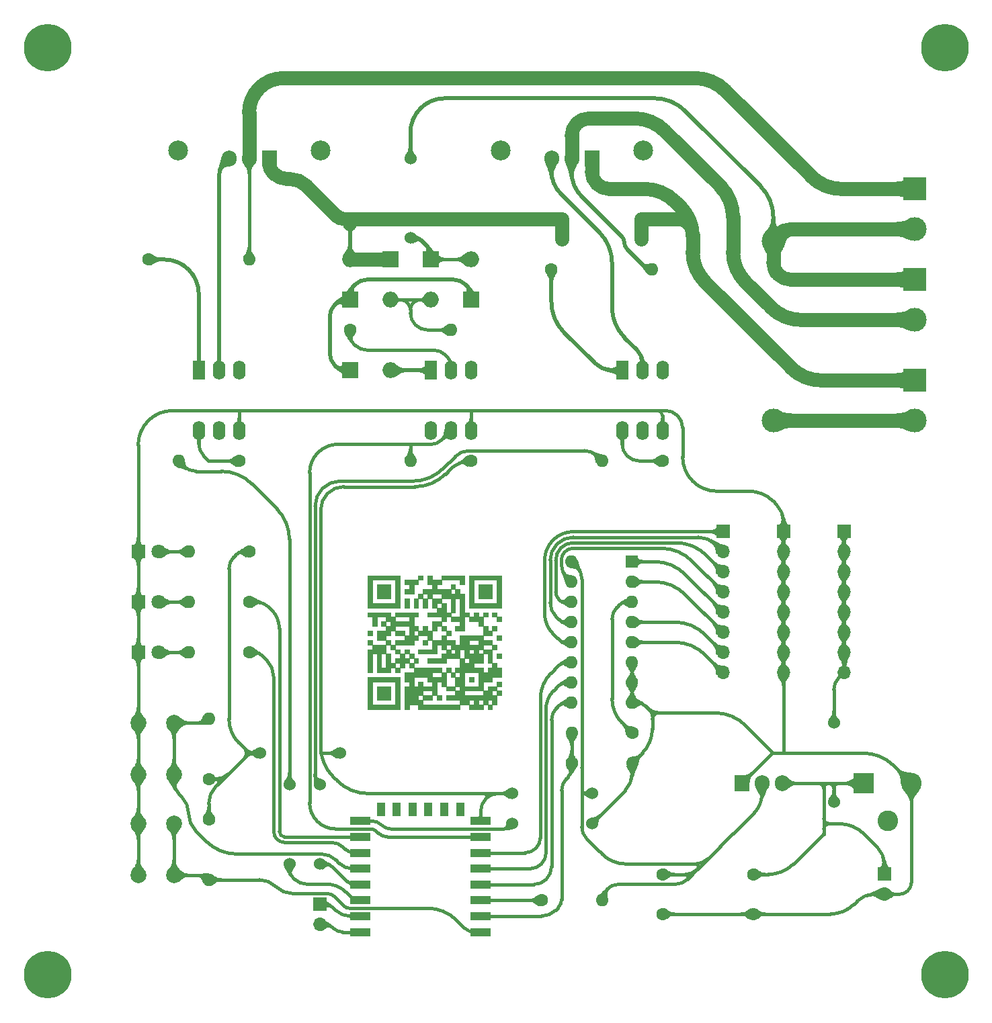
<source format=gbr>
%TF.GenerationSoftware,KiCad,Pcbnew,(6.0.5)*%
%TF.CreationDate,2022-06-29T14:33:52-03:00*%
%TF.ProjectId,projeto-rounded,70726f6a-6574-46f2-9d72-6f756e646564,0*%
%TF.SameCoordinates,Original*%
%TF.FileFunction,Copper,L1,Top*%
%TF.FilePolarity,Positive*%
%FSLAX46Y46*%
G04 Gerber Fmt 4.6, Leading zero omitted, Abs format (unit mm)*
G04 Created by KiCad (PCBNEW (6.0.5)) date 2022-06-29 14:33:52*
%MOMM*%
%LPD*%
G01*
G04 APERTURE LIST*
%TA.AperFunction,NonConductor*%
%ADD10C,0.010000*%
%TD*%
%TA.AperFunction,ComponentPad*%
%ADD11C,6.000000*%
%TD*%
%TA.AperFunction,ComponentPad*%
%ADD12C,1.524000*%
%TD*%
%TA.AperFunction,SMDPad,CuDef*%
%ADD13R,2.500000X1.000000*%
%TD*%
%TA.AperFunction,SMDPad,CuDef*%
%ADD14R,1.000000X1.800000*%
%TD*%
%TA.AperFunction,ComponentPad*%
%ADD15C,1.600000*%
%TD*%
%TA.AperFunction,ComponentPad*%
%ADD16O,1.600000X1.600000*%
%TD*%
%TA.AperFunction,ComponentPad*%
%ADD17R,1.800000X1.800000*%
%TD*%
%TA.AperFunction,ComponentPad*%
%ADD18C,1.800000*%
%TD*%
%TA.AperFunction,ComponentPad*%
%ADD19C,2.000000*%
%TD*%
%TA.AperFunction,ComponentPad*%
%ADD20R,2.000000X2.000000*%
%TD*%
%TA.AperFunction,ComponentPad*%
%ADD21O,2.000000X2.000000*%
%TD*%
%TA.AperFunction,ComponentPad*%
%ADD22R,1.700000X1.700000*%
%TD*%
%TA.AperFunction,ComponentPad*%
%ADD23O,1.700000X1.700000*%
%TD*%
%TA.AperFunction,ComponentPad*%
%ADD24R,1.905000X2.000000*%
%TD*%
%TA.AperFunction,ComponentPad*%
%ADD25O,1.905000X2.000000*%
%TD*%
%TA.AperFunction,ComponentPad*%
%ADD26R,3.000000X3.000000*%
%TD*%
%TA.AperFunction,ComponentPad*%
%ADD27C,3.000000*%
%TD*%
%TA.AperFunction,ComponentPad*%
%ADD28R,1.600000X2.400000*%
%TD*%
%TA.AperFunction,ComponentPad*%
%ADD29O,1.600000X2.400000*%
%TD*%
%TA.AperFunction,ComponentPad*%
%ADD30R,1.600000X1.600000*%
%TD*%
%TA.AperFunction,ComponentPad*%
%ADD31R,2.600000X2.600000*%
%TD*%
%TA.AperFunction,ComponentPad*%
%ADD32C,2.600000*%
%TD*%
%TA.AperFunction,ComponentPad*%
%ADD33C,2.500000*%
%TD*%
%TA.AperFunction,Conductor*%
%ADD34C,0.400000*%
%TD*%
%TA.AperFunction,Conductor*%
%ADD35C,0.500000*%
%TD*%
%TA.AperFunction,Conductor*%
%ADD36C,1.800000*%
%TD*%
G04 APERTURE END LIST*
D10*
G36*
X146102917Y-114643960D02*
G01*
X145520834Y-114643960D01*
X145520834Y-114061876D01*
X146102917Y-114061876D01*
X146102917Y-114643960D01*
G37*
X146102917Y-114643960D02*
X145520834Y-114643960D01*
X145520834Y-114061876D01*
X146102917Y-114061876D01*
X146102917Y-114643960D01*
G36*
X135043334Y-111151459D02*
G01*
X134461250Y-111151459D01*
X134461250Y-110569375D01*
X135043334Y-110569375D01*
X135043334Y-111151459D01*
G37*
X135043334Y-111151459D02*
X134461250Y-111151459D01*
X134461250Y-110569375D01*
X135043334Y-110569375D01*
X135043334Y-111151459D01*
G36*
X139117917Y-106494793D02*
G01*
X138535834Y-106494793D01*
X138535834Y-105912709D01*
X139117917Y-105912709D01*
X139117917Y-106494793D01*
G37*
X139117917Y-106494793D02*
X138535834Y-106494793D01*
X138535834Y-105912709D01*
X139117917Y-105912709D01*
X139117917Y-106494793D01*
G36*
X135625417Y-103584376D02*
G01*
X135043334Y-103584376D01*
X135043334Y-102420209D01*
X135625417Y-102420209D01*
X135625417Y-103584376D01*
G37*
X135625417Y-103584376D02*
X135043334Y-103584376D01*
X135043334Y-102420209D01*
X135625417Y-102420209D01*
X135625417Y-103584376D01*
G36*
X144356668Y-104748542D02*
G01*
X143774584Y-104748542D01*
X143774584Y-104166459D01*
X144356668Y-104166459D01*
X144356668Y-104748542D01*
G37*
X144356668Y-104748542D02*
X143774584Y-104748542D01*
X143774584Y-104166459D01*
X144356668Y-104166459D01*
X144356668Y-104748542D01*
G36*
X139700000Y-107076876D02*
G01*
X139117917Y-107076876D01*
X139117917Y-106494793D01*
X139700000Y-106494793D01*
X139700000Y-107076876D01*
G37*
X139700000Y-107076876D02*
X139117917Y-107076876D01*
X139117917Y-106494793D01*
X139700000Y-106494793D01*
X139700000Y-107076876D01*
G36*
X145520834Y-104748542D02*
G01*
X144938751Y-104748542D01*
X144938751Y-104166459D01*
X145520834Y-104166459D01*
X145520834Y-104748542D01*
G37*
X145520834Y-104748542D02*
X144938751Y-104748542D01*
X144938751Y-104166459D01*
X145520834Y-104166459D01*
X145520834Y-104748542D01*
G36*
X132715000Y-105912709D02*
G01*
X132715000Y-106494793D01*
X132132917Y-106494793D01*
X132132917Y-107076876D01*
X131550834Y-107076876D01*
X131550834Y-107658959D01*
X130386667Y-107658959D01*
X130386667Y-106494793D01*
X131550834Y-106494793D01*
X131550834Y-105912709D01*
X132132917Y-105912709D01*
X132132917Y-105330626D01*
X132715000Y-105330626D01*
X134461250Y-105330626D01*
X134461250Y-104748542D01*
X132715000Y-104748542D01*
X132715000Y-105330626D01*
X132132917Y-105330626D01*
X131550834Y-105330626D01*
X131550834Y-105912709D01*
X130968750Y-105912709D01*
X130968750Y-105330626D01*
X131550834Y-105330626D01*
X131550834Y-104748542D01*
X130386667Y-104748542D01*
X130386667Y-105912709D01*
X129804584Y-105912709D01*
X129804584Y-104748542D01*
X129222500Y-104748542D01*
X129222500Y-104166459D01*
X132132917Y-104166459D01*
X132132917Y-104748542D01*
X132715000Y-104748542D01*
X132715000Y-104166459D01*
X135625417Y-104166459D01*
X135625417Y-104748542D01*
X135043334Y-104748542D01*
X135043334Y-105912709D01*
X135625417Y-105912709D01*
X135625417Y-106494793D01*
X136207501Y-106494793D01*
X136207501Y-105912709D01*
X136789584Y-105912709D01*
X136789584Y-106494793D01*
X137371667Y-106494793D01*
X137371667Y-107658959D01*
X136789584Y-107658959D01*
X136789584Y-107076876D01*
X135625417Y-107076876D01*
X135625417Y-107658959D01*
X135043334Y-107658959D01*
X135043334Y-108241042D01*
X132715000Y-108241042D01*
X132715000Y-107658959D01*
X133879167Y-107658959D01*
X133879167Y-107076876D01*
X134461250Y-107076876D01*
X135043334Y-107076876D01*
X135625417Y-107076876D01*
X135625417Y-106494793D01*
X135043334Y-106494793D01*
X135043334Y-107076876D01*
X134461250Y-107076876D01*
X134461250Y-105912709D01*
X132715000Y-105912709D01*
G37*
X132715000Y-105912709D02*
X132715000Y-106494793D01*
X132132917Y-106494793D01*
X132132917Y-107076876D01*
X131550834Y-107076876D01*
X131550834Y-107658959D01*
X130386667Y-107658959D01*
X130386667Y-106494793D01*
X131550834Y-106494793D01*
X131550834Y-105912709D01*
X132132917Y-105912709D01*
X132132917Y-105330626D01*
X132715000Y-105330626D01*
X134461250Y-105330626D01*
X134461250Y-104748542D01*
X132715000Y-104748542D01*
X132715000Y-105330626D01*
X132132917Y-105330626D01*
X131550834Y-105330626D01*
X131550834Y-105912709D01*
X130968750Y-105912709D01*
X130968750Y-105330626D01*
X131550834Y-105330626D01*
X131550834Y-104748542D01*
X130386667Y-104748542D01*
X130386667Y-105912709D01*
X129804584Y-105912709D01*
X129804584Y-104748542D01*
X129222500Y-104748542D01*
X129222500Y-104166459D01*
X132132917Y-104166459D01*
X132132917Y-104748542D01*
X132715000Y-104748542D01*
X132715000Y-104166459D01*
X135625417Y-104166459D01*
X135625417Y-104748542D01*
X135043334Y-104748542D01*
X135043334Y-105912709D01*
X135625417Y-105912709D01*
X135625417Y-106494793D01*
X136207501Y-106494793D01*
X136207501Y-105912709D01*
X136789584Y-105912709D01*
X136789584Y-106494793D01*
X137371667Y-106494793D01*
X137371667Y-107658959D01*
X136789584Y-107658959D01*
X136789584Y-107076876D01*
X135625417Y-107076876D01*
X135625417Y-107658959D01*
X135043334Y-107658959D01*
X135043334Y-108241042D01*
X132715000Y-108241042D01*
X132715000Y-107658959D01*
X133879167Y-107658959D01*
X133879167Y-107076876D01*
X134461250Y-107076876D01*
X135043334Y-107076876D01*
X135625417Y-107076876D01*
X135625417Y-106494793D01*
X135043334Y-106494793D01*
X135043334Y-107076876D01*
X134461250Y-107076876D01*
X134461250Y-105912709D01*
X132715000Y-105912709D01*
G36*
X133879167Y-107076876D02*
G01*
X132715000Y-107076876D01*
X132715000Y-106494793D01*
X133879167Y-106494793D01*
X133879167Y-107076876D01*
G37*
X133879167Y-107076876D02*
X132715000Y-107076876D01*
X132715000Y-106494793D01*
X133879167Y-106494793D01*
X133879167Y-107076876D01*
G36*
X132132917Y-108241042D02*
G01*
X131550834Y-108241042D01*
X131550834Y-107658959D01*
X132132917Y-107658959D01*
X132132917Y-108241042D01*
G37*
X132132917Y-108241042D02*
X131550834Y-108241042D01*
X131550834Y-107658959D01*
X132132917Y-107658959D01*
X132132917Y-108241042D01*
G36*
X135043334Y-109987292D02*
G01*
X134461250Y-109987292D01*
X134461250Y-109405209D01*
X135043334Y-109405209D01*
X135043334Y-109987292D01*
G37*
X135043334Y-109987292D02*
X134461250Y-109987292D01*
X134461250Y-109405209D01*
X135043334Y-109405209D01*
X135043334Y-109987292D01*
G36*
X135625417Y-100673959D02*
G01*
X135043334Y-100673959D01*
X135043334Y-101838126D01*
X133879167Y-101838126D01*
X133879167Y-101256042D01*
X134461250Y-101256042D01*
X134461250Y-100673959D01*
X133879167Y-100673959D01*
X133879167Y-100091876D01*
X135625417Y-100091876D01*
X135625417Y-100673959D01*
G37*
X135625417Y-100673959D02*
X135043334Y-100673959D01*
X135043334Y-101838126D01*
X133879167Y-101838126D01*
X133879167Y-101256042D01*
X134461250Y-101256042D01*
X134461250Y-100673959D01*
X133879167Y-100673959D01*
X133879167Y-100091876D01*
X135625417Y-100091876D01*
X135625417Y-100673959D01*
G36*
X138535834Y-105912709D02*
G01*
X137953750Y-105912709D01*
X137953750Y-106494793D01*
X137371667Y-106494793D01*
X137371667Y-105330626D01*
X138535834Y-105330626D01*
X138535834Y-105912709D01*
G37*
X138535834Y-105912709D02*
X137953750Y-105912709D01*
X137953750Y-106494793D01*
X137371667Y-106494793D01*
X137371667Y-105330626D01*
X138535834Y-105330626D01*
X138535834Y-105912709D01*
G36*
X140282083Y-101256042D02*
G01*
X140864167Y-101256042D01*
X140864167Y-101838126D01*
X141446250Y-101838126D01*
X141446250Y-104166459D01*
X142028334Y-104166459D01*
X142028334Y-104748542D01*
X141446250Y-104748542D01*
X141446250Y-106494793D01*
X140282083Y-106494793D01*
X140282083Y-105912709D01*
X140864167Y-105912709D01*
X140864167Y-105330626D01*
X139700000Y-105330626D01*
X139700000Y-104748542D01*
X140864167Y-104748542D01*
X140864167Y-102420209D01*
X140282083Y-102420209D01*
X140282083Y-104166459D01*
X139700000Y-104166459D01*
X139700000Y-102420209D01*
X138535834Y-102420209D01*
X138535834Y-103002292D01*
X137953750Y-103002292D01*
X137953750Y-103584376D01*
X137371667Y-103584376D01*
X137371667Y-102420209D01*
X138535834Y-102420209D01*
X138535834Y-101838126D01*
X137371667Y-101838126D01*
X137371667Y-102420209D01*
X136789584Y-102420209D01*
X136789584Y-103584376D01*
X136207501Y-103584376D01*
X136207501Y-102420209D01*
X136789584Y-102420209D01*
X136789584Y-101838126D01*
X136207501Y-101838126D01*
X136207501Y-102420209D01*
X135625417Y-102420209D01*
X135625417Y-101838126D01*
X136207501Y-101838126D01*
X136207501Y-101256042D01*
X137371667Y-101256042D01*
X137371667Y-100673959D01*
X136789584Y-100673959D01*
X136789584Y-99509792D01*
X137371667Y-99509792D01*
X137371667Y-100091876D01*
X138535834Y-100091876D01*
X138535834Y-100673959D01*
X137953750Y-100673959D01*
X137953750Y-101256042D01*
X139700000Y-101256042D01*
X139700000Y-100673959D01*
X140282083Y-100673959D01*
X140282083Y-101256042D01*
X139700000Y-101256042D01*
X139700000Y-101838126D01*
X140282083Y-101838126D01*
X140282083Y-101256042D01*
G37*
X140282083Y-101256042D02*
X140864167Y-101256042D01*
X140864167Y-101838126D01*
X141446250Y-101838126D01*
X141446250Y-104166459D01*
X142028334Y-104166459D01*
X142028334Y-104748542D01*
X141446250Y-104748542D01*
X141446250Y-106494793D01*
X140282083Y-106494793D01*
X140282083Y-105912709D01*
X140864167Y-105912709D01*
X140864167Y-105330626D01*
X139700000Y-105330626D01*
X139700000Y-104748542D01*
X140864167Y-104748542D01*
X140864167Y-102420209D01*
X140282083Y-102420209D01*
X140282083Y-104166459D01*
X139700000Y-104166459D01*
X139700000Y-102420209D01*
X138535834Y-102420209D01*
X138535834Y-103002292D01*
X137953750Y-103002292D01*
X137953750Y-103584376D01*
X137371667Y-103584376D01*
X137371667Y-102420209D01*
X138535834Y-102420209D01*
X138535834Y-101838126D01*
X137371667Y-101838126D01*
X137371667Y-102420209D01*
X136789584Y-102420209D01*
X136789584Y-103584376D01*
X136207501Y-103584376D01*
X136207501Y-102420209D01*
X136789584Y-102420209D01*
X136789584Y-101838126D01*
X136207501Y-101838126D01*
X136207501Y-102420209D01*
X135625417Y-102420209D01*
X135625417Y-101838126D01*
X136207501Y-101838126D01*
X136207501Y-101256042D01*
X137371667Y-101256042D01*
X137371667Y-100673959D01*
X136789584Y-100673959D01*
X136789584Y-99509792D01*
X137371667Y-99509792D01*
X137371667Y-100091876D01*
X138535834Y-100091876D01*
X138535834Y-100673959D01*
X137953750Y-100673959D01*
X137953750Y-101256042D01*
X139700000Y-101256042D01*
X139700000Y-100673959D01*
X140282083Y-100673959D01*
X140282083Y-101256042D01*
X139700000Y-101256042D01*
X139700000Y-101838126D01*
X140282083Y-101838126D01*
X140282083Y-101256042D01*
G36*
X132715000Y-108823126D02*
G01*
X132132917Y-108823126D01*
X132132917Y-108241042D01*
X132715000Y-108241042D01*
X132715000Y-108823126D01*
G37*
X132715000Y-108823126D02*
X132132917Y-108823126D01*
X132132917Y-108241042D01*
X132715000Y-108241042D01*
X132715000Y-108823126D01*
G36*
X145520834Y-106494793D02*
G01*
X144938751Y-106494793D01*
X144938751Y-105912709D01*
X145520834Y-105912709D01*
X145520834Y-106494793D01*
G37*
X145520834Y-106494793D02*
X144938751Y-106494793D01*
X144938751Y-105912709D01*
X145520834Y-105912709D01*
X145520834Y-106494793D01*
G36*
X144938751Y-102420209D02*
G01*
X143192500Y-102420209D01*
X143192500Y-100673959D01*
X144938751Y-100673959D01*
X144938751Y-102420209D01*
G37*
X144938751Y-102420209D02*
X143192500Y-102420209D01*
X143192500Y-100673959D01*
X144938751Y-100673959D01*
X144938751Y-102420209D01*
G36*
X133297084Y-109405209D02*
G01*
X132715000Y-109405209D01*
X132715000Y-108823126D01*
X133297084Y-108823126D01*
X133297084Y-109405209D01*
G37*
X133297084Y-109405209D02*
X132715000Y-109405209D01*
X132715000Y-108823126D01*
X133297084Y-108823126D01*
X133297084Y-109405209D01*
G36*
X144938751Y-110569375D02*
G01*
X144356668Y-110569375D01*
X144356668Y-109405209D01*
X143774584Y-109405209D01*
X143774584Y-108823126D01*
X144938751Y-108823126D01*
X144938751Y-110569375D01*
G37*
X144938751Y-110569375D02*
X144356668Y-110569375D01*
X144356668Y-109405209D01*
X143774584Y-109405209D01*
X143774584Y-108823126D01*
X144938751Y-108823126D01*
X144938751Y-110569375D01*
G36*
X129804584Y-107076876D02*
G01*
X129222500Y-107076876D01*
X129222500Y-106494793D01*
X129804584Y-106494793D01*
X129804584Y-107076876D01*
G37*
X129804584Y-107076876D02*
X129222500Y-107076876D01*
X129222500Y-106494793D01*
X129804584Y-106494793D01*
X129804584Y-107076876D01*
G36*
X146102917Y-99509792D02*
G01*
X146102917Y-103584376D01*
X142028334Y-103584376D01*
X142028334Y-103002292D01*
X142610417Y-103002292D01*
X145520834Y-103002292D01*
X145520834Y-100091876D01*
X142610417Y-100091876D01*
X142610417Y-103002292D01*
X142028334Y-103002292D01*
X142028334Y-99509792D01*
X146102917Y-99509792D01*
G37*
X146102917Y-99509792D02*
X146102917Y-103584376D01*
X142028334Y-103584376D01*
X142028334Y-103002292D01*
X142610417Y-103002292D01*
X145520834Y-103002292D01*
X145520834Y-100091876D01*
X142610417Y-100091876D01*
X142610417Y-103002292D01*
X142028334Y-103002292D01*
X142028334Y-99509792D01*
X146102917Y-99509792D01*
G36*
X146102917Y-105330626D02*
G01*
X145520834Y-105330626D01*
X145520834Y-104748542D01*
X146102917Y-104748542D01*
X146102917Y-105330626D01*
G37*
X146102917Y-105330626D02*
X145520834Y-105330626D01*
X145520834Y-104748542D01*
X146102917Y-104748542D01*
X146102917Y-105330626D01*
G36*
X146102917Y-113479792D02*
G01*
X145520834Y-113479792D01*
X145520834Y-112897709D01*
X146102917Y-112897709D01*
X146102917Y-113479792D01*
G37*
X146102917Y-113479792D02*
X145520834Y-113479792D01*
X145520834Y-112897709D01*
X146102917Y-112897709D01*
X146102917Y-113479792D01*
G36*
X141446250Y-100673959D02*
G01*
X140864167Y-100673959D01*
X140864167Y-100091876D01*
X138535834Y-100091876D01*
X138535834Y-99509792D01*
X141446250Y-99509792D01*
X141446250Y-100673959D01*
G37*
X141446250Y-100673959D02*
X140864167Y-100673959D01*
X140864167Y-100091876D01*
X138535834Y-100091876D01*
X138535834Y-99509792D01*
X141446250Y-99509792D01*
X141446250Y-100673959D01*
G36*
X143192500Y-104748542D02*
G01*
X143774584Y-104748542D01*
X143774584Y-105912709D01*
X143192500Y-105912709D01*
X143192500Y-105330626D01*
X142028334Y-105330626D01*
X142028334Y-104748542D01*
X142610417Y-104748542D01*
X142610417Y-104166459D01*
X143192500Y-104166459D01*
X143192500Y-104748542D01*
G37*
X143192500Y-104748542D02*
X143774584Y-104748542D01*
X143774584Y-105912709D01*
X143192500Y-105912709D01*
X143192500Y-105330626D01*
X142028334Y-105330626D01*
X142028334Y-104748542D01*
X142610417Y-104748542D01*
X142610417Y-104166459D01*
X143192500Y-104166459D01*
X143192500Y-104748542D01*
G36*
X142028334Y-115226043D02*
G01*
X142028334Y-115808126D01*
X140864167Y-115808126D01*
X140864167Y-116390209D01*
X135625417Y-116390209D01*
X135625417Y-115808126D01*
X134461250Y-115808126D01*
X134461250Y-116390209D01*
X133879167Y-116390209D01*
X133879167Y-115226043D01*
X135625417Y-115226043D01*
X136207501Y-115226043D01*
X136207501Y-115808126D01*
X140864167Y-115808126D01*
X140864167Y-115226043D01*
X139117917Y-115226043D01*
X139117917Y-114643960D01*
X140282083Y-114643960D01*
X141446250Y-114643960D01*
X143774584Y-114643960D01*
X143774584Y-114061876D01*
X141446250Y-114061876D01*
X141446250Y-114643960D01*
X140282083Y-114643960D01*
X140282083Y-114061876D01*
X140864167Y-114061876D01*
X140864167Y-113479792D01*
X141446250Y-113479792D01*
X143192500Y-113479792D01*
X143192500Y-111733542D01*
X141446250Y-111733542D01*
X141446250Y-113479792D01*
X140864167Y-113479792D01*
X140282083Y-113479792D01*
X140282083Y-114061876D01*
X139117917Y-114061876D01*
X139117917Y-113479792D01*
X140282083Y-113479792D01*
X140282083Y-112315626D01*
X140864167Y-112315626D01*
X140864167Y-111733542D01*
X140282083Y-111733542D01*
X140282083Y-112315626D01*
X139700000Y-112315626D01*
X139700000Y-111733542D01*
X139117917Y-111733542D01*
X139117917Y-113479792D01*
X138535834Y-113479792D01*
X138535834Y-112897709D01*
X137953750Y-112897709D01*
X137953750Y-114643960D01*
X137371667Y-114643960D01*
X137371667Y-114061876D01*
X136207501Y-114061876D01*
X136207501Y-114643960D01*
X135625417Y-114643960D01*
X135625417Y-115226043D01*
X133879167Y-115226043D01*
X133879167Y-113479792D01*
X134461250Y-113479792D01*
X135043334Y-113479792D01*
X135625417Y-113479792D01*
X135625417Y-112897709D01*
X136207501Y-112897709D01*
X136207501Y-113479792D01*
X137371667Y-113479792D01*
X137371667Y-112897709D01*
X136789584Y-112897709D01*
X136789584Y-112315626D01*
X137371667Y-112315626D01*
X138535834Y-112315626D01*
X138535834Y-111733542D01*
X137371667Y-111733542D01*
X137371667Y-112315626D01*
X136789584Y-112315626D01*
X135043334Y-112315626D01*
X135043334Y-113479792D01*
X134461250Y-113479792D01*
X134461250Y-112897709D01*
X133879167Y-112897709D01*
X133879167Y-111733542D01*
X135043334Y-111733542D01*
X135043334Y-111151459D01*
X138535834Y-111151459D01*
X138535834Y-111733542D01*
X139117917Y-111733542D01*
X139117917Y-111151459D01*
X139700000Y-111151459D01*
X139700000Y-111733542D01*
X140282083Y-111733542D01*
X140282083Y-111151459D01*
X140864167Y-111151459D01*
X140864167Y-110569375D01*
X141446250Y-110569375D01*
X142028334Y-110569375D01*
X142028334Y-109987292D01*
X141446250Y-109987292D01*
X141446250Y-110569375D01*
X140864167Y-110569375D01*
X140864167Y-109987292D01*
X141446250Y-109987292D01*
X141446250Y-109405209D01*
X142028334Y-109405209D01*
X142610417Y-109405209D01*
X142610417Y-108823126D01*
X142028334Y-108823126D01*
X142028334Y-109405209D01*
X141446250Y-109405209D01*
X141446250Y-108823126D01*
X140864167Y-108823126D01*
X140864167Y-109987292D01*
X139117917Y-109987292D01*
X139117917Y-110569375D01*
X136789584Y-110569375D01*
X136789584Y-109987292D01*
X138535834Y-109987292D01*
X138535834Y-109405209D01*
X139117917Y-109405209D01*
X139700000Y-109405209D01*
X140282083Y-109405209D01*
X140282083Y-108823126D01*
X139700000Y-108823126D01*
X139700000Y-109405209D01*
X139117917Y-109405209D01*
X139117917Y-108823126D01*
X139700000Y-108823126D01*
X139700000Y-108241042D01*
X139117917Y-108241042D01*
X139117917Y-108823126D01*
X138535834Y-108823126D01*
X138535834Y-108241042D01*
X137953750Y-108241042D01*
X137953750Y-109405209D01*
X135625417Y-109405209D01*
X135625417Y-108823126D01*
X137371667Y-108823126D01*
X137371667Y-107658959D01*
X138535834Y-107658959D01*
X138535834Y-107076876D01*
X139117917Y-107076876D01*
X139117917Y-107658959D01*
X140282083Y-107658959D01*
X140282083Y-108241042D01*
X140864167Y-108241042D01*
X142028334Y-108241042D01*
X143192500Y-108241042D01*
X143192500Y-107658959D01*
X142028334Y-107658959D01*
X142028334Y-108241042D01*
X140864167Y-108241042D01*
X140864167Y-107076876D01*
X143774584Y-107076876D01*
X143774584Y-107658959D01*
X144938751Y-107658959D01*
X144938751Y-108241042D01*
X143774584Y-108241042D01*
X143774584Y-108823126D01*
X143192500Y-108823126D01*
X143192500Y-109405209D01*
X143774584Y-109405209D01*
X143774584Y-110569375D01*
X142610417Y-110569375D01*
X142610417Y-111151459D01*
X143774584Y-111151459D01*
X143774584Y-111733542D01*
X144356668Y-111733542D01*
X144356668Y-111151459D01*
X144938751Y-111151459D01*
X144938751Y-110569375D01*
X145520834Y-110569375D01*
X145520834Y-111151459D01*
X146102917Y-111151459D01*
X146102917Y-112315626D01*
X144938751Y-112315626D01*
X144938751Y-112897709D01*
X143774584Y-112897709D01*
X143774584Y-114061876D01*
X144356668Y-114061876D01*
X144356668Y-113479792D01*
X145520834Y-113479792D01*
X145520834Y-114061876D01*
X144938751Y-114061876D01*
X144938751Y-114643960D01*
X145520834Y-114643960D01*
X145520834Y-115808126D01*
X144938751Y-115808126D01*
X144938751Y-116390209D01*
X144356668Y-116390209D01*
X144356668Y-115808126D01*
X144938751Y-115808126D01*
X144938751Y-115226043D01*
X144356668Y-115226043D01*
X144356668Y-115808126D01*
X143774584Y-115808126D01*
X143774584Y-116390209D01*
X142028334Y-116390209D01*
X142028334Y-115808126D01*
X142610417Y-115808126D01*
X143192500Y-115808126D01*
X143774584Y-115808126D01*
X143774584Y-115226043D01*
X143192500Y-115226043D01*
X143192500Y-115808126D01*
X142610417Y-115808126D01*
X142610417Y-115226043D01*
X142028334Y-115226043D01*
G37*
X142028334Y-115226043D02*
X142028334Y-115808126D01*
X140864167Y-115808126D01*
X140864167Y-116390209D01*
X135625417Y-116390209D01*
X135625417Y-115808126D01*
X134461250Y-115808126D01*
X134461250Y-116390209D01*
X133879167Y-116390209D01*
X133879167Y-115226043D01*
X135625417Y-115226043D01*
X136207501Y-115226043D01*
X136207501Y-115808126D01*
X140864167Y-115808126D01*
X140864167Y-115226043D01*
X139117917Y-115226043D01*
X139117917Y-114643960D01*
X140282083Y-114643960D01*
X141446250Y-114643960D01*
X143774584Y-114643960D01*
X143774584Y-114061876D01*
X141446250Y-114061876D01*
X141446250Y-114643960D01*
X140282083Y-114643960D01*
X140282083Y-114061876D01*
X140864167Y-114061876D01*
X140864167Y-113479792D01*
X141446250Y-113479792D01*
X143192500Y-113479792D01*
X143192500Y-111733542D01*
X141446250Y-111733542D01*
X141446250Y-113479792D01*
X140864167Y-113479792D01*
X140282083Y-113479792D01*
X140282083Y-114061876D01*
X139117917Y-114061876D01*
X139117917Y-113479792D01*
X140282083Y-113479792D01*
X140282083Y-112315626D01*
X140864167Y-112315626D01*
X140864167Y-111733542D01*
X140282083Y-111733542D01*
X140282083Y-112315626D01*
X139700000Y-112315626D01*
X139700000Y-111733542D01*
X139117917Y-111733542D01*
X139117917Y-113479792D01*
X138535834Y-113479792D01*
X138535834Y-112897709D01*
X137953750Y-112897709D01*
X137953750Y-114643960D01*
X137371667Y-114643960D01*
X137371667Y-114061876D01*
X136207501Y-114061876D01*
X136207501Y-114643960D01*
X135625417Y-114643960D01*
X135625417Y-115226043D01*
X133879167Y-115226043D01*
X133879167Y-113479792D01*
X134461250Y-113479792D01*
X135043334Y-113479792D01*
X135625417Y-113479792D01*
X135625417Y-112897709D01*
X136207501Y-112897709D01*
X136207501Y-113479792D01*
X137371667Y-113479792D01*
X137371667Y-112897709D01*
X136789584Y-112897709D01*
X136789584Y-112315626D01*
X137371667Y-112315626D01*
X138535834Y-112315626D01*
X138535834Y-111733542D01*
X137371667Y-111733542D01*
X137371667Y-112315626D01*
X136789584Y-112315626D01*
X135043334Y-112315626D01*
X135043334Y-113479792D01*
X134461250Y-113479792D01*
X134461250Y-112897709D01*
X133879167Y-112897709D01*
X133879167Y-111733542D01*
X135043334Y-111733542D01*
X135043334Y-111151459D01*
X138535834Y-111151459D01*
X138535834Y-111733542D01*
X139117917Y-111733542D01*
X139117917Y-111151459D01*
X139700000Y-111151459D01*
X139700000Y-111733542D01*
X140282083Y-111733542D01*
X140282083Y-111151459D01*
X140864167Y-111151459D01*
X140864167Y-110569375D01*
X141446250Y-110569375D01*
X142028334Y-110569375D01*
X142028334Y-109987292D01*
X141446250Y-109987292D01*
X141446250Y-110569375D01*
X140864167Y-110569375D01*
X140864167Y-109987292D01*
X141446250Y-109987292D01*
X141446250Y-109405209D01*
X142028334Y-109405209D01*
X142610417Y-109405209D01*
X142610417Y-108823126D01*
X142028334Y-108823126D01*
X142028334Y-109405209D01*
X141446250Y-109405209D01*
X141446250Y-108823126D01*
X140864167Y-108823126D01*
X140864167Y-109987292D01*
X139117917Y-109987292D01*
X139117917Y-110569375D01*
X136789584Y-110569375D01*
X136789584Y-109987292D01*
X138535834Y-109987292D01*
X138535834Y-109405209D01*
X139117917Y-109405209D01*
X139700000Y-109405209D01*
X140282083Y-109405209D01*
X140282083Y-108823126D01*
X139700000Y-108823126D01*
X139700000Y-109405209D01*
X139117917Y-109405209D01*
X139117917Y-108823126D01*
X139700000Y-108823126D01*
X139700000Y-108241042D01*
X139117917Y-108241042D01*
X139117917Y-108823126D01*
X138535834Y-108823126D01*
X138535834Y-108241042D01*
X137953750Y-108241042D01*
X137953750Y-109405209D01*
X135625417Y-109405209D01*
X135625417Y-108823126D01*
X137371667Y-108823126D01*
X137371667Y-107658959D01*
X138535834Y-107658959D01*
X138535834Y-107076876D01*
X139117917Y-107076876D01*
X139117917Y-107658959D01*
X140282083Y-107658959D01*
X140282083Y-108241042D01*
X140864167Y-108241042D01*
X142028334Y-108241042D01*
X143192500Y-108241042D01*
X143192500Y-107658959D01*
X142028334Y-107658959D01*
X142028334Y-108241042D01*
X140864167Y-108241042D01*
X140864167Y-107076876D01*
X143774584Y-107076876D01*
X143774584Y-107658959D01*
X144938751Y-107658959D01*
X144938751Y-108241042D01*
X143774584Y-108241042D01*
X143774584Y-108823126D01*
X143192500Y-108823126D01*
X143192500Y-109405209D01*
X143774584Y-109405209D01*
X143774584Y-110569375D01*
X142610417Y-110569375D01*
X142610417Y-111151459D01*
X143774584Y-111151459D01*
X143774584Y-111733542D01*
X144356668Y-111733542D01*
X144356668Y-111151459D01*
X144938751Y-111151459D01*
X144938751Y-110569375D01*
X145520834Y-110569375D01*
X145520834Y-111151459D01*
X146102917Y-111151459D01*
X146102917Y-112315626D01*
X144938751Y-112315626D01*
X144938751Y-112897709D01*
X143774584Y-112897709D01*
X143774584Y-114061876D01*
X144356668Y-114061876D01*
X144356668Y-113479792D01*
X145520834Y-113479792D01*
X145520834Y-114061876D01*
X144938751Y-114061876D01*
X144938751Y-114643960D01*
X145520834Y-114643960D01*
X145520834Y-115808126D01*
X144938751Y-115808126D01*
X144938751Y-116390209D01*
X144356668Y-116390209D01*
X144356668Y-115808126D01*
X144938751Y-115808126D01*
X144938751Y-115226043D01*
X144356668Y-115226043D01*
X144356668Y-115808126D01*
X143774584Y-115808126D01*
X143774584Y-116390209D01*
X142028334Y-116390209D01*
X142028334Y-115808126D01*
X142610417Y-115808126D01*
X143192500Y-115808126D01*
X143774584Y-115808126D01*
X143774584Y-115226043D01*
X143192500Y-115226043D01*
X143192500Y-115808126D01*
X142610417Y-115808126D01*
X142610417Y-115226043D01*
X142028334Y-115226043D01*
G36*
X146102917Y-109987292D02*
G01*
X145520834Y-109987292D01*
X145520834Y-109405209D01*
X146102917Y-109405209D01*
X146102917Y-109987292D01*
G37*
X146102917Y-109987292D02*
X145520834Y-109987292D01*
X145520834Y-109405209D01*
X146102917Y-109405209D01*
X146102917Y-109987292D01*
G36*
X146102917Y-107658959D02*
G01*
X145520834Y-107658959D01*
X145520834Y-107076876D01*
X146102917Y-107076876D01*
X146102917Y-107658959D01*
G37*
X146102917Y-107658959D02*
X145520834Y-107658959D01*
X145520834Y-107076876D01*
X146102917Y-107076876D01*
X146102917Y-107658959D01*
G36*
X145520834Y-108823126D02*
G01*
X144938751Y-108823126D01*
X144938751Y-108241042D01*
X145520834Y-108241042D01*
X145520834Y-108823126D01*
G37*
X145520834Y-108823126D02*
X144938751Y-108823126D01*
X144938751Y-108241042D01*
X145520834Y-108241042D01*
X145520834Y-108823126D01*
G36*
X133297084Y-112315626D02*
G01*
X133297084Y-116390209D01*
X129222500Y-116390209D01*
X129222500Y-115808126D01*
X129804584Y-115808126D01*
X132715000Y-115808126D01*
X132715000Y-112897709D01*
X129804584Y-112897709D01*
X129804584Y-115808126D01*
X129222500Y-115808126D01*
X129222500Y-112315626D01*
X133297084Y-112315626D01*
G37*
X133297084Y-112315626D02*
X133297084Y-116390209D01*
X129222500Y-116390209D01*
X129222500Y-115808126D01*
X129804584Y-115808126D01*
X132715000Y-115808126D01*
X132715000Y-112897709D01*
X129804584Y-112897709D01*
X129804584Y-115808126D01*
X129222500Y-115808126D01*
X129222500Y-112315626D01*
X133297084Y-112315626D01*
G36*
X139117917Y-104166459D02*
G01*
X139700000Y-104166459D01*
X139700000Y-104748542D01*
X139117917Y-104748542D01*
X139117917Y-105330626D01*
X138535834Y-105330626D01*
X138535834Y-104748542D01*
X136789584Y-104748542D01*
X136789584Y-104166459D01*
X137953750Y-104166459D01*
X137953750Y-103584376D01*
X138535834Y-103584376D01*
X138535834Y-103002292D01*
X139117917Y-103002292D01*
X139117917Y-104166459D01*
G37*
X139117917Y-104166459D02*
X139700000Y-104166459D01*
X139700000Y-104748542D01*
X139117917Y-104748542D01*
X139117917Y-105330626D01*
X138535834Y-105330626D01*
X138535834Y-104748542D01*
X136789584Y-104748542D01*
X136789584Y-104166459D01*
X137953750Y-104166459D01*
X137953750Y-103584376D01*
X138535834Y-103584376D01*
X138535834Y-103002292D01*
X139117917Y-103002292D01*
X139117917Y-104166459D01*
G36*
X133297084Y-99509792D02*
G01*
X133297084Y-103584376D01*
X129222500Y-103584376D01*
X129222500Y-103002292D01*
X129804584Y-103002292D01*
X132715000Y-103002292D01*
X132715000Y-100091876D01*
X129804584Y-100091876D01*
X129804584Y-103002292D01*
X129222500Y-103002292D01*
X129222500Y-99509792D01*
X133297084Y-99509792D01*
G37*
X133297084Y-99509792D02*
X133297084Y-103584376D01*
X129222500Y-103584376D01*
X129222500Y-103002292D01*
X129804584Y-103002292D01*
X132715000Y-103002292D01*
X132715000Y-100091876D01*
X129804584Y-100091876D01*
X129804584Y-103002292D01*
X129222500Y-103002292D01*
X129222500Y-99509792D01*
X133297084Y-99509792D01*
G36*
X137371667Y-115226043D02*
G01*
X136207501Y-115226043D01*
X136207501Y-114643960D01*
X137371667Y-114643960D01*
X137371667Y-115226043D01*
G37*
X137371667Y-115226043D02*
X136207501Y-115226043D01*
X136207501Y-114643960D01*
X137371667Y-114643960D01*
X137371667Y-115226043D01*
G36*
X136789584Y-108241042D02*
G01*
X136207501Y-108241042D01*
X136207501Y-107658959D01*
X136789584Y-107658959D01*
X136789584Y-108241042D01*
G37*
X136789584Y-108241042D02*
X136207501Y-108241042D01*
X136207501Y-107658959D01*
X136789584Y-107658959D01*
X136789584Y-108241042D01*
G36*
X144356668Y-106494793D02*
G01*
X144938751Y-106494793D01*
X144938751Y-107076876D01*
X143774584Y-107076876D01*
X143774584Y-105912709D01*
X144356668Y-105912709D01*
X144356668Y-106494793D01*
G37*
X144356668Y-106494793D02*
X144938751Y-106494793D01*
X144938751Y-107076876D01*
X143774584Y-107076876D01*
X143774584Y-105912709D01*
X144356668Y-105912709D01*
X144356668Y-106494793D01*
G36*
X132132917Y-115226043D02*
G01*
X130386667Y-115226043D01*
X130386667Y-113479792D01*
X132132917Y-113479792D01*
X132132917Y-115226043D01*
G37*
X132132917Y-115226043D02*
X130386667Y-115226043D01*
X130386667Y-113479792D01*
X132132917Y-113479792D01*
X132132917Y-115226043D01*
G36*
X134461250Y-109405209D02*
G01*
X133879167Y-109405209D01*
X133879167Y-108823126D01*
X134461250Y-108823126D01*
X134461250Y-109405209D01*
G37*
X134461250Y-109405209D02*
X133879167Y-109405209D01*
X133879167Y-108823126D01*
X134461250Y-108823126D01*
X134461250Y-109405209D01*
G36*
X135625417Y-110569375D02*
G01*
X135043334Y-110569375D01*
X135043334Y-109987292D01*
X135625417Y-109987292D01*
X135625417Y-110569375D01*
G37*
X135625417Y-110569375D02*
X135043334Y-110569375D01*
X135043334Y-109987292D01*
X135625417Y-109987292D01*
X135625417Y-110569375D01*
G36*
X132132917Y-102420209D02*
G01*
X130386667Y-102420209D01*
X130386667Y-100673959D01*
X132132917Y-100673959D01*
X132132917Y-102420209D01*
G37*
X132132917Y-102420209D02*
X130386667Y-102420209D01*
X130386667Y-100673959D01*
X132132917Y-100673959D01*
X132132917Y-102420209D01*
G36*
X138535834Y-115226043D02*
G01*
X137953750Y-115226043D01*
X137953750Y-114643960D01*
X138535834Y-114643960D01*
X138535834Y-115226043D01*
G37*
X138535834Y-115226043D02*
X137953750Y-115226043D01*
X137953750Y-114643960D01*
X138535834Y-114643960D01*
X138535834Y-115226043D01*
G36*
X129804584Y-108241042D02*
G01*
X129222500Y-108241042D01*
X129222500Y-107658959D01*
X129804584Y-107658959D01*
X129804584Y-108241042D01*
G37*
X129804584Y-108241042D02*
X129222500Y-108241042D01*
X129222500Y-107658959D01*
X129804584Y-107658959D01*
X129804584Y-108241042D01*
G36*
X136207501Y-100091876D02*
G01*
X135625417Y-100091876D01*
X135625417Y-99509792D01*
X136207501Y-99509792D01*
X136207501Y-100091876D01*
G37*
X136207501Y-100091876D02*
X135625417Y-100091876D01*
X135625417Y-99509792D01*
X136207501Y-99509792D01*
X136207501Y-100091876D01*
G36*
X142610417Y-112897709D02*
G01*
X142028334Y-112897709D01*
X142028334Y-112315626D01*
X142610417Y-112315626D01*
X142610417Y-112897709D01*
G37*
X142610417Y-112897709D02*
X142028334Y-112897709D01*
X142028334Y-112315626D01*
X142610417Y-112315626D01*
X142610417Y-112897709D01*
G36*
X134461250Y-103584376D02*
G01*
X133879167Y-103584376D01*
X133879167Y-102420209D01*
X134461250Y-102420209D01*
X134461250Y-103584376D01*
G37*
X134461250Y-103584376D02*
X133879167Y-103584376D01*
X133879167Y-102420209D01*
X134461250Y-102420209D01*
X134461250Y-103584376D01*
G36*
X129804584Y-109405209D02*
G01*
X129804584Y-111733542D01*
X129222500Y-111733542D01*
X129222500Y-108823126D01*
X129804584Y-108823126D01*
X129804584Y-108241042D01*
X131550834Y-108241042D01*
X131550834Y-109405209D01*
X130968750Y-109405209D01*
X130968750Y-111151459D01*
X131550834Y-111151459D01*
X131550834Y-109405209D01*
X132132917Y-109405209D01*
X132132917Y-110569375D01*
X132715000Y-110569375D01*
X132715000Y-109987292D01*
X133297084Y-109987292D01*
X133297084Y-109405209D01*
X133879167Y-109405209D01*
X133879167Y-109987292D01*
X134461250Y-109987292D01*
X134461250Y-110569375D01*
X133879167Y-110569375D01*
X133879167Y-111151459D01*
X133297084Y-111151459D01*
X133297084Y-111733542D01*
X132715000Y-111733542D01*
X132715000Y-111151459D01*
X133297084Y-111151459D01*
X133297084Y-110569375D01*
X132715000Y-110569375D01*
X132715000Y-111151459D01*
X132132917Y-111151459D01*
X132132917Y-111733542D01*
X130386667Y-111733542D01*
X130386667Y-109405209D01*
X129804584Y-109405209D01*
G37*
X129804584Y-109405209D02*
X129804584Y-111733542D01*
X129222500Y-111733542D01*
X129222500Y-108823126D01*
X129804584Y-108823126D01*
X129804584Y-108241042D01*
X131550834Y-108241042D01*
X131550834Y-109405209D01*
X130968750Y-109405209D01*
X130968750Y-111151459D01*
X131550834Y-111151459D01*
X131550834Y-109405209D01*
X132132917Y-109405209D01*
X132132917Y-110569375D01*
X132715000Y-110569375D01*
X132715000Y-109987292D01*
X133297084Y-109987292D01*
X133297084Y-109405209D01*
X133879167Y-109405209D01*
X133879167Y-109987292D01*
X134461250Y-109987292D01*
X134461250Y-110569375D01*
X133879167Y-110569375D01*
X133879167Y-111151459D01*
X133297084Y-111151459D01*
X133297084Y-111733542D01*
X132715000Y-111733542D01*
X132715000Y-111151459D01*
X133297084Y-111151459D01*
X133297084Y-110569375D01*
X132715000Y-110569375D01*
X132715000Y-111151459D01*
X132132917Y-111151459D01*
X132132917Y-111733542D01*
X130386667Y-111733542D01*
X130386667Y-109405209D01*
X129804584Y-109405209D01*
D11*
%TO.P,REF\u002A\u002A,1*%
%TO.N,N/C*%
X201930000Y-149860000D03*
%TD*%
%TO.P,REF\u002A\u002A,1*%
%TO.N,N/C*%
X88900000Y-149860000D03*
%TD*%
%TO.P,REF\u002A\u002A,1*%
%TO.N,N/C*%
X201930000Y-33020000D03*
%TD*%
D12*
%TO.P,JP1,1,A*%
%TO.N,/5v'*%
X187960000Y-118110000D03*
%TO.P,JP1,2,B*%
%TO.N,+5V*%
X187960000Y-128110000D03*
%TD*%
D13*
%TO.P,U1,1,~{RST}*%
%TO.N,/reset*%
X143490000Y-144470000D03*
%TO.P,U1,2,ADC*%
%TO.N,/multiplex_out*%
X143490000Y-142470000D03*
%TO.P,U1,3,EN*%
%TO.N,/Enable*%
X143490000Y-140470000D03*
%TO.P,U1,4,GPIO16*%
%TO.N,/multiplex_C*%
X143490000Y-138470000D03*
%TO.P,U1,5,GPIO14*%
%TO.N,/multiplex_B*%
X143490000Y-136470000D03*
%TO.P,U1,6,GPIO12*%
%TO.N,/multiplex_A*%
X143490000Y-134470000D03*
%TO.P,U1,7,GPIO13*%
%TO.N,/det_0_intr*%
X143490000Y-132470000D03*
%TO.P,U1,8,VCC*%
%TO.N,/3v3'1*%
X143490000Y-130470000D03*
D14*
%TO.P,U1,9,CS0*%
%TO.N,unconnected-(U1-Pad9)*%
X140890000Y-128970000D03*
%TO.P,U1,10,MISO*%
%TO.N,unconnected-(U1-Pad10)*%
X138890000Y-128970000D03*
%TO.P,U1,11,GPIO9*%
%TO.N,unconnected-(U1-Pad11)*%
X136890000Y-128970000D03*
%TO.P,U1,12,GPIO10*%
%TO.N,unconnected-(U1-Pad12)*%
X134890000Y-128970000D03*
%TO.P,U1,13,MOSI*%
%TO.N,unconnected-(U1-Pad13)*%
X132890000Y-128970000D03*
%TO.P,U1,14,SCLK*%
%TO.N,unconnected-(U1-Pad14)*%
X130890000Y-128970000D03*
D13*
%TO.P,U1,15,GND*%
%TO.N,/gnd'*%
X128290000Y-130470000D03*
%TO.P,U1,16,GPIO15*%
%TO.N,/steady_state*%
X128290000Y-132470000D03*
%TO.P,U1,17,GPIO2*%
%TO.N,/wifi_status*%
X128290000Y-134470000D03*
%TO.P,U1,18,GPIO0*%
%TO.N,/exit_intr*%
X128290000Y-136470000D03*
%TO.P,U1,19,GPIO4*%
%TO.N,/drive_load_1*%
X128290000Y-138470000D03*
%TO.P,U1,20,GPIO5*%
%TO.N,/drive_load_2*%
X128290000Y-140470000D03*
%TO.P,U1,21,GPIO3/RXD*%
%TO.N,/Serial_rx*%
X128290000Y-142470000D03*
%TO.P,U1,22,GPIO1/TXD*%
%TO.N,/Serial_tx*%
X128290000Y-144470000D03*
%TD*%
D11*
%TO.P,REF\u002A\u002A,1*%
%TO.N,N/C*%
X88900000Y-33020000D03*
%TD*%
D15*
%TO.P,Rreset1,1*%
%TO.N,/3v3'2*%
X109220000Y-130250000D03*
D16*
%TO.P,Rreset1,2*%
%TO.N,/reset*%
X109220000Y-137870000D03*
%TD*%
D17*
%TO.P,Don1,1,K*%
%TO.N,GND*%
X100330000Y-96520000D03*
D18*
%TO.P,Don1,2,A*%
%TO.N,Net-(Don1-Pad2)*%
X102870000Y-96520000D03*
%TD*%
D19*
%TO.P,SWexit1,1,1*%
%TO.N,/exit_intr*%
X104830000Y-118110000D03*
X104830000Y-124610000D03*
%TO.P,SWexit1,2,2*%
%TO.N,GND*%
X100330000Y-124610000D03*
X100330000Y-118110000D03*
%TD*%
D12*
%TO.P,JP6,1,A*%
%TO.N,/gnd'*%
X147480000Y-130810000D03*
%TO.P,JP6,2,B*%
%TO.N,GND*%
X157480000Y-130810000D03*
%TD*%
D20*
%TO.P,D2,1,K*%
%TO.N,/AC1'*%
X137160000Y-59690000D03*
D21*
%TO.P,D2,2,A*%
%TO.N,Net-(D2-Pad2)*%
X137160000Y-64770000D03*
%TD*%
D12*
%TO.P,JP3,1,A*%
%TO.N,/AC2*%
X163735000Y-54610000D03*
%TO.P,JP3,2,B*%
%TO.N,/AC2'*%
X153735000Y-54610000D03*
%TD*%
D22*
%TO.P,Jserial_power1,1,Pin_1*%
%TO.N,+5V*%
X194310000Y-137160000D03*
D23*
%TO.P,Jserial_power1,2,Pin_2*%
%TO.N,GND*%
X194310000Y-139700000D03*
%TD*%
D15*
%TO.P,Rz2,1*%
%TO.N,/3v3'1*%
X142240000Y-85090000D03*
D16*
%TO.P,Rz2,2*%
%TO.N,/det_0_intr*%
X134620000Y-85090000D03*
%TD*%
D22*
%TO.P,Jpwr_sens2,1,Pin_1*%
%TO.N,GND*%
X181610000Y-93980000D03*
D23*
%TO.P,Jpwr_sens2,2,Pin_2*%
X181610000Y-96520000D03*
%TO.P,Jpwr_sens2,3,Pin_3*%
X181610000Y-99060000D03*
%TO.P,Jpwr_sens2,4,Pin_4*%
X181610000Y-101600000D03*
%TO.P,Jpwr_sens2,5,Pin_5*%
X181610000Y-104140000D03*
%TO.P,Jpwr_sens2,6,Pin_6*%
X181610000Y-106680000D03*
%TO.P,Jpwr_sens2,7,Pin_7*%
X181610000Y-109220000D03*
%TO.P,Jpwr_sens2,8,Pin_8*%
X181610000Y-111760000D03*
%TD*%
D24*
%TO.P,U3v3,1,GND*%
%TO.N,GND*%
X176360000Y-125730000D03*
D25*
%TO.P,U3v3,2,VO*%
%TO.N,+3V3*%
X178900000Y-125730000D03*
%TO.P,U3v3,3,VI*%
%TO.N,+5V*%
X181440000Y-125730000D03*
%TD*%
D19*
%TO.P,SWreset1,1,1*%
%TO.N,/reset*%
X104830000Y-137310000D03*
X104830000Y-130810000D03*
%TO.P,SWreset1,2,2*%
%TO.N,GND*%
X100330000Y-137310000D03*
X100330000Y-130810000D03*
%TD*%
D15*
%TO.P,Rtriac2,1*%
%TO.N,Net-(Rtriac2-Pad1)*%
X101600000Y-59690000D03*
D16*
%TO.P,Rtriac2,2*%
%TO.N,Net-(Jl2-Pad1)*%
X114300000Y-59690000D03*
%TD*%
D26*
%TO.P,Jl1,1,Pin_1*%
%TO.N,/AC1*%
X198120000Y-62230000D03*
D27*
%TO.P,Jl1,2,Pin_2*%
%TO.N,Net-(Jl1-Pad2)*%
X198120000Y-67310000D03*
%TD*%
D12*
%TO.P,JP4,1,A*%
%TO.N,/AC1*%
X134620000Y-46990000D03*
%TO.P,JP4,2,B*%
%TO.N,/AC1'*%
X134620000Y-56990000D03*
%TD*%
D26*
%TO.P,Jac1,1,Pin_1*%
%TO.N,/AC2*%
X198120000Y-74930000D03*
D27*
%TO.P,Jac1,2,Pin_2*%
%TO.N,Net-(F1-Pad1)*%
X198120000Y-80010000D03*
%TD*%
D15*
%TO.P,Ron1,1*%
%TO.N,/3v3'2*%
X114300000Y-96520000D03*
D16*
%TO.P,Ron1,2*%
%TO.N,Net-(Don1-Pad2)*%
X106680000Y-96520000D03*
%TD*%
D15*
%TO.P,Ren1,1*%
%TO.N,/Enable*%
X151130000Y-140462000D03*
D16*
%TO.P,Ren1,2*%
%TO.N,+3V3*%
X158750000Y-140462000D03*
%TD*%
D12*
%TO.P,JP2,1,A*%
%TO.N,/AC2*%
X163735000Y-57150000D03*
%TO.P,JP2,2,B*%
%TO.N,/AC2'*%
X153735000Y-57150000D03*
%TD*%
D28*
%TO.P,Uload1,1*%
%TO.N,Net-(Rtriac1-Pad1)*%
X161290000Y-73645000D03*
D29*
%TO.P,Uload1,2*%
%TO.N,Net-(Q1-Pad3)*%
X163830000Y-73645000D03*
%TO.P,Uload1,3,NC*%
%TO.N,unconnected-(Uload1-Pad3)*%
X166370000Y-73645000D03*
%TO.P,Uload1,4*%
%TO.N,GND*%
X166370000Y-81265000D03*
%TO.P,Uload1,5,NC*%
%TO.N,unconnected-(Uload1-Pad5)*%
X163830000Y-81265000D03*
%TO.P,Uload1,6*%
%TO.N,Net-(Rmoc1-Pad1)*%
X161290000Y-81265000D03*
%TD*%
D20*
%TO.P,D4,1,K*%
%TO.N,/AC2'*%
X132080000Y-59690000D03*
D21*
%TO.P,D4,2,A*%
%TO.N,Net-(D2-Pad2)*%
X132080000Y-64770000D03*
%TD*%
D12*
%TO.P,JP7,1,A*%
%TO.N,Net-(JP7-Pad1)*%
X123190000Y-125890000D03*
%TO.P,JP7,2,B*%
%TO.N,/drive_load_1*%
X123190000Y-135890000D03*
%TD*%
D15*
%TO.P,Rmoc1,1*%
%TO.N,Net-(Rmoc1-Pad1)*%
X166370000Y-85090000D03*
D16*
%TO.P,Rmoc1,2*%
%TO.N,Net-(JP7-Pad1)*%
X158750000Y-85090000D03*
%TD*%
D15*
%TO.P,Rtriac1,1*%
%TO.N,Net-(Rtriac1-Pad1)*%
X152385000Y-60960000D03*
D16*
%TO.P,Rtriac1,2*%
%TO.N,Net-(Jl1-Pad2)*%
X165085000Y-60960000D03*
%TD*%
D15*
%TO.P,Rsens2,1*%
%TO.N,/multiplex_out*%
X154940000Y-123190000D03*
D16*
%TO.P,Rsens2,2*%
%TO.N,GND*%
X162560000Y-123190000D03*
%TD*%
D17*
%TO.P,Dwifi1,1,K*%
%TO.N,GND*%
X100330000Y-109220000D03*
D18*
%TO.P,Dwifi1,2,A*%
%TO.N,Net-(Dwifi1-Pad2)*%
X102870000Y-109220000D03*
%TD*%
D15*
%TO.P,Rz1,1*%
%TO.N,Net-(Rz1-Pad1)*%
X127000000Y-68580000D03*
D16*
%TO.P,Rz1,2*%
%TO.N,Net-(D2-Pad2)*%
X139700000Y-68580000D03*
%TD*%
D26*
%TO.P,Jl2,1,Pin_1*%
%TO.N,Net-(Jl2-Pad1)*%
X198120000Y-50800000D03*
D27*
%TO.P,Jl2,2,Pin_2*%
%TO.N,/AC1*%
X198120000Y-55880000D03*
%TD*%
D12*
%TO.P,JP9,1,A*%
%TO.N,/3v3'1*%
X125730000Y-121920000D03*
%TO.P,JP9,2,B*%
%TO.N,/3v3'2*%
X115730000Y-121920000D03*
%TD*%
D20*
%TO.P,D3,1,K*%
%TO.N,Net-(D1-Pad1)*%
X127000000Y-64770000D03*
D21*
%TO.P,D3,2,A*%
%TO.N,/AC2'*%
X127000000Y-59690000D03*
%TD*%
D28*
%TO.P,Uload2,1*%
%TO.N,Net-(Rtriac2-Pad1)*%
X107965000Y-73645000D03*
D29*
%TO.P,Uload2,2*%
%TO.N,Net-(Q2-Pad3)*%
X110505000Y-73645000D03*
%TO.P,Uload2,3,NC*%
%TO.N,unconnected-(Uload2-Pad3)*%
X113045000Y-73645000D03*
%TO.P,Uload2,4*%
%TO.N,GND*%
X113045000Y-81265000D03*
%TO.P,Uload2,5,NC*%
%TO.N,unconnected-(Uload2-Pad5)*%
X110505000Y-81265000D03*
%TO.P,Uload2,6*%
%TO.N,Net-(Rmoc2-Pad1)*%
X107965000Y-81265000D03*
%TD*%
D22*
%TO.P,Jpwr_sens1,1,Pin_1*%
%TO.N,/5v'*%
X189230000Y-93980000D03*
D23*
%TO.P,Jpwr_sens1,2,Pin_2*%
X189230000Y-96520000D03*
%TO.P,Jpwr_sens1,3,Pin_3*%
X189230000Y-99060000D03*
%TO.P,Jpwr_sens1,4,Pin_4*%
X189230000Y-101600000D03*
%TO.P,Jpwr_sens1,5,Pin_5*%
X189230000Y-104140000D03*
%TO.P,Jpwr_sens1,6,Pin_6*%
X189230000Y-106680000D03*
%TO.P,Jpwr_sens1,7,Pin_7*%
X189230000Y-109220000D03*
%TO.P,Jpwr_sens1,8,Pin_8*%
X189230000Y-111760000D03*
%TD*%
D15*
%TO.P,C1,1*%
%TO.N,+5V*%
X177800000Y-137200000D03*
%TO.P,C1,2*%
%TO.N,GND*%
X177800000Y-142200000D03*
%TD*%
%TO.P,Rwifi1,1*%
%TO.N,/wifi_status*%
X114300000Y-109220000D03*
D16*
%TO.P,Rwifi1,2*%
%TO.N,Net-(Dwifi1-Pad2)*%
X106680000Y-109220000D03*
%TD*%
D22*
%TO.P,Jserial_com1,1,Pin_1*%
%TO.N,/Serial_rx*%
X123190000Y-140970000D03*
D23*
%TO.P,Jserial_com1,2,Pin_2*%
%TO.N,/Serial_tx*%
X123190000Y-143510000D03*
%TD*%
D30*
%TO.P,Umultiplex1,1,X4*%
%TO.N,/S4*%
X162550000Y-97780000D03*
D16*
%TO.P,Umultiplex1,2,X6*%
%TO.N,/S6*%
X162550000Y-100320000D03*
%TO.P,Umultiplex1,3,X*%
%TO.N,Net-(Rsens1-Pad1)*%
X162550000Y-102860000D03*
%TO.P,Umultiplex1,4,X7*%
%TO.N,/S7*%
X162550000Y-105400000D03*
%TO.P,Umultiplex1,5,X5*%
%TO.N,/S5*%
X162550000Y-107940000D03*
%TO.P,Umultiplex1,6,INH*%
%TO.N,GND*%
X162550000Y-110480000D03*
%TO.P,Umultiplex1,7,VEE*%
X162550000Y-113020000D03*
%TO.P,Umultiplex1,8,VSS*%
X162550000Y-115560000D03*
%TO.P,Umultiplex1,9,C*%
%TO.N,/multiplex_C*%
X154930000Y-115560000D03*
%TO.P,Umultiplex1,10,B*%
%TO.N,/multiplex_B*%
X154930000Y-113020000D03*
%TO.P,Umultiplex1,11,A*%
%TO.N,/multiplex_A*%
X154930000Y-110480000D03*
%TO.P,Umultiplex1,12,X3*%
%TO.N,/S3*%
X154930000Y-107940000D03*
%TO.P,Umultiplex1,13,X0*%
%TO.N,/S0*%
X154930000Y-105400000D03*
%TO.P,Umultiplex1,14,X1*%
%TO.N,/S1*%
X154930000Y-102860000D03*
%TO.P,Umultiplex1,15,X2*%
%TO.N,/S2*%
X154930000Y-100320000D03*
%TO.P,Umultiplex1,16,VDD*%
%TO.N,+3V3*%
X154930000Y-97780000D03*
%TD*%
D31*
%TO.P,Jdc1,1*%
%TO.N,+5V*%
X191750000Y-125730000D03*
D32*
%TO.P,Jdc1,2*%
%TO.N,GND*%
X197750000Y-125730000D03*
%TO.P,Jdc1,3*%
%TO.N,unconnected-(Jdc1-Pad3)*%
X194750000Y-130430000D03*
%TD*%
D15*
%TO.P,C2,1*%
%TO.N,+3V3*%
X166370000Y-137200000D03*
%TO.P,C2,2*%
%TO.N,GND*%
X166370000Y-142200000D03*
%TD*%
%TO.P,Rss1,1*%
%TO.N,/steady_state*%
X114300000Y-102870000D03*
D16*
%TO.P,Rss1,2*%
%TO.N,Net-(Dss1-Pad2)*%
X106680000Y-102870000D03*
%TD*%
D24*
%TO.P,Q1,1,A1*%
%TO.N,/AC2*%
X157480000Y-46990000D03*
D25*
%TO.P,Q1,2,A2*%
%TO.N,Net-(Jl1-Pad2)*%
X154940000Y-46990000D03*
%TO.P,Q1,3,G*%
%TO.N,Net-(Q1-Pad3)*%
X152400000Y-46990000D03*
D33*
%TO.P,Q1,sink2*%
%TO.N,N/C*%
X145980000Y-45990000D03*
X163980000Y-45990000D03*
%TD*%
D28*
%TO.P,Udet_0,1*%
%TO.N,Net-(D5-Pad2)*%
X137160000Y-73660000D03*
D29*
%TO.P,Udet_0,2*%
%TO.N,Net-(Rz1-Pad1)*%
X139700000Y-73660000D03*
%TO.P,Udet_0,3,NC*%
%TO.N,unconnected-(Udet_0-Pad3)*%
X142240000Y-73660000D03*
%TO.P,Udet_0,4*%
%TO.N,GND*%
X142240000Y-81280000D03*
%TO.P,Udet_0,5*%
%TO.N,/det_0_intr*%
X139700000Y-81280000D03*
%TO.P,Udet_0,6*%
%TO.N,unconnected-(Udet_0-Pad6)*%
X137160000Y-81280000D03*
%TD*%
D15*
%TO.P,Rexit1,1*%
%TO.N,/3v3'2*%
X109220000Y-125170000D03*
D16*
%TO.P,Rexit1,2*%
%TO.N,/exit_intr*%
X109220000Y-117550000D03*
%TD*%
D22*
%TO.P,Jsens1,1,Pin_1*%
%TO.N,/S3*%
X173990000Y-93995000D03*
D23*
%TO.P,Jsens1,2,Pin_2*%
%TO.N,/S0*%
X173990000Y-96535000D03*
%TO.P,Jsens1,3,Pin_3*%
%TO.N,/S1*%
X173990000Y-99075000D03*
%TO.P,Jsens1,4,Pin_4*%
%TO.N,/S2*%
X173990000Y-101615000D03*
%TO.P,Jsens1,5,Pin_5*%
%TO.N,/S4*%
X173990000Y-104155000D03*
%TO.P,Jsens1,6,Pin_6*%
%TO.N,/S6*%
X173990000Y-106695000D03*
%TO.P,Jsens1,7,Pin_7*%
%TO.N,/S7*%
X173990000Y-109235000D03*
%TO.P,Jsens1,8,Pin_8*%
%TO.N,/S5*%
X173990000Y-111775000D03*
%TD*%
D12*
%TO.P,JP5,1,A*%
%TO.N,+3V3*%
X157480000Y-127000000D03*
%TO.P,JP5,2,B*%
%TO.N,/3v3'1*%
X147480000Y-127000000D03*
%TD*%
D24*
%TO.P,Q2,1,A1*%
%TO.N,/AC2'*%
X116840000Y-46990000D03*
D25*
%TO.P,Q2,2,A2*%
%TO.N,Net-(Jl2-Pad1)*%
X114300000Y-46990000D03*
%TO.P,Q2,3,G*%
%TO.N,Net-(Q2-Pad3)*%
X111760000Y-46990000D03*
D33*
%TO.P,Q2,sink2*%
%TO.N,N/C*%
X105340000Y-45990000D03*
X123340000Y-45990000D03*
%TD*%
D17*
%TO.P,Dss1,1,K*%
%TO.N,GND*%
X100330000Y-102870000D03*
D18*
%TO.P,Dss1,2,A*%
%TO.N,Net-(Dss1-Pad2)*%
X102870000Y-102870000D03*
%TD*%
D15*
%TO.P,Rmoc2,1*%
%TO.N,Net-(Rmoc2-Pad1)*%
X113030000Y-85090000D03*
D16*
%TO.P,Rmoc2,2*%
%TO.N,Net-(JP8-Pad1)*%
X105410000Y-85090000D03*
%TD*%
D27*
%TO.P,F1,1*%
%TO.N,Net-(F1-Pad1)*%
X180340000Y-80010000D03*
%TO.P,F1,2*%
%TO.N,/AC1*%
X180340000Y-57410000D03*
%TD*%
D12*
%TO.P,JP8,1,A*%
%TO.N,Net-(JP8-Pad1)*%
X119380000Y-125890000D03*
%TO.P,JP8,2,B*%
%TO.N,/drive_load_2*%
X119380000Y-135890000D03*
%TD*%
D20*
%TO.P,D1,1,K*%
%TO.N,Net-(D1-Pad1)*%
X142240000Y-64770000D03*
D21*
%TO.P,D1,2,A*%
%TO.N,/AC1'*%
X142240000Y-59690000D03*
%TD*%
D15*
%TO.P,Rsens1,1*%
%TO.N,Net-(Rsens1-Pad1)*%
X162560000Y-119380000D03*
D16*
%TO.P,Rsens1,2*%
%TO.N,/multiplex_out*%
X154940000Y-119380000D03*
%TD*%
D20*
%TO.P,D5,1,K*%
%TO.N,Net-(D1-Pad1)*%
X127000000Y-73660000D03*
D21*
%TO.P,D5,2,A*%
%TO.N,Net-(D5-Pad2)*%
X132080000Y-73660000D03*
%TD*%
D34*
%TO.N,+5V*%
X186690000Y-131465000D02*
X186690000Y-130155000D01*
X191847038Y-132157038D02*
X193411974Y-133721974D01*
X187960000Y-126365000D02*
X187960000Y-128110000D01*
X179685000Y-137200000D02*
X177800000Y-137200000D01*
X194310000Y-135890000D02*
X194310000Y-137160000D01*
X186055000Y-125730000D02*
X187325000Y-125730000D01*
X186690000Y-130155000D02*
X186690000Y-126365000D01*
X186055000Y-125730000D02*
X181440000Y-125730000D01*
X187325000Y-125730000D02*
X188595000Y-125730000D01*
X182902896Y-135867103D02*
X186635857Y-132134142D01*
X188595000Y-130810000D02*
X187345000Y-130810000D01*
X188595000Y-125730000D02*
X191750000Y-125730000D01*
X186690000Y-131465000D02*
X186690000Y-132100000D01*
X194309985Y-135890000D02*
G75*
G03*
X193411973Y-133721975I-3066085J0D01*
G01*
X187325000Y-125730000D02*
G75*
G02*
X187960000Y-126365000I0J-635000D01*
G01*
X186055000Y-125730000D02*
G75*
G02*
X186690000Y-126365000I0J-635000D01*
G01*
X186690000Y-131465000D02*
G75*
G02*
X187345000Y-130810000I655000J0D01*
G01*
X186690000Y-126365000D02*
G75*
G02*
X187325000Y-125730000I635000J0D01*
G01*
X186670000Y-132120000D02*
G75*
G03*
X186690000Y-132100000I0J20000D01*
G01*
X179685000Y-137199997D02*
G75*
G03*
X182902896Y-135867103I0J4550797D01*
G01*
X187960000Y-126365000D02*
G75*
G02*
X188595000Y-125730000I635000J0D01*
G01*
X188595000Y-130810007D02*
G75*
G02*
X191847038Y-132157038I0J-4599093D01*
G01*
X187345000Y-130810000D02*
G75*
G02*
X186690000Y-130155000I0J655000D01*
G01*
X186635854Y-132134139D02*
G75*
G02*
X186670000Y-132120000I34146J-34161D01*
G01*
%TO.N,GND*%
X166005096Y-116840000D02*
X165943498Y-116840000D01*
X180255000Y-121920000D02*
X191686036Y-121920000D01*
X164460000Y-116200000D02*
X164269012Y-116009012D01*
X162560000Y-124460000D02*
X162560000Y-123190000D01*
X100330000Y-96520000D02*
X100330000Y-102870000D01*
X181610000Y-92710000D02*
X181610000Y-93980000D01*
X113037500Y-78747500D02*
X113030000Y-78740000D01*
X181610000Y-104140000D02*
X181610000Y-101600000D01*
X177273948Y-88900000D02*
X173246051Y-88900000D01*
X165735000Y-78740000D02*
X164465000Y-78740000D01*
X181610000Y-99060000D02*
X181610000Y-101600000D01*
X177800000Y-142200000D02*
X166370000Y-142200000D01*
X100330000Y-130810000D02*
X100330000Y-137310000D01*
X181610000Y-106680000D02*
X181610000Y-104140000D01*
X181610000Y-111760000D02*
X181610000Y-121920000D01*
X100330000Y-130810000D02*
X100330000Y-124610000D01*
X165100000Y-118853948D02*
X165100000Y-117745096D01*
X164465000Y-78740000D02*
X165735000Y-78740000D01*
X162550000Y-114925000D02*
X162550000Y-113020000D01*
X164460000Y-116200000D02*
X164522326Y-116262326D01*
X164460000Y-116200000D02*
X164818405Y-116558405D01*
X166005096Y-116840000D02*
X165916951Y-116840000D01*
X161661974Y-126628025D02*
X157480000Y-130810000D01*
X173006036Y-116840000D02*
X166005096Y-116840000D01*
X168910000Y-80908025D02*
X168910000Y-84563948D01*
X100330000Y-96520000D02*
X100330000Y-83076051D01*
X162550000Y-113020000D02*
X162550000Y-110480000D01*
X100330000Y-118110000D02*
X100330000Y-109220000D01*
X165100000Y-117745096D02*
X165100000Y-117683498D01*
X163830000Y-121920000D02*
X162560000Y-123190000D01*
X166370000Y-79375000D02*
X166370000Y-81265000D01*
X197750000Y-125730000D02*
X197750000Y-138163603D01*
X190519999Y-140949999D02*
X190871974Y-140598025D01*
X100330000Y-124610000D02*
X100330000Y-118110000D01*
X181610000Y-106680000D02*
X181610000Y-109220000D01*
X180340000Y-90170000D02*
X180711974Y-90541974D01*
X194310000Y-139700000D02*
X193040000Y-139700000D01*
X187502233Y-142200000D02*
X177800000Y-142200000D01*
X197750000Y-125730000D02*
X195533792Y-123513792D01*
X194310000Y-139700000D02*
X196213603Y-139700000D01*
X165735000Y-78740000D02*
X166741974Y-78740000D01*
X181610000Y-99060000D02*
X181610000Y-96520000D01*
X165100000Y-117745096D02*
X165099999Y-117238231D01*
X113045000Y-78765606D02*
X113045000Y-81265000D01*
X181610000Y-96520000D02*
X181610000Y-93980000D01*
X164465000Y-78740000D02*
X104666051Y-78740000D01*
X142240000Y-81280000D02*
X142240000Y-78740000D01*
X176853792Y-118433792D02*
X180109895Y-121689895D01*
X180109895Y-121980104D02*
X176360000Y-125730000D01*
X181610000Y-111760000D02*
X181610000Y-109220000D01*
X100330000Y-102870000D02*
X100330000Y-109220000D01*
X163829986Y-121919986D02*
G75*
G03*
X165100000Y-118853948I-3066086J3066086D01*
G01*
X180255000Y-121920000D02*
G75*
G02*
X180170000Y-121835000I0J85000D01*
G01*
X181609985Y-92710000D02*
G75*
G03*
X180711973Y-90541975I-3066085J0D01*
G01*
X180170001Y-121835000D02*
G75*
G02*
X180109895Y-121980104I-205201J0D01*
G01*
X166741974Y-78740011D02*
G75*
G02*
X168275000Y-79375000I26J-2167989D01*
G01*
X100330022Y-83076051D02*
G75*
G02*
X101600001Y-80010001I4335978J51D01*
G01*
X196213603Y-139700001D02*
G75*
G03*
X197300000Y-139250000I-3J1536401D01*
G01*
X190871985Y-140598036D02*
G75*
G02*
X193040000Y-139700000I2168015J-2167964D01*
G01*
X168909989Y-80908025D02*
G75*
G03*
X168275000Y-79375000I-2167989J25D01*
G01*
X173006036Y-116839990D02*
G75*
G02*
X176853791Y-118433793I-36J-5441610D01*
G01*
X165100000Y-117683498D02*
G75*
G02*
X165943498Y-116840000I843500J-2D01*
G01*
X164818417Y-116558393D02*
G75*
G02*
X165099999Y-117238231I-679817J-679807D01*
G01*
X165916951Y-116840032D02*
G75*
G02*
X164522327Y-116262325I49J1972332D01*
G01*
X170180014Y-87629986D02*
G75*
G02*
X168910000Y-84563948I3066086J3066086D01*
G01*
X180109897Y-121980106D02*
G75*
G02*
X180255000Y-121920000I145103J-145094D01*
G01*
X165735000Y-78740000D02*
G75*
G02*
X166370000Y-79375000I0J-635000D01*
G01*
X113044997Y-78765606D02*
G75*
G03*
X113037500Y-78747500I-25597J6D01*
G01*
X187502233Y-142200012D02*
G75*
G03*
X190519999Y-140949999I-33J4267812D01*
G01*
X197299999Y-139249999D02*
G75*
G03*
X197750000Y-138163603I-1086399J1086399D01*
G01*
X161661985Y-126628036D02*
G75*
G03*
X162560000Y-124460000I-2168085J2168036D01*
G01*
X177273948Y-88899980D02*
G75*
G02*
X180340000Y-90170000I-48J-4336120D01*
G01*
X180170002Y-121835000D02*
G75*
G03*
X180109895Y-121689895I-205202J0D01*
G01*
X173246051Y-88900020D02*
G75*
G02*
X170180000Y-87630000I49J4336120D01*
G01*
X101599985Y-80009985D02*
G75*
G02*
X104666051Y-78740000I3066015J-3066015D01*
G01*
X163185000Y-115559993D02*
G75*
G02*
X164269012Y-116009012I0J-1533007D01*
G01*
X191686036Y-121919990D02*
G75*
G02*
X195533791Y-123513793I-36J-5441610D01*
G01*
X163185000Y-115560000D02*
G75*
G02*
X162550000Y-114925000I0J635000D01*
G01*
%TO.N,+3V3*%
X156845000Y-132715000D02*
X158115000Y-133985000D01*
X178900000Y-127105000D02*
X178900000Y-125730000D01*
X172104999Y-135234999D02*
X170795000Y-136545000D01*
X158750000Y-134620000D02*
X158115000Y-133985000D01*
X156210000Y-131181974D02*
X156210000Y-123778654D01*
X155584755Y-98434755D02*
X154930000Y-97780000D01*
X170523690Y-135890000D02*
X161816051Y-135890000D01*
X157480000Y-127000000D02*
X156210000Y-127000000D01*
X159384999Y-139064999D02*
X159019407Y-139430592D01*
X169270258Y-137200000D02*
X166370000Y-137200000D01*
X158750000Y-140081000D02*
X158750000Y-140462000D01*
X168040258Y-138430000D02*
X160918025Y-138430000D01*
X170755000Y-136585000D02*
X169525000Y-137815000D01*
X156239511Y-123707408D02*
X156239511Y-100015475D01*
X172104999Y-135234999D02*
X175245857Y-132094142D01*
X170755000Y-136585000D02*
X170795000Y-136545000D01*
X175314142Y-132065857D02*
X177927728Y-129452271D01*
X156239518Y-100015475D02*
G75*
G03*
X155584755Y-98434755I-2235518J-25D01*
G01*
X169270258Y-137200100D02*
G75*
G02*
X169525000Y-137815000I42J-360200D01*
G01*
X158749995Y-140081000D02*
G75*
G02*
X159019407Y-139430592I919805J0D01*
G01*
X172105003Y-135235003D02*
G75*
G02*
X170523690Y-135890000I-1581303J1581303D01*
G01*
X177927719Y-129452262D02*
G75*
G03*
X178900000Y-127105000I-2347219J2347262D01*
G01*
X159384992Y-139064992D02*
G75*
G02*
X160918025Y-138430000I1533008J-1533008D01*
G01*
X175245854Y-132094139D02*
G75*
G02*
X175280000Y-132080000I34146J-34161D01*
G01*
X170755033Y-136585033D02*
G75*
G02*
X169270258Y-137200000I-1484733J1484833D01*
G01*
X161816051Y-135890020D02*
G75*
G02*
X158750000Y-134620000I49J4336120D01*
G01*
X156224758Y-123743034D02*
G75*
G03*
X156239511Y-123707408I-35658J35634D01*
G01*
X168040258Y-138429953D02*
G75*
G03*
X169525000Y-137815000I42J2099753D01*
G01*
X170523690Y-135890024D02*
G75*
G02*
X170795000Y-136545000I10J-383676D01*
G01*
X175280000Y-132079994D02*
G75*
G03*
X175314142Y-132065857I0J48294D01*
G01*
X156209974Y-123778654D02*
G75*
G02*
X156224755Y-123743031I50426J-46D01*
G01*
X156844992Y-132715008D02*
G75*
G02*
X156210000Y-131181974I1533008J1533008D01*
G01*
D35*
%TO.N,Net-(D1-Pad1)*%
X140071974Y-62230000D02*
X129168025Y-62230000D01*
X142240000Y-64135000D02*
X142240000Y-64770000D01*
X125280987Y-65219012D02*
X125095000Y-65405000D01*
X124460000Y-71491974D02*
X124460000Y-66938025D01*
X141605000Y-62865000D02*
X141790987Y-63050987D01*
X127449012Y-63050987D02*
X127635000Y-62865000D01*
X126365000Y-73660000D02*
X127000000Y-73660000D01*
X126365000Y-64770000D02*
X127000000Y-64770000D01*
X125095000Y-73025000D02*
X125280987Y-73210987D01*
X127000000Y-64135000D02*
X127000000Y-64770000D01*
X126365000Y-73660007D02*
G75*
G02*
X125280987Y-73210987I0J1533007D01*
G01*
X140071974Y-62230011D02*
G75*
G02*
X141605000Y-62865000I26J-2167989D01*
G01*
X127634992Y-62864992D02*
G75*
G02*
X129168025Y-62230000I1533008J-1533008D01*
G01*
X142240007Y-64135000D02*
G75*
G03*
X141790987Y-63050987I-1533007J0D01*
G01*
X126999992Y-64135000D02*
G75*
G02*
X127449012Y-63050987I1533008J0D01*
G01*
X125094992Y-73025008D02*
G75*
G02*
X124460000Y-71491974I1533008J1533008D01*
G01*
X124460011Y-66938025D02*
G75*
G02*
X125095000Y-65405000I2167989J25D01*
G01*
X125280993Y-65219018D02*
G75*
G02*
X126365000Y-64770000I1084007J-1083982D01*
G01*
D36*
%TO.N,/AC1*%
X180340000Y-57540000D02*
X180340000Y-57280000D01*
X180431923Y-57058076D02*
X180975000Y-56515000D01*
D35*
X180340000Y-54323963D02*
X180340000Y-57280000D01*
D36*
X182508025Y-62230000D02*
X198120000Y-62230000D01*
X180340000Y-57540000D02*
X180340000Y-60061974D01*
D35*
X165386036Y-39370000D02*
X138956051Y-39370000D01*
D36*
X180340000Y-57280000D02*
X180340000Y-57540000D01*
X182508025Y-55880000D02*
X198120000Y-55880000D01*
D35*
X169233792Y-40963792D02*
X178746207Y-50476207D01*
X134620000Y-43706051D02*
X134620000Y-46990000D01*
D36*
X180339986Y-57280000D02*
G75*
G02*
X180431923Y-57058076I313814J0D01*
G01*
X182508025Y-62229989D02*
G75*
G02*
X180975000Y-61595000I-25J2167989D01*
G01*
X180974992Y-61595008D02*
G75*
G02*
X180340000Y-60061974I1533008J1533008D01*
G01*
D35*
X135889985Y-40639985D02*
G75*
G02*
X138956051Y-39370000I3066015J-3066015D01*
G01*
X134620022Y-43706051D02*
G75*
G02*
X135890001Y-40640001I4335978J51D01*
G01*
X180340010Y-54323963D02*
G75*
G03*
X178746206Y-50476208I-5441610J-37D01*
G01*
D36*
X180974992Y-56514992D02*
G75*
G02*
X182508025Y-55880000I1533008J-1533008D01*
G01*
D35*
X165386036Y-39369990D02*
G75*
G02*
X169233791Y-40963793I-36J-5441610D01*
G01*
D34*
%TO.N,Net-(D2-Pad2)*%
X136788025Y-68580000D02*
X139700000Y-68580000D01*
X133350000Y-64770000D02*
X132080000Y-64770000D01*
X134620000Y-66411974D02*
X134620000Y-66040000D01*
X133350000Y-64770000D02*
X135890000Y-64770000D01*
X135890000Y-64770000D02*
X137160000Y-64770000D01*
X134620000Y-66040000D02*
G75*
G02*
X135890000Y-64770000I1270000J0D01*
G01*
X133350000Y-64770000D02*
G75*
G02*
X134620000Y-66040000I0J-1270000D01*
G01*
X135254992Y-67945008D02*
G75*
G02*
X134620000Y-66411974I1533008J1533008D01*
G01*
X136788025Y-68579989D02*
G75*
G02*
X135255000Y-67945000I-25J2167989D01*
G01*
D36*
%TO.N,/AC2*%
X186403963Y-74930000D02*
X198120000Y-74930000D01*
X159648025Y-50800000D02*
X164116036Y-50800000D01*
X182556207Y-73336207D02*
X171773792Y-62553792D01*
X170180000Y-58706036D02*
X170180000Y-56609998D01*
X157480000Y-48631974D02*
X157480000Y-46990000D01*
X163735000Y-54610000D02*
X168560086Y-54610000D01*
X168586207Y-53016207D02*
X167963792Y-52393792D01*
X163735000Y-54610000D02*
X163735000Y-57150000D01*
X168586205Y-53016210D02*
G75*
G02*
X168560086Y-54610000I-446605J-789790D01*
G01*
X186403963Y-74930010D02*
G75*
G02*
X182556208Y-73336206I37J5441610D01*
G01*
X164116036Y-50799990D02*
G75*
G02*
X167963791Y-52393793I-36J-5441610D01*
G01*
X158114992Y-50165008D02*
G75*
G02*
X157480000Y-48631974I1533008J1533008D01*
G01*
X159648025Y-50799989D02*
G75*
G02*
X158115000Y-50165000I-25J2167989D01*
G01*
X170179956Y-56609999D02*
G75*
G03*
X168586207Y-53016207I-5149556J-133401D01*
G01*
X168560083Y-54610030D02*
G75*
G02*
X170180000Y-56609998I-212283J-1827970D01*
G01*
X171773800Y-62553784D02*
G75*
G02*
X170180000Y-58706036I3847800J3847784D01*
G01*
D35*
%TO.N,Net-(D5-Pad2)*%
X132080000Y-73660000D02*
X137160000Y-73660000D01*
D34*
%TO.N,Net-(Dss1-Pad2)*%
X102870000Y-102870000D02*
X106680000Y-102870000D01*
D36*
%TO.N,Net-(F1-Pad1)*%
X198120000Y-80010000D02*
X180340000Y-80010000D01*
D35*
%TO.N,Net-(Jl1-Pad2)*%
X161265556Y-56815556D02*
X156177436Y-51727436D01*
D36*
X176853792Y-62553792D02*
X180016207Y-65716207D01*
X154940000Y-44078025D02*
X154940000Y-46990000D01*
X162846036Y-41910000D02*
X157108025Y-41910000D01*
D35*
X164795060Y-60960000D02*
X165085000Y-60960000D01*
D36*
X183863963Y-67310000D02*
X198120000Y-67310000D01*
D35*
X164300101Y-60754981D02*
X161905403Y-58360283D01*
D36*
X175260000Y-58706036D02*
X175260000Y-54323963D01*
X173666207Y-50476207D02*
X166693792Y-43503792D01*
D35*
X154940000Y-48740000D02*
X154940000Y-46990000D01*
X161585467Y-57587920D02*
G75*
G03*
X161265555Y-56815557I-1092267J20D01*
G01*
D36*
X183863963Y-67310010D02*
G75*
G02*
X180016208Y-65716206I37J5441610D01*
G01*
X162846036Y-41909990D02*
G75*
G02*
X166693791Y-43503793I-36J-5441610D01*
G01*
D35*
X164795060Y-60960021D02*
G75*
G02*
X164300101Y-60754981I40J700021D01*
G01*
X161905406Y-58360280D02*
G75*
G02*
X161585480Y-57587920I772394J772380D01*
G01*
D36*
X176853800Y-62553784D02*
G75*
G02*
X175260000Y-58706036I3847800J3847784D01*
G01*
X154940011Y-44078025D02*
G75*
G02*
X155575000Y-42545000I2167989J25D01*
G01*
X175260010Y-54323963D02*
G75*
G03*
X173666206Y-50476208I-5441610J-37D01*
G01*
X155574992Y-42544992D02*
G75*
G02*
X157108025Y-41910000I1533008J-1533008D01*
G01*
D35*
X156177431Y-51727441D02*
G75*
G02*
X154940000Y-48740000I2987469J2987441D01*
G01*
D34*
%TO.N,/Serial_rx*%
X123825000Y-140970000D02*
X123190000Y-140970000D01*
X127020660Y-142470000D02*
X128290000Y-142470000D01*
X124909012Y-141419012D02*
X125210000Y-141720000D01*
X127020660Y-142470016D02*
G75*
G02*
X125210000Y-141720000I40J2560716D01*
G01*
X123825000Y-140969993D02*
G75*
G02*
X124909012Y-141419012I0J-1533007D01*
G01*
%TO.N,/Serial_tx*%
X123825000Y-143510000D02*
X123190000Y-143510000D01*
X126098822Y-144470000D02*
X128290000Y-144470000D01*
X124940000Y-143990000D02*
X124909012Y-143959012D01*
X123825000Y-143509993D02*
G75*
G02*
X124909012Y-143959012I0J-1533007D01*
G01*
X126098822Y-144469990D02*
G75*
G02*
X124940000Y-143990000I-22J1638790D01*
G01*
D35*
%TO.N,Net-(Q1-Pad3)*%
X160020000Y-60109083D02*
X160020000Y-65691036D01*
X152400000Y-48612560D02*
X152400000Y-46990000D01*
X158426207Y-56261327D02*
X153547323Y-51382443D01*
X163161784Y-71086784D02*
X161613792Y-69538792D01*
X163830000Y-72700000D02*
X163830000Y-73645000D01*
X163830009Y-72700000D02*
G75*
G03*
X163161784Y-71086784I-2281409J0D01*
G01*
X161613800Y-69538784D02*
G75*
G02*
X160020000Y-65691036I3847800J3847784D01*
G01*
X160019996Y-60109083D02*
G75*
G03*
X158426206Y-56261328I-5441596J-17D01*
G01*
X153547304Y-51382462D02*
G75*
G02*
X152400000Y-48612560I2769896J2769862D01*
G01*
%TO.N,Net-(Q2-Pad3)*%
X111132500Y-47617500D02*
X111760000Y-46990000D01*
X110505000Y-49132419D02*
X110505000Y-73645000D01*
X110505008Y-49132419D02*
G75*
G02*
X111132500Y-47617500I2142392J19D01*
G01*
D34*
%TO.N,/Enable*%
X143494000Y-140466000D02*
X143490000Y-140470000D01*
X143503656Y-140462000D02*
X151130000Y-140462000D01*
X143494034Y-140466033D02*
G75*
G02*
X143503656Y-140462000I9666J-9567D01*
G01*
%TO.N,/exit_intr*%
X127300000Y-136470000D02*
X128290000Y-136470000D01*
X108940000Y-117830000D02*
X109220000Y-117550000D01*
X104830000Y-124610000D02*
X104830000Y-118110000D01*
X112752452Y-134628489D02*
X123408472Y-134628489D01*
X105469931Y-127059931D02*
X105781974Y-127371974D01*
X108904696Y-133034696D02*
X107578025Y-131708025D01*
X108264020Y-118110000D02*
X104830000Y-118110000D01*
X125218035Y-135378035D02*
X125609964Y-135769964D01*
X104830000Y-125515000D02*
X104830000Y-124610000D01*
X108264020Y-118110008D02*
G75*
G03*
X108940000Y-117830000I-20J956008D01*
G01*
X107578015Y-131708035D02*
G75*
G02*
X106680000Y-129540000I2168085J2168035D01*
G01*
X112752452Y-134628510D02*
G75*
G02*
X108904697Y-133034695I48J5441610D01*
G01*
X123408472Y-134628510D02*
G75*
G02*
X125218035Y-135378035I28J-2559090D01*
G01*
X106679985Y-129540000D02*
G75*
G03*
X105781973Y-127371975I-3066085J0D01*
G01*
X105469923Y-127059939D02*
G75*
G02*
X104830000Y-125515000I1544977J1544939D01*
G01*
X127300000Y-136469991D02*
G75*
G02*
X125609964Y-135769964I0J2390091D01*
G01*
%TO.N,Net-(Rmoc1-Pad1)*%
X161290000Y-82921974D02*
X161290000Y-81265000D01*
X163458025Y-85090000D02*
X166370000Y-85090000D01*
X161924992Y-84455008D02*
G75*
G02*
X161290000Y-82921974I1533008J1533008D01*
G01*
X163458025Y-85089989D02*
G75*
G02*
X161925000Y-84455000I-25J2167989D01*
G01*
%TO.N,/drive_load_1*%
X123825000Y-135890000D02*
X123190000Y-135890000D01*
X127665000Y-138470000D02*
X128290000Y-138470000D01*
X126598058Y-138028058D02*
X124909012Y-136339012D01*
X123825000Y-135889993D02*
G75*
G02*
X124909012Y-136339012I0J-1533007D01*
G01*
X127665000Y-138469995D02*
G75*
G02*
X126598058Y-138028058I0J1508895D01*
G01*
%TO.N,Net-(Rmoc2-Pad1)*%
X107965000Y-82917580D02*
X107965000Y-81265000D01*
X109235000Y-85090000D02*
X113030000Y-85090000D01*
X109209393Y-85049393D02*
X108592500Y-84432500D01*
X108592494Y-84432506D02*
G75*
G02*
X107965000Y-82917580I1514906J1514906D01*
G01*
X109235000Y-85090000D02*
G75*
G02*
X109220000Y-85075000I0J15000D01*
G01*
X109220003Y-85075000D02*
G75*
G03*
X109209392Y-85049394I-36203J0D01*
G01*
%TO.N,/drive_load_2*%
X120015000Y-137795000D02*
X119829012Y-137609012D01*
X127274834Y-140204834D02*
X126520000Y-139450000D01*
X119380000Y-136525000D02*
X119380000Y-135890000D01*
X127915000Y-140470000D02*
X128290000Y-140470000D01*
X121548025Y-138430000D02*
X124057502Y-138430000D01*
X119829017Y-137609007D02*
G75*
G02*
X119380000Y-136525000I1083983J1084007D01*
G01*
X127915000Y-140470008D02*
G75*
G02*
X127274835Y-140204833I0J905308D01*
G01*
X121548025Y-138429989D02*
G75*
G02*
X120015000Y-137795000I-25J2167989D01*
G01*
X124057502Y-138430000D02*
G75*
G02*
X126519999Y-139450001I-2J-3482500D01*
G01*
%TO.N,/reset*%
X126274725Y-141203764D02*
X125060310Y-139989318D01*
X108264020Y-137310000D02*
X104830000Y-137310000D01*
X104830000Y-137310000D02*
X104830000Y-130810000D01*
X142710000Y-144470000D02*
X143490000Y-144470000D01*
X124169893Y-139620489D02*
X119798271Y-139620489D01*
X126918646Y-141470489D02*
X136809514Y-141470489D01*
X115572217Y-137870000D02*
X109615979Y-137870000D01*
X141378456Y-143918456D02*
X140430244Y-142970244D01*
X126918646Y-141470468D02*
G75*
G02*
X126274726Y-141203763I-46J910568D01*
G01*
X142710000Y-144469996D02*
G75*
G02*
X141378456Y-143918456I0J1883096D01*
G01*
X108264020Y-137309992D02*
G75*
G02*
X108940000Y-137590000I-20J-956008D01*
G01*
X109615979Y-137870008D02*
G75*
G02*
X108940000Y-137590000I21J956008D01*
G01*
X119798271Y-139620503D02*
G75*
G02*
X117685245Y-138745243I29J2988303D01*
G01*
X124169893Y-139620490D02*
G75*
G02*
X125060310Y-139989318I7J-1259210D01*
G01*
X136809514Y-141470487D02*
G75*
G02*
X140430243Y-142970245I-14J-5120513D01*
G01*
X115572217Y-137869997D02*
G75*
G02*
X117685243Y-138745245I-17J-2988303D01*
G01*
%TO.N,Net-(Rsens1-Pad1)*%
X160020000Y-115043948D02*
X160020000Y-105038025D01*
X162552928Y-102870000D02*
X161925000Y-102870000D01*
X161290000Y-118110000D02*
X162560000Y-119380000D01*
X160654999Y-103504999D02*
X160840987Y-103319012D01*
X162555000Y-102865000D02*
X162550000Y-102860000D01*
X160840993Y-103319018D02*
G75*
G02*
X161925000Y-102870000I1084007J-1083982D01*
G01*
X161290014Y-118109986D02*
G75*
G02*
X160020000Y-115043948I3066086J3066086D01*
G01*
X160020010Y-105038025D02*
G75*
G02*
X160655000Y-103505000I2167990J25D01*
G01*
X162552929Y-102870069D02*
G75*
G03*
X162554999Y-102865001I-29J2969D01*
G01*
%TO.N,/multiplex_out*%
X153670000Y-126628025D02*
X153670000Y-139759787D01*
X151109339Y-142470000D02*
X143490000Y-142470000D01*
X153670000Y-140335000D02*
X153670000Y-139700000D01*
X153220987Y-141419012D02*
X152920000Y-141720000D01*
X154940000Y-122555000D02*
X154940000Y-123825000D01*
X154940000Y-122555000D02*
X154940000Y-119380000D01*
X154490987Y-124909012D02*
X154305000Y-125095000D01*
X153220982Y-141419007D02*
G75*
G03*
X153670000Y-140335000I-1083982J1084007D01*
G01*
X151109339Y-142470016D02*
G75*
G03*
X152920000Y-141720000I-39J2560716D01*
G01*
X153670011Y-126628025D02*
G75*
G02*
X154305000Y-125095000I2167989J25D01*
G01*
X154490982Y-124909007D02*
G75*
G03*
X154940000Y-123825000I-1083982J1084007D01*
G01*
%TO.N,/steady_state*%
X118110000Y-106198858D02*
X118110000Y-131804228D01*
X117135000Y-103845000D02*
X116817609Y-103527609D01*
X115230000Y-102870000D02*
X114300000Y-102870000D01*
X118775771Y-132470000D02*
X128290000Y-132470000D01*
X118110017Y-106198858D02*
G75*
G03*
X117135000Y-103845000I-3328917J-42D01*
G01*
X118305008Y-132274992D02*
G75*
G02*
X118110000Y-131804228I470792J470792D01*
G01*
X115230000Y-102869995D02*
G75*
G02*
X116817609Y-103527609I0J-2245205D01*
G01*
X118775771Y-132470011D02*
G75*
G02*
X118305001Y-132274999I29J665811D01*
G01*
D35*
%TO.N,Net-(Rtriac1-Pad1)*%
X152385000Y-65041036D02*
X152385000Y-60960000D01*
X157831671Y-72741671D02*
X153978792Y-68888792D01*
X160012500Y-73645000D02*
X161290000Y-73645000D01*
X160012500Y-73644987D02*
G75*
G02*
X157831671Y-72741671I0J3084187D01*
G01*
X153978800Y-68888784D02*
G75*
G02*
X152385000Y-65041036I3847800J3847784D01*
G01*
%TO.N,Net-(Rtriac2-Pad1)*%
X107965000Y-64051657D02*
X107965000Y-73645000D01*
X103603342Y-59690000D02*
X101600000Y-59690000D01*
X107965017Y-64051657D02*
G75*
G03*
X106687500Y-60967500I-4361717J-43D01*
G01*
X103603342Y-59689983D02*
G75*
G02*
X106687500Y-60967500I-42J-4361717D01*
G01*
D34*
%TO.N,Net-(Dwifi1-Pad2)*%
X106680000Y-109220000D02*
X102870000Y-109220000D01*
%TO.N,/det_0_intr*%
X137292701Y-82979520D02*
X136095480Y-82979520D01*
X138500954Y-82479046D02*
X139700000Y-81280000D01*
X125522814Y-82979520D02*
X132285480Y-82979520D01*
X130538777Y-131969755D02*
X130361326Y-131792314D01*
X134620000Y-85090000D02*
X134620000Y-82979520D01*
X136095480Y-82979520D02*
X132285480Y-82979520D01*
X131746474Y-132470000D02*
X143490000Y-132470000D01*
X121920000Y-128175629D02*
X121920000Y-86582334D01*
X129581982Y-131469511D02*
X125213881Y-131469511D01*
X125213881Y-131469515D02*
G75*
G02*
X122884755Y-130504755I19J3293915D01*
G01*
X131746474Y-132470030D02*
G75*
G02*
X130538777Y-131969755I26J1707930D01*
G01*
X122975240Y-84034760D02*
G75*
G02*
X125522814Y-82979520I2547560J-2547540D01*
G01*
X121920021Y-86582334D02*
G75*
G02*
X122975241Y-84034761I3602779J34D01*
G01*
X122884766Y-130504744D02*
G75*
G02*
X121920000Y-128175629I2329134J2329144D01*
G01*
X129581982Y-131469525D02*
G75*
G02*
X130361325Y-131792315I18J-1102175D01*
G01*
X137292701Y-82979523D02*
G75*
G03*
X138500954Y-82479046I-1J1708723D01*
G01*
%TO.N,/multiplex_A*%
X151000961Y-132558038D02*
X151000961Y-115053405D01*
X154305000Y-110480000D02*
X154930000Y-110480000D01*
X149088999Y-134470000D02*
X143490000Y-134470000D01*
X153238058Y-110921941D02*
X152340480Y-111819519D01*
X150440941Y-133909980D02*
G75*
G03*
X151000961Y-132558038I-1351941J1351980D01*
G01*
X149088999Y-134469987D02*
G75*
G03*
X150440959Y-133909998I1J1911987D01*
G01*
X151000975Y-115053405D02*
G75*
G02*
X152340481Y-111819520I4573425J5D01*
G01*
X153238055Y-110921938D02*
G75*
G02*
X154305000Y-110480000I1066945J-1066962D01*
G01*
%TO.N,/multiplex_B*%
X149736487Y-136470000D02*
X143490000Y-136470000D01*
X153238058Y-113461941D02*
X152690240Y-114009760D01*
X154305000Y-113020000D02*
X154930000Y-113020000D01*
X151700480Y-134506007D02*
X151700480Y-116399252D01*
X151125234Y-135894754D02*
G75*
G03*
X151700480Y-134506007I-1388734J1388754D01*
G01*
X149736487Y-136469989D02*
G75*
G03*
X151125240Y-135894760I13J1963989D01*
G01*
X151700437Y-116399252D02*
G75*
G02*
X152690240Y-114009760I3379263J-48D01*
G01*
X153238055Y-113461938D02*
G75*
G02*
X154305000Y-113020000I1066945J-1066962D01*
G01*
%TO.N,/multiplex_C*%
X150163690Y-138470000D02*
X143490000Y-138470000D01*
X153238058Y-116001941D02*
X153040000Y-116200000D01*
X154305000Y-115560000D02*
X154930000Y-115560000D01*
X152400000Y-136233690D02*
X152400000Y-117745096D01*
X152399999Y-117745096D02*
G75*
G02*
X153040000Y-116200000I2185101J-4D01*
G01*
X150163690Y-138469995D02*
G75*
G03*
X151744999Y-137814999I10J2236295D01*
G01*
X151745003Y-137815003D02*
G75*
G03*
X152400000Y-136233690I-1581303J1581303D01*
G01*
X153238055Y-116001938D02*
G75*
G02*
X154305000Y-115560000I1066945J-1066962D01*
G01*
%TO.N,/wifi_status*%
X117410480Y-131804227D02*
X117410480Y-112361895D01*
X126199760Y-133819760D02*
X126340883Y-133960883D01*
X116019012Y-109669012D02*
X116490240Y-110140240D01*
X124629941Y-133169519D02*
X118775771Y-133169519D01*
X127570000Y-134470000D02*
X128290000Y-134470000D01*
X114935000Y-109220000D02*
X114300000Y-109220000D01*
X117410487Y-112361895D02*
G75*
G03*
X116490240Y-110140240I-3141887J-5D01*
G01*
X127570000Y-134470009D02*
G75*
G02*
X126340884Y-133960882I0J1738209D01*
G01*
X114935000Y-109219993D02*
G75*
G02*
X116019012Y-109669012I0J-1533007D01*
G01*
X126199744Y-133819776D02*
G75*
G03*
X124629941Y-133169519I-1569844J-1569824D01*
G01*
X118775771Y-133169531D02*
G75*
G02*
X117810364Y-132769634I29J1365331D01*
G01*
X117810372Y-132769626D02*
G75*
G02*
X117410480Y-131804227I965428J965426D01*
G01*
%TO.N,Net-(Rz1-Pad1)*%
X127000000Y-69215000D02*
X127000000Y-68580000D01*
X137531974Y-71120000D02*
X129168025Y-71120000D01*
X139700000Y-73025000D02*
X139700000Y-73660000D01*
X127449012Y-70299012D02*
X127635000Y-70485000D01*
X139250987Y-71940987D02*
X139065000Y-71755000D01*
X129168025Y-71119989D02*
G75*
G02*
X127635000Y-70485000I-25J2167989D01*
G01*
X139700007Y-73025000D02*
G75*
G03*
X139250987Y-71940987I-1533007J0D01*
G01*
X137531974Y-71120011D02*
G75*
G02*
X139065000Y-71755000I26J-2167989D01*
G01*
X127449017Y-70299007D02*
G75*
G02*
X127000000Y-69215000I1083983J1084007D01*
G01*
%TO.N,/S2*%
X153630489Y-98101595D02*
X153630489Y-97619305D01*
X170077352Y-97687352D02*
X173984696Y-101594696D01*
X154280244Y-99670244D02*
X154930000Y-100320000D01*
X166229596Y-96093560D02*
X155156234Y-96093560D01*
X173990000Y-101607500D02*
X173990000Y-101615000D01*
X166229596Y-96093560D02*
G75*
G02*
X170077352Y-97687352I4J-5441540D01*
G01*
X153630483Y-97619305D02*
G75*
G02*
X154077370Y-96540441I1525717J5D01*
G01*
X154077353Y-96540424D02*
G75*
G02*
X155156234Y-96093560I1078847J-1078876D01*
G01*
X154280241Y-99670247D02*
G75*
G02*
X153630489Y-98101595I1568659J1568647D01*
G01*
X173990001Y-101607500D02*
G75*
G03*
X173984695Y-101594697I-18101J0D01*
G01*
%TO.N,/S1*%
X168070076Y-95394040D02*
X155156235Y-95394040D01*
X153665000Y-102865000D02*
X153300484Y-102500484D01*
X153687071Y-102860000D02*
X154930000Y-102860000D01*
X173990000Y-99067500D02*
X173990000Y-99075000D01*
X171917832Y-96987832D02*
X173984696Y-99054696D01*
X152930969Y-97619306D02*
X152930969Y-101608395D01*
X153582718Y-96045789D02*
G75*
G02*
X155156235Y-95394040I1573482J-1573511D01*
G01*
X173990001Y-99067500D02*
G75*
G03*
X173984695Y-99054697I-18101J0D01*
G01*
X152930963Y-97619306D02*
G75*
G02*
X153582734Y-96045805I2225237J6D01*
G01*
X168070076Y-95394060D02*
G75*
G02*
X171917832Y-96987832I24J-5441540D01*
G01*
X153675008Y-102865008D02*
G75*
G02*
X153687071Y-102860000I12092J-12092D01*
G01*
X153675000Y-102865000D02*
G75*
G02*
X153665000Y-102865000I-5000J5000D01*
G01*
X153300476Y-102500492D02*
G75*
G02*
X152930969Y-101608395I892124J892092D01*
G01*
%TO.N,/S0*%
X153665000Y-105405000D02*
X152950724Y-104690724D01*
X173984696Y-96514696D02*
X173077260Y-95607260D01*
X170873710Y-94694520D02*
X155156236Y-94694520D01*
X173990000Y-96527500D02*
X173990000Y-96535000D01*
X153687071Y-105400000D02*
X154930000Y-105400000D01*
X152231449Y-97619307D02*
X152231449Y-102954239D01*
X153675008Y-105405008D02*
G75*
G02*
X153687071Y-105400000I12092J-12092D01*
G01*
X152231444Y-97619307D02*
G75*
G02*
X153088100Y-95551171I2924756J7D01*
G01*
X153675000Y-105405000D02*
G75*
G02*
X153665000Y-105405000I-5000J5000D01*
G01*
X152950746Y-104690702D02*
G75*
G02*
X152231449Y-102954239I1736454J1736502D01*
G01*
X153088083Y-95551154D02*
G75*
G02*
X155156236Y-94694520I2068117J-2068146D01*
G01*
X173990001Y-96527500D02*
G75*
G03*
X173984695Y-96514697I-18101J0D01*
G01*
X170873710Y-94694510D02*
G75*
G02*
X173077260Y-95607260I-10J-3116290D01*
G01*
%TO.N,/S3*%
X153687071Y-107940000D02*
X154930000Y-107940000D01*
X155156237Y-93995000D02*
X173990000Y-93995000D01*
X151531929Y-97619308D02*
X151531929Y-104300084D01*
X153665000Y-107945000D02*
X152600964Y-106880964D01*
X152600965Y-106880963D02*
G75*
G02*
X151531929Y-104300084I2580835J2580863D01*
G01*
X151531924Y-97619308D02*
G75*
G02*
X152593464Y-95056535I3624276J8D01*
G01*
X152593447Y-95056518D02*
G75*
G02*
X155156237Y-93995000I2562753J-2562782D01*
G01*
X153675000Y-107945000D02*
G75*
G02*
X153665000Y-107945000I-5000J5000D01*
G01*
X153675008Y-107945008D02*
G75*
G02*
X153687071Y-107940000I12092J-12092D01*
G01*
%TO.N,/S4*%
X169223792Y-99373792D02*
X173984696Y-104134696D01*
X173990000Y-104147500D02*
X173990000Y-104155000D01*
X165376036Y-97780000D02*
X162550000Y-97780000D01*
X173990001Y-104147500D02*
G75*
G03*
X173984695Y-104134697I-18101J0D01*
G01*
X165376036Y-97779990D02*
G75*
G02*
X169223791Y-99373793I-36J-5441610D01*
G01*
%TO.N,/S6*%
X165376036Y-100320000D02*
X162550000Y-100320000D01*
X173990000Y-106687500D02*
X173990000Y-106695000D01*
X169223792Y-101913792D02*
X173984696Y-106674696D01*
X165376036Y-100319990D02*
G75*
G02*
X169223791Y-101913793I-36J-5441610D01*
G01*
X173990001Y-106687500D02*
G75*
G03*
X173984695Y-106674697I-18101J0D01*
G01*
%TO.N,/S7*%
X173984696Y-109214696D02*
X171763792Y-106993792D01*
X167916036Y-105400000D02*
X162550000Y-105400000D01*
X173990000Y-109227500D02*
X173990000Y-109235000D01*
X167916036Y-105399990D02*
G75*
G02*
X171763791Y-106993793I-36J-5441610D01*
G01*
X173990001Y-109227500D02*
G75*
G03*
X173984695Y-109214697I-18101J0D01*
G01*
%TO.N,/S5*%
X173984696Y-111754696D02*
X171763792Y-109533792D01*
X173990000Y-111767500D02*
X173990000Y-111775000D01*
X167916036Y-107940000D02*
X162550000Y-107940000D01*
X167916036Y-107939990D02*
G75*
G02*
X171763791Y-109533793I-36J-5441610D01*
G01*
X173990001Y-111767500D02*
G75*
G03*
X173984695Y-111754697I-18101J0D01*
G01*
D36*
%TO.N,Net-(Jl2-Pad1)*%
X114300000Y-46990000D02*
X114300000Y-41166051D01*
X170466036Y-36830000D02*
X118636051Y-36830000D01*
D34*
X114300000Y-46990000D02*
X114300000Y-59690000D01*
D36*
X188943963Y-50800000D02*
X198120000Y-50800000D01*
X174313792Y-38423792D02*
X185096207Y-49206207D01*
X115569985Y-38099985D02*
G75*
G02*
X118636051Y-36830000I3066015J-3066015D01*
G01*
X114300022Y-41166051D02*
G75*
G02*
X115570001Y-38100001I4335978J51D01*
G01*
X170466036Y-36829990D02*
G75*
G02*
X174313791Y-38423793I-36J-5441610D01*
G01*
X188943963Y-50800010D02*
G75*
G02*
X185096208Y-49206206I37J5441610D01*
G01*
%TO.N,/AC2'*%
X144583144Y-54610000D02*
X139896856Y-54610000D01*
X117289012Y-48709012D02*
X117475000Y-48895000D01*
X119008025Y-49530000D02*
X119380000Y-49530000D01*
X125280987Y-54160987D02*
X121548025Y-50428025D01*
X153735000Y-54610000D02*
X153735000Y-57150000D01*
X127000000Y-59690000D02*
X132080000Y-59690000D01*
X116840000Y-47625000D02*
X116840000Y-46990000D01*
X126365000Y-54610000D02*
X127635000Y-54610000D01*
X139896856Y-54610000D02*
X127635000Y-54610000D01*
D35*
X127000000Y-59690000D02*
X127000000Y-55245000D01*
D36*
X153735000Y-54610000D02*
X144583144Y-54610000D01*
X126365000Y-54610007D02*
G75*
G02*
X125280987Y-54160987I0J1533007D01*
G01*
D35*
X126365000Y-54610000D02*
G75*
G02*
X127000000Y-55245000I0J-635000D01*
G01*
D36*
X117289017Y-48709007D02*
G75*
G02*
X116840000Y-47625000I1083983J1084007D01*
G01*
X127000000Y-55245000D02*
G75*
G02*
X127635000Y-54610000I635000J0D01*
G01*
X119008025Y-49529989D02*
G75*
G02*
X117475000Y-48895000I-25J2167989D01*
G01*
X119380000Y-49530015D02*
G75*
G02*
X121548024Y-50428026I0J-3066085D01*
G01*
D34*
%TO.N,Net-(Don1-Pad2)*%
X106680000Y-96520000D02*
X102870000Y-96520000D01*
%TO.N,Net-(JP7-Pad1)*%
X142039334Y-83790489D02*
X156531595Y-83790489D01*
X140264237Y-84525759D02*
X138753792Y-86036207D01*
X125761415Y-87630000D02*
X134906036Y-87630000D01*
X122619520Y-90771895D02*
X122619520Y-124916129D01*
X158100244Y-84440244D02*
X158750000Y-85090000D01*
X122904760Y-125604760D02*
X123190000Y-125890000D01*
X156531595Y-83790494D02*
G75*
G02*
X158100244Y-84440244I5J-2218406D01*
G01*
X123539751Y-88550231D02*
G75*
G02*
X125761415Y-87630000I2221649J-2221669D01*
G01*
X122619513Y-90771895D02*
G75*
G02*
X123539760Y-88550240I3141887J-5D01*
G01*
X122904773Y-125604747D02*
G75*
G02*
X122619520Y-124916129I688627J688647D01*
G01*
X134906036Y-87630010D02*
G75*
G03*
X138753792Y-86036207I-36J5441610D01*
G01*
X140264231Y-84525753D02*
G75*
G02*
X142039334Y-83790489I1775069J-1775047D01*
G01*
%TO.N,Net-(JP8-Pad1)*%
X106059755Y-85739755D02*
X105410000Y-85090000D01*
X119380000Y-94963963D02*
X119380000Y-125890000D01*
X114653303Y-87983303D02*
X117786207Y-91116207D01*
X110805547Y-86389511D02*
X107628404Y-86389511D01*
X110805547Y-86389490D02*
G75*
G02*
X114653302Y-87983304I-47J-5441610D01*
G01*
X107628404Y-86389506D02*
G75*
G02*
X106059755Y-85739755I-4J2218406D01*
G01*
X119380010Y-94963963D02*
G75*
G03*
X117786206Y-91116208I-5441610J-37D01*
G01*
%TO.N,/3v3'1*%
X125730000Y-121920000D02*
X123319040Y-121920000D01*
X124912832Y-124912832D02*
X125406207Y-125406207D01*
X143490000Y-129202167D02*
X143490000Y-130470000D01*
X129253963Y-127000000D02*
X143867832Y-127000000D01*
X123319040Y-91251131D02*
X123319040Y-121065076D01*
X143867832Y-127000000D02*
X145692167Y-127000000D01*
X145692167Y-127000000D02*
X147480000Y-127000000D01*
X139592736Y-86186533D02*
X139043543Y-86735726D01*
X126240652Y-88329519D02*
X135195787Y-88329519D01*
X139592735Y-86186532D02*
G75*
G02*
X142240000Y-85090000I2647265J-2647268D01*
G01*
X135195787Y-88329518D02*
G75*
G03*
X139043543Y-86735726I13J5441518D01*
G01*
X129253963Y-127000010D02*
G75*
G02*
X125406208Y-125406206I37J5441610D01*
G01*
X143489987Y-129202167D02*
G75*
G02*
X144135000Y-127645000I2202213J-33D01*
G01*
X143867832Y-126999923D02*
G75*
G02*
X144134999Y-127644999I-32J-377877D01*
G01*
X124174741Y-89185220D02*
G75*
G02*
X126240652Y-88329519I2065859J-2065880D01*
G01*
X124912818Y-124912846D02*
G75*
G02*
X123319040Y-121065076I3847782J3847746D01*
G01*
X144135009Y-127645009D02*
G75*
G02*
X145692167Y-127000000I1557191J-1557191D01*
G01*
X123319047Y-91251131D02*
G75*
G02*
X124174761Y-89185240I2921553J31D01*
G01*
D35*
%TO.N,/AC1'*%
X137160000Y-59055000D02*
X137160000Y-59690000D01*
X136710987Y-57970987D02*
X136122444Y-57382444D01*
D34*
X137160000Y-59690000D02*
X142240000Y-59690000D01*
D35*
X135175000Y-56990000D02*
X134620000Y-56990000D01*
X135175000Y-56990004D02*
G75*
G02*
X136122444Y-57382444I0J-1339896D01*
G01*
X137160007Y-59055000D02*
G75*
G03*
X136710987Y-57970987I-1533007J0D01*
G01*
D34*
%TO.N,/5v'*%
X189230000Y-104140000D02*
X189230000Y-101600000D01*
X189230000Y-96520000D02*
X189230000Y-93980000D01*
X187960000Y-113928025D02*
X187960000Y-118110000D01*
X189230000Y-99060000D02*
X189230000Y-101600000D01*
X189230000Y-99060000D02*
X189230000Y-96520000D01*
X189230000Y-106680000D02*
X189230000Y-109220000D01*
X189230000Y-110861974D02*
X189230000Y-109220000D01*
X189230000Y-106680000D02*
X189230000Y-104140000D01*
X188595008Y-112395008D02*
G75*
G03*
X189230000Y-110861974I-1533008J1533008D01*
G01*
X187960011Y-113928025D02*
G75*
G02*
X188595000Y-112395000I2167989J25D01*
G01*
%TO.N,/gnd'*%
X129763238Y-130470000D02*
X128290000Y-130470000D01*
X147150244Y-131139755D02*
X147480000Y-130810000D01*
X132176272Y-131469511D02*
X146354144Y-131469511D01*
X132176272Y-131469519D02*
G75*
G02*
X130969755Y-130969755I28J1706319D01*
G01*
X129763238Y-130469981D02*
G75*
G02*
X130969755Y-130969755I-38J-1706319D01*
G01*
X146354144Y-131469554D02*
G75*
G03*
X147150243Y-131139754I-44J1125854D01*
G01*
%TO.N,/3v3'2*%
X111697002Y-124522997D02*
X110402997Y-125817002D01*
X110135000Y-125170000D02*
X109220000Y-125170000D01*
X109220000Y-128294005D02*
X109220000Y-130250000D01*
X115015000Y-121920000D02*
X115730000Y-121920000D01*
X113794418Y-122425581D02*
X111697002Y-124522997D01*
X111760000Y-117583948D02*
X111760000Y-98688025D01*
X112580987Y-96969012D02*
X112395000Y-97155000D01*
X113665000Y-96520000D02*
X114300000Y-96520000D01*
X110134999Y-126084999D02*
X110402997Y-125817002D01*
X113794418Y-121414418D02*
X113030000Y-120650000D01*
X115015000Y-121919989D02*
G75*
G02*
X113794418Y-121414418I0J1726189D01*
G01*
X112580993Y-96969018D02*
G75*
G02*
X113665000Y-96520000I1084007J-1083982D01*
G01*
X113794411Y-122425574D02*
G75*
G02*
X115015000Y-121920000I1220589J-1220626D01*
G01*
X109220001Y-128294005D02*
G75*
G02*
X110134999Y-126084999I3123999J5D01*
G01*
X110135000Y-125169992D02*
G75*
G02*
X110402997Y-125817002I0J-379008D01*
G01*
X113794417Y-121414419D02*
G75*
G02*
X113794418Y-122425581I-505617J-505581D01*
G01*
X111760011Y-98688025D02*
G75*
G02*
X112395000Y-97155000I2167989J25D01*
G01*
X113030014Y-120649986D02*
G75*
G02*
X111760000Y-117583948I3066086J3066086D01*
G01*
X111697001Y-124522996D02*
G75*
G02*
X110135000Y-125170000I-1562001J1561996D01*
G01*
%TD*%
%TA.AperFunction,Conductor*%
%TO.N,Net-(Rtriac2-Pad1)*%
G36*
X101956162Y-58973874D02*
G01*
X102088520Y-59042680D01*
X102089324Y-59043098D01*
X102089838Y-59043383D01*
X102209945Y-59113719D01*
X102210220Y-59113885D01*
X102316488Y-59180534D01*
X102415009Y-59242229D01*
X102415071Y-59242264D01*
X102415090Y-59242276D01*
X102477424Y-59277965D01*
X102511889Y-59297699D01*
X102553526Y-59317416D01*
X102613083Y-59345619D01*
X102613091Y-59345622D01*
X102613367Y-59345753D01*
X102613652Y-59345853D01*
X102613659Y-59345856D01*
X102725371Y-59385092D01*
X102725379Y-59385094D01*
X102725680Y-59385200D01*
X102725994Y-59385272D01*
X102726001Y-59385274D01*
X102854775Y-59414785D01*
X102854783Y-59414786D01*
X102855065Y-59414851D01*
X103007759Y-59433514D01*
X103007999Y-59433523D01*
X103008005Y-59433523D01*
X103072837Y-59435830D01*
X103178717Y-59439598D01*
X103186862Y-59443317D01*
X103190000Y-59451291D01*
X103190000Y-59928709D01*
X103186573Y-59936982D01*
X103178717Y-59940401D01*
X103067368Y-59944364D01*
X103008005Y-59946476D01*
X103007999Y-59946476D01*
X103007759Y-59946485D01*
X102855065Y-59965148D01*
X102854783Y-59965213D01*
X102854775Y-59965214D01*
X102726001Y-59994725D01*
X102725994Y-59994727D01*
X102725680Y-59994799D01*
X102725379Y-59994905D01*
X102725371Y-59994907D01*
X102613659Y-60034143D01*
X102613652Y-60034146D01*
X102613367Y-60034246D01*
X102613091Y-60034377D01*
X102613083Y-60034380D01*
X102553526Y-60062583D01*
X102511889Y-60082300D01*
X102477424Y-60102034D01*
X102415090Y-60137723D01*
X102415071Y-60137735D01*
X102415009Y-60137770D01*
X102316488Y-60199465D01*
X102210234Y-60266105D01*
X102209945Y-60266280D01*
X102089839Y-60336616D01*
X102089324Y-60336901D01*
X101956163Y-60406126D01*
X101947243Y-60406902D01*
X101942657Y-60404178D01*
X101608064Y-60082416D01*
X101208769Y-59698433D01*
X101205181Y-59690229D01*
X101208769Y-59681567D01*
X101486085Y-59414886D01*
X101942657Y-58975822D01*
X101950996Y-58972557D01*
X101956162Y-58973874D01*
G37*
%TD.AperFunction*%
%TD*%
%TA.AperFunction,Conductor*%
%TO.N,/S6*%
G36*
X172939365Y-105345856D02*
G01*
X173078047Y-105473352D01*
X173212047Y-105573550D01*
X173212344Y-105573721D01*
X173212349Y-105573724D01*
X173277899Y-105611395D01*
X173336945Y-105645329D01*
X173337274Y-105645466D01*
X173337278Y-105645468D01*
X173456287Y-105695037D01*
X173456580Y-105695159D01*
X173574791Y-105729512D01*
X173695417Y-105754857D01*
X173763257Y-105767053D01*
X173822195Y-105777649D01*
X173822367Y-105777681D01*
X173958983Y-105804354D01*
X173959539Y-105804476D01*
X174109800Y-105841467D01*
X174110560Y-105841682D01*
X174270781Y-105893000D01*
X174277614Y-105898787D01*
X174278912Y-105904058D01*
X174286506Y-106960585D01*
X174286696Y-106987045D01*
X174283328Y-106995342D01*
X174274623Y-106998823D01*
X173940879Y-106988171D01*
X173192157Y-106964274D01*
X173183997Y-106960585D01*
X173181304Y-106955876D01*
X173134288Y-106795744D01*
X173134092Y-106794982D01*
X173100774Y-106644798D01*
X173100669Y-106644266D01*
X173076971Y-106507822D01*
X173076947Y-106507683D01*
X173056540Y-106381132D01*
X173056523Y-106381026D01*
X173033083Y-106260720D01*
X173000275Y-106142960D01*
X172951743Y-106023933D01*
X172881134Y-105899825D01*
X172790180Y-105777681D01*
X172782266Y-105767053D01*
X172782264Y-105767050D01*
X172782093Y-105766821D01*
X172781895Y-105766605D01*
X172655850Y-105629366D01*
X172652778Y-105620955D01*
X172656194Y-105613179D01*
X172923176Y-105346197D01*
X172931449Y-105342770D01*
X172939365Y-105345856D01*
G37*
%TD.AperFunction*%
%TD*%
%TA.AperFunction,Conductor*%
%TO.N,/3v3'2*%
G36*
X115413838Y-121235571D02*
G01*
X116106209Y-121920757D01*
X116106208Y-121928413D01*
X116103356Y-121932513D01*
X115934837Y-122088838D01*
X115934824Y-122088851D01*
X115385344Y-122598573D01*
X115384925Y-122598961D01*
X115383008Y-122598394D01*
X115234011Y-122521067D01*
X115233825Y-122520968D01*
X115106088Y-122451722D01*
X115105906Y-122451621D01*
X114994516Y-122388649D01*
X114893123Y-122329396D01*
X114795492Y-122271376D01*
X114695284Y-122212047D01*
X114680159Y-122203289D01*
X114680158Y-122203289D01*
X114586165Y-122148865D01*
X114461797Y-122079289D01*
X114315843Y-122000774D01*
X114152283Y-121916118D01*
X114146512Y-121909273D01*
X114147233Y-121900425D01*
X114318345Y-121563899D01*
X114325149Y-121558078D01*
X114333279Y-121558404D01*
X114464259Y-121613059D01*
X114587226Y-121638831D01*
X114587897Y-121638816D01*
X114587901Y-121638816D01*
X114678687Y-121636733D01*
X114696211Y-121636331D01*
X114795264Y-121610348D01*
X114888432Y-121565670D01*
X114979765Y-121507089D01*
X115073312Y-121439393D01*
X115173119Y-121367371D01*
X115283237Y-121295814D01*
X115385345Y-121241426D01*
X115386519Y-121240800D01*
X115386521Y-121240800D01*
X115400109Y-121233562D01*
X115409022Y-121232697D01*
X115413838Y-121235571D01*
G37*
%TD.AperFunction*%
%TD*%
%TA.AperFunction,Conductor*%
%TO.N,/5v'*%
G36*
X189438478Y-97566184D02*
G01*
X189462655Y-97728919D01*
X189500646Y-97865395D01*
X189550566Y-97982804D01*
X189610528Y-98088334D01*
X189678649Y-98189178D01*
X189678693Y-98189239D01*
X189678695Y-98189242D01*
X189752981Y-98292441D01*
X189753084Y-98292586D01*
X189831659Y-98405334D01*
X189831972Y-98405809D01*
X189912890Y-98535154D01*
X189913287Y-98535841D01*
X189991017Y-98682004D01*
X189991876Y-98690918D01*
X189989120Y-98695608D01*
X189640316Y-99058321D01*
X189640315Y-99058322D01*
X189230000Y-99485000D01*
X188470880Y-98695608D01*
X188467615Y-98687269D01*
X188468983Y-98682005D01*
X188546705Y-98535854D01*
X188547109Y-98535154D01*
X188628027Y-98405809D01*
X188628340Y-98405334D01*
X188706915Y-98292586D01*
X188707018Y-98292441D01*
X188781304Y-98189242D01*
X188781306Y-98189239D01*
X188781350Y-98189178D01*
X188849471Y-98088334D01*
X188909433Y-97982804D01*
X188959353Y-97865395D01*
X188997344Y-97728919D01*
X189021521Y-97566184D01*
X189030000Y-97370000D01*
X189430000Y-97370000D01*
X189438478Y-97566184D01*
G37*
%TD.AperFunction*%
%TD*%
%TA.AperFunction,Conductor*%
%TO.N,Net-(JP7-Pad1)*%
G36*
X122816970Y-124542425D02*
G01*
X122820362Y-124549787D01*
X122830251Y-124676475D01*
X122861017Y-124785772D01*
X122909675Y-124871759D01*
X122974083Y-124939308D01*
X123052098Y-124993292D01*
X123052445Y-124993468D01*
X123052449Y-124993470D01*
X123141385Y-125038487D01*
X123141400Y-125038494D01*
X123141578Y-125038584D01*
X123240381Y-125080054D01*
X123240451Y-125080082D01*
X123346236Y-125122525D01*
X123346520Y-125122644D01*
X123457039Y-125170871D01*
X123457735Y-125171204D01*
X123563724Y-125226323D01*
X123569482Y-125233179D01*
X123569856Y-125238681D01*
X123530400Y-125468345D01*
X123406063Y-126192069D01*
X123401285Y-126199643D01*
X123392551Y-126201619D01*
X123390936Y-126201222D01*
X122436088Y-125892614D01*
X122429271Y-125886810D01*
X122427987Y-125881499D01*
X122427762Y-125728517D01*
X122427762Y-125728463D01*
X122427118Y-125590118D01*
X122426168Y-125468345D01*
X122425015Y-125356740D01*
X122425014Y-125356619D01*
X122423760Y-125248845D01*
X122423760Y-125248842D01*
X122422504Y-125138202D01*
X122422504Y-125138182D01*
X122421546Y-125038670D01*
X122421351Y-125018384D01*
X122421364Y-125018354D01*
X122421351Y-125018354D01*
X122420500Y-124896965D01*
X122420500Y-124550698D01*
X122423927Y-124542425D01*
X122432200Y-124538998D01*
X122808697Y-124538998D01*
X122816970Y-124542425D01*
G37*
%TD.AperFunction*%
%TD*%
%TA.AperFunction,Conductor*%
%TO.N,Net-(Rmoc2-Pad1)*%
G36*
X112687393Y-84375870D02*
G01*
X113155287Y-84825821D01*
X113421231Y-85081567D01*
X113424819Y-85089771D01*
X113421231Y-85098433D01*
X113050785Y-85454673D01*
X112687392Y-85804131D01*
X112679053Y-85807396D01*
X112673806Y-85806037D01*
X112537508Y-85733853D01*
X112536832Y-85733466D01*
X112415475Y-85658448D01*
X112415023Y-85658154D01*
X112308968Y-85585634D01*
X112308849Y-85585552D01*
X112289874Y-85572231D01*
X112211409Y-85517144D01*
X112211337Y-85517097D01*
X112211311Y-85517079D01*
X112116348Y-85454797D01*
X112116349Y-85454797D01*
X112116159Y-85454673D01*
X112115965Y-85454566D01*
X112016762Y-85399991D01*
X112016758Y-85399989D01*
X112016467Y-85399829D01*
X112016159Y-85399702D01*
X112016154Y-85399700D01*
X111906014Y-85354417D01*
X111905669Y-85354275D01*
X111854795Y-85340584D01*
X111777441Y-85319767D01*
X111777437Y-85319766D01*
X111777102Y-85319676D01*
X111776757Y-85319627D01*
X111776755Y-85319626D01*
X111624393Y-85297738D01*
X111624391Y-85297738D01*
X111624100Y-85297696D01*
X111451210Y-85290469D01*
X111443089Y-85286699D01*
X111440000Y-85278779D01*
X111440000Y-84901221D01*
X111443427Y-84892948D01*
X111451210Y-84889531D01*
X111624100Y-84882303D01*
X111624391Y-84882261D01*
X111624393Y-84882261D01*
X111776755Y-84860373D01*
X111776757Y-84860372D01*
X111777102Y-84860323D01*
X111777437Y-84860233D01*
X111777441Y-84860232D01*
X111854795Y-84839415D01*
X111905669Y-84825724D01*
X111942608Y-84810537D01*
X112016154Y-84780299D01*
X112016159Y-84780297D01*
X112016467Y-84780170D01*
X112016758Y-84780010D01*
X112016762Y-84780008D01*
X112115965Y-84725433D01*
X112115970Y-84725430D01*
X112116159Y-84725326D01*
X112121522Y-84721809D01*
X112211311Y-84662920D01*
X112211337Y-84662902D01*
X112211409Y-84662855D01*
X112308849Y-84594447D01*
X112308968Y-84594365D01*
X112415023Y-84521845D01*
X112415475Y-84521551D01*
X112444697Y-84503487D01*
X112536833Y-84446533D01*
X112537484Y-84446159D01*
X112604360Y-84410741D01*
X112673807Y-84373963D01*
X112682722Y-84373120D01*
X112687393Y-84375870D01*
G37*
%TD.AperFunction*%
%TD*%
%TA.AperFunction,Conductor*%
%TO.N,/5v'*%
G36*
X189638702Y-109220000D02*
G01*
X189989481Y-109584766D01*
X189992745Y-109593104D01*
X189991685Y-109597745D01*
X189955364Y-109677067D01*
X189890869Y-109817915D01*
X189880126Y-109841376D01*
X189880075Y-109841504D01*
X189808729Y-110019572D01*
X189792411Y-110060298D01*
X189725037Y-110256483D01*
X189671187Y-110439141D01*
X189671151Y-110439277D01*
X189671146Y-110439295D01*
X189624044Y-110617481D01*
X189624043Y-110617485D01*
X189624025Y-110617553D01*
X189576811Y-110800635D01*
X189576764Y-110800811D01*
X189522659Y-110997874D01*
X189522559Y-110998218D01*
X189454751Y-111218483D01*
X189454614Y-111218901D01*
X189366271Y-111471662D01*
X189366116Y-111472080D01*
X189254685Y-111755699D01*
X189248470Y-111762146D01*
X189239325Y-111762233D01*
X188890959Y-111618199D01*
X188884623Y-111611871D01*
X188884405Y-111603469D01*
X188975381Y-111347515D01*
X188975504Y-111347169D01*
X189003657Y-111218901D01*
X189026460Y-111115007D01*
X189026461Y-111115000D01*
X189026558Y-111114558D01*
X189038891Y-110908671D01*
X189017549Y-110722066D01*
X188987648Y-110617485D01*
X188967687Y-110547671D01*
X188967685Y-110547666D01*
X188967580Y-110547298D01*
X188894032Y-110376925D01*
X188801952Y-110203503D01*
X188696428Y-110019658D01*
X188696417Y-110019572D01*
X188696388Y-110019588D01*
X188582489Y-109817915D01*
X188582282Y-109817531D01*
X188468845Y-109597948D01*
X188468093Y-109589025D01*
X188470807Y-109584468D01*
X188819684Y-109221679D01*
X188819685Y-109221678D01*
X189230000Y-108795000D01*
X189638702Y-109220000D01*
G37*
%TD.AperFunction*%
%TD*%
%TA.AperFunction,Conductor*%
%TO.N,GND*%
G36*
X181682961Y-91820330D02*
G01*
X181688510Y-91827310D01*
X181719979Y-91936438D01*
X181758658Y-92070571D01*
X181823034Y-92285299D01*
X181881418Y-92468932D01*
X181936817Y-92630110D01*
X181992239Y-92777473D01*
X182050694Y-92919662D01*
X182115189Y-93065319D01*
X182188732Y-93223082D01*
X182188754Y-93223129D01*
X182188755Y-93223130D01*
X182274333Y-93401594D01*
X182371448Y-93602159D01*
X182371970Y-93611099D01*
X182369351Y-93615368D01*
X182020316Y-93978321D01*
X182020315Y-93978322D01*
X181610000Y-94405000D01*
X180850836Y-93615563D01*
X180847571Y-93607224D01*
X180848900Y-93602034D01*
X180944373Y-93419440D01*
X180944651Y-93418938D01*
X181042127Y-93252999D01*
X181042253Y-93252789D01*
X181134256Y-93103410D01*
X181134280Y-93103370D01*
X181216773Y-92963756D01*
X181216870Y-92963592D01*
X181286224Y-92826252D01*
X181286339Y-92825940D01*
X181338349Y-92684630D01*
X181338350Y-92684626D01*
X181338501Y-92684216D01*
X181369888Y-92530307D01*
X181376569Y-92357348D01*
X181354729Y-92158165D01*
X181303083Y-91936438D01*
X181304544Y-91927603D01*
X181311276Y-91922531D01*
X181674066Y-91819299D01*
X181682961Y-91820330D01*
G37*
%TD.AperFunction*%
%TD*%
%TA.AperFunction,Conductor*%
%TO.N,+3V3*%
G36*
X178908433Y-125262519D02*
G01*
X179751579Y-126139287D01*
X179754843Y-126147625D01*
X179753655Y-126152536D01*
X179645148Y-126374400D01*
X179645123Y-126374452D01*
X179548143Y-126570295D01*
X179548113Y-126570355D01*
X179463297Y-126742443D01*
X179463278Y-126742482D01*
X179409549Y-126854718D01*
X179387573Y-126900623D01*
X179317958Y-127054561D01*
X179251440Y-127213985D01*
X179185008Y-127388622D01*
X179184990Y-127388672D01*
X179184984Y-127388690D01*
X179140748Y-127515976D01*
X179115648Y-127588200D01*
X179040350Y-127822445D01*
X179040333Y-127822500D01*
X178959465Y-128089961D01*
X178953791Y-128096888D01*
X178944955Y-128097797D01*
X178583109Y-127991023D01*
X178576145Y-127985395D01*
X178575042Y-127977079D01*
X178633323Y-127733564D01*
X178633410Y-127733201D01*
X178656591Y-127515509D01*
X178646672Y-127326801D01*
X178608323Y-127159074D01*
X178546214Y-127004327D01*
X178465016Y-126854555D01*
X178369400Y-126701758D01*
X178264106Y-126538039D01*
X178263943Y-126537777D01*
X178153772Y-126355366D01*
X178153441Y-126354781D01*
X178046699Y-126152663D01*
X178045866Y-126143747D01*
X178048612Y-126139089D01*
X178891567Y-125262519D01*
X178899771Y-125258931D01*
X178908433Y-125262519D01*
G37*
%TD.AperFunction*%
%TD*%
%TA.AperFunction,Conductor*%
%TO.N,/3v3'1*%
G36*
X125403942Y-121240056D02*
G01*
X125906110Y-121722967D01*
X126102231Y-121911567D01*
X126105819Y-121919771D01*
X126102231Y-121928433D01*
X125473009Y-122533526D01*
X125403943Y-122599943D01*
X125395604Y-122603208D01*
X125390378Y-122601860D01*
X125260720Y-122533526D01*
X125260085Y-122533166D01*
X125144042Y-122462432D01*
X125143628Y-122462168D01*
X125041828Y-122394089D01*
X125041741Y-122394030D01*
X124948180Y-122330237D01*
X124948166Y-122330228D01*
X124948125Y-122330200D01*
X124890444Y-122293654D01*
X124856619Y-122272223D01*
X124856612Y-122272219D01*
X124856429Y-122272103D01*
X124856239Y-122272002D01*
X124856228Y-122271996D01*
X124760742Y-122221422D01*
X124760741Y-122221422D01*
X124760453Y-122221269D01*
X124653909Y-122179171D01*
X124530510Y-122147279D01*
X124463747Y-122138070D01*
X124384263Y-122127105D01*
X124384254Y-122127104D01*
X124383970Y-122127065D01*
X124383689Y-122127054D01*
X124383681Y-122127053D01*
X124249023Y-122121647D01*
X124219231Y-122120451D01*
X124211102Y-122116695D01*
X124208000Y-122108760D01*
X124208000Y-121731240D01*
X124211427Y-121722967D01*
X124219231Y-121719549D01*
X124228645Y-121719171D01*
X124383681Y-121712946D01*
X124383689Y-121712945D01*
X124383970Y-121712934D01*
X124384254Y-121712895D01*
X124384263Y-121712894D01*
X124463747Y-121701929D01*
X124530510Y-121692720D01*
X124653909Y-121660828D01*
X124760453Y-121618730D01*
X124760742Y-121618577D01*
X124856228Y-121568003D01*
X124856239Y-121567997D01*
X124856429Y-121567896D01*
X124856612Y-121567780D01*
X124856619Y-121567776D01*
X124890444Y-121546345D01*
X124948125Y-121509799D01*
X124948166Y-121509771D01*
X124948180Y-121509762D01*
X125041741Y-121445969D01*
X125041828Y-121445910D01*
X125143628Y-121377831D01*
X125144042Y-121377567D01*
X125260085Y-121306833D01*
X125260720Y-121306472D01*
X125390378Y-121238139D01*
X125399295Y-121237314D01*
X125403942Y-121240056D01*
G37*
%TD.AperFunction*%
%TD*%
%TA.AperFunction,Conductor*%
%TO.N,GND*%
G36*
X182020233Y-109221592D02*
G01*
X182369120Y-109584392D01*
X182372385Y-109592731D01*
X182371017Y-109597995D01*
X182293287Y-109744158D01*
X182292890Y-109744845D01*
X182211979Y-109874180D01*
X182211659Y-109874665D01*
X182133084Y-109987413D01*
X182132995Y-109987538D01*
X182058649Y-110090821D01*
X181990528Y-110191665D01*
X181930566Y-110297195D01*
X181880646Y-110414604D01*
X181842655Y-110551080D01*
X181818478Y-110713815D01*
X181810000Y-110910000D01*
X181410000Y-110910000D01*
X181401521Y-110713815D01*
X181377344Y-110551080D01*
X181339353Y-110414604D01*
X181289433Y-110297195D01*
X181229471Y-110191665D01*
X181161350Y-110090821D01*
X181087004Y-109987538D01*
X181086915Y-109987413D01*
X181008340Y-109874665D01*
X181008020Y-109874180D01*
X180927109Y-109744845D01*
X180926712Y-109744158D01*
X180848983Y-109597996D01*
X180848124Y-109589082D01*
X180850880Y-109584392D01*
X181199684Y-109221679D01*
X181199685Y-109221678D01*
X181610000Y-108795000D01*
X182020233Y-109221592D01*
G37*
%TD.AperFunction*%
%TD*%
%TA.AperFunction,Conductor*%
%TO.N,/drive_load_2*%
G36*
X119371478Y-135517540D02*
G01*
X119372417Y-135518343D01*
X119373841Y-135519697D01*
X120073679Y-136185248D01*
X120077311Y-136193430D01*
X120076088Y-136198940D01*
X120019306Y-136312926D01*
X120018128Y-136315290D01*
X120017621Y-136316202D01*
X119949161Y-136427344D01*
X119948851Y-136427821D01*
X119878717Y-136530048D01*
X119812461Y-136626459D01*
X119755678Y-136720162D01*
X119713804Y-136814494D01*
X119692278Y-136912792D01*
X119696537Y-137018392D01*
X119732019Y-137134630D01*
X119732316Y-137135166D01*
X119798941Y-137255420D01*
X119799953Y-137264317D01*
X119795201Y-137270822D01*
X119481230Y-137480311D01*
X119472446Y-137482053D01*
X119464958Y-137477003D01*
X119367069Y-137328012D01*
X119366969Y-137327858D01*
X119280727Y-137192001D01*
X119208468Y-137073971D01*
X119208381Y-137073825D01*
X119146087Y-136968668D01*
X119146030Y-136968572D01*
X119089313Y-136870707D01*
X119089315Y-136870706D01*
X119089303Y-136870690D01*
X119034154Y-136775176D01*
X119034145Y-136775161D01*
X119034135Y-136775144D01*
X119001676Y-136719851D01*
X118976406Y-136676806D01*
X118911919Y-136570423D01*
X118836546Y-136450854D01*
X118750695Y-136319873D01*
X118749025Y-136311077D01*
X118751199Y-136306337D01*
X118837874Y-136193430D01*
X119355073Y-135519697D01*
X119362829Y-135515221D01*
X119371478Y-135517540D01*
G37*
%TD.AperFunction*%
%TD*%
%TA.AperFunction,Conductor*%
%TO.N,GND*%
G36*
X100527082Y-101083427D02*
G01*
X100530497Y-101091180D01*
X100539259Y-101288278D01*
X100565635Y-101460753D01*
X100607018Y-101605142D01*
X100661305Y-101729162D01*
X100661471Y-101729446D01*
X100661473Y-101729450D01*
X100726282Y-101840354D01*
X100726288Y-101840364D01*
X100726386Y-101840531D01*
X100800157Y-101946965D01*
X100871895Y-102044472D01*
X100880468Y-102056125D01*
X100880590Y-102056295D01*
X100965152Y-102175632D01*
X100965496Y-102176144D01*
X101052310Y-102313472D01*
X101052742Y-102314215D01*
X101136000Y-102470205D01*
X101136872Y-102479117D01*
X101134111Y-102483824D01*
X100330000Y-103320000D01*
X99525889Y-102483824D01*
X99522624Y-102475485D01*
X99524000Y-102470205D01*
X99607257Y-102314215D01*
X99607689Y-102313472D01*
X99694503Y-102176144D01*
X99694847Y-102175632D01*
X99779409Y-102056295D01*
X99779531Y-102056125D01*
X99788104Y-102044472D01*
X99859842Y-101946965D01*
X99933613Y-101840531D01*
X99933711Y-101840364D01*
X99933717Y-101840354D01*
X99998526Y-101729450D01*
X99998528Y-101729446D01*
X99998694Y-101729162D01*
X100052981Y-101605142D01*
X100094364Y-101460753D01*
X100120740Y-101288278D01*
X100129503Y-101091180D01*
X100133293Y-101083068D01*
X100141191Y-101080000D01*
X100518809Y-101080000D01*
X100527082Y-101083427D01*
G37*
%TD.AperFunction*%
%TD*%
%TA.AperFunction,Conductor*%
%TO.N,/wifi_status*%
G36*
X128078039Y-134025753D02*
G01*
X128320754Y-134259161D01*
X128531231Y-134461567D01*
X128534819Y-134469771D01*
X128531231Y-134478433D01*
X128077827Y-134914450D01*
X128069489Y-134917715D01*
X128064794Y-134916630D01*
X127956419Y-134866341D01*
X127854654Y-134823849D01*
X127829365Y-134814584D01*
X127762552Y-134790106D01*
X127762537Y-134790101D01*
X127762428Y-134790061D01*
X127675411Y-134762514D01*
X127589271Y-134738746D01*
X127499677Y-134716293D01*
X127499634Y-134716283D01*
X127499612Y-134716277D01*
X127450987Y-134704493D01*
X127402297Y-134692692D01*
X127292859Y-134665495D01*
X127292704Y-134665455D01*
X127166955Y-134632222D01*
X127166737Y-134632162D01*
X127031491Y-134593612D01*
X127024474Y-134588048D01*
X127023479Y-134579041D01*
X127118130Y-134259118D01*
X127130415Y-134217594D01*
X127136048Y-134210633D01*
X127144507Y-134209571D01*
X127261406Y-134239185D01*
X127261414Y-134239187D01*
X127261676Y-134239253D01*
X127261952Y-134239295D01*
X127372576Y-134256132D01*
X127372580Y-134256132D01*
X127372926Y-134256185D01*
X127373273Y-134256196D01*
X127373278Y-134256196D01*
X127470417Y-134259149D01*
X127470812Y-134259161D01*
X127512013Y-134254748D01*
X127558381Y-134249782D01*
X127558385Y-134249781D01*
X127558789Y-134249738D01*
X127559185Y-134249639D01*
X127559188Y-134249639D01*
X127639974Y-134229557D01*
X127640312Y-134229473D01*
X127640627Y-134229355D01*
X127640635Y-134229352D01*
X127718611Y-134200007D01*
X127718618Y-134200004D01*
X127718836Y-134199922D01*
X127797817Y-134162643D01*
X127880711Y-134119191D01*
X127970878Y-134071175D01*
X127971051Y-134071085D01*
X128064650Y-134023746D01*
X128073579Y-134023071D01*
X128078039Y-134025753D01*
G37*
%TD.AperFunction*%
%TD*%
%TA.AperFunction,Conductor*%
%TO.N,GND*%
G36*
X182020233Y-106681592D02*
G01*
X182369120Y-107044392D01*
X182372385Y-107052731D01*
X182371017Y-107057995D01*
X182293287Y-107204158D01*
X182292890Y-107204845D01*
X182211979Y-107334180D01*
X182211659Y-107334665D01*
X182133084Y-107447413D01*
X182132995Y-107447538D01*
X182058649Y-107550821D01*
X181990528Y-107651665D01*
X181930566Y-107757195D01*
X181880646Y-107874604D01*
X181842655Y-108011080D01*
X181818478Y-108173815D01*
X181810000Y-108370000D01*
X181410000Y-108370000D01*
X181401521Y-108173815D01*
X181377344Y-108011080D01*
X181339353Y-107874604D01*
X181289433Y-107757195D01*
X181229471Y-107651665D01*
X181161350Y-107550821D01*
X181087004Y-107447538D01*
X181086915Y-107447413D01*
X181008340Y-107334665D01*
X181008020Y-107334180D01*
X180927109Y-107204845D01*
X180926712Y-107204158D01*
X180848983Y-107057996D01*
X180848124Y-107049082D01*
X180850880Y-107044392D01*
X181199684Y-106681679D01*
X181199685Y-106681678D01*
X181610000Y-106255000D01*
X182020233Y-106681592D01*
G37*
%TD.AperFunction*%
%TD*%
%TA.AperFunction,Conductor*%
%TO.N,/AC1'*%
G36*
X137773387Y-58885314D02*
G01*
X137773388Y-58885315D01*
X137778429Y-58888021D01*
X137779072Y-58888367D01*
X137779867Y-58888835D01*
X137933135Y-58987435D01*
X137933694Y-58987818D01*
X138066369Y-59084467D01*
X138066574Y-59084620D01*
X138187423Y-59176820D01*
X138305031Y-59261892D01*
X138428073Y-59337213D01*
X138565319Y-59400233D01*
X138725541Y-59448404D01*
X138725920Y-59448465D01*
X138725921Y-59448465D01*
X138873519Y-59472124D01*
X138917511Y-59479176D01*
X139016929Y-59483805D01*
X139138844Y-59489481D01*
X139146949Y-59493289D01*
X139150000Y-59501168D01*
X139150000Y-59878832D01*
X139146573Y-59887105D01*
X139138844Y-59890519D01*
X139023890Y-59895871D01*
X138917511Y-59900823D01*
X138917193Y-59900874D01*
X138725921Y-59931534D01*
X138725920Y-59931534D01*
X138725541Y-59931595D01*
X138565319Y-59979766D01*
X138428073Y-60042786D01*
X138305031Y-60118107D01*
X138187423Y-60203179D01*
X138187385Y-60203208D01*
X138066577Y-60295377D01*
X138066369Y-60295532D01*
X137933694Y-60392181D01*
X137933135Y-60392564D01*
X137779866Y-60491164D01*
X137779071Y-60491632D01*
X137633277Y-60569923D01*
X137606886Y-60584095D01*
X137603394Y-60585970D01*
X137594484Y-60586865D01*
X137589749Y-60584095D01*
X137026705Y-60042643D01*
X136660000Y-59690000D01*
X137595889Y-58790000D01*
X137773387Y-58885314D01*
G37*
%TD.AperFunction*%
%TD*%
%TA.AperFunction,Conductor*%
%TO.N,/S2*%
G36*
X154015011Y-98943120D02*
G01*
X154095280Y-99094326D01*
X154095553Y-99094689D01*
X154095555Y-99094692D01*
X154099489Y-99099920D01*
X154186250Y-99215223D01*
X154186663Y-99215596D01*
X154186665Y-99215598D01*
X154282989Y-99302567D01*
X154282992Y-99302569D01*
X154283426Y-99302961D01*
X154387465Y-99364395D01*
X154387938Y-99364573D01*
X154387940Y-99364574D01*
X154498689Y-99406250D01*
X154498694Y-99406251D01*
X154499022Y-99406375D01*
X154618754Y-99435754D01*
X154618927Y-99435786D01*
X154618928Y-99435786D01*
X154747315Y-99459384D01*
X154885150Y-99484080D01*
X154885607Y-99484172D01*
X155033134Y-99516716D01*
X155033963Y-99516931D01*
X155184358Y-99561863D01*
X155191304Y-99567514D01*
X155192707Y-99572844D01*
X155212604Y-100590677D01*
X155209339Y-100599016D01*
X155200677Y-100602604D01*
X154797616Y-100594725D01*
X154182527Y-100582701D01*
X154174324Y-100579113D01*
X154171673Y-100574751D01*
X154113839Y-100403706D01*
X154113780Y-100403526D01*
X154064439Y-100249456D01*
X154064397Y-100249321D01*
X154022612Y-100113169D01*
X154022597Y-100113120D01*
X153984842Y-99988177D01*
X153984840Y-99988169D01*
X153947585Y-99867720D01*
X153907334Y-99745150D01*
X153907333Y-99745148D01*
X153907310Y-99745077D01*
X153860486Y-99613530D01*
X153803582Y-99466358D01*
X153733067Y-99296843D01*
X153650092Y-99108873D01*
X153649886Y-99099920D01*
X153655974Y-99093488D01*
X153806908Y-99025218D01*
X153999856Y-98937946D01*
X154008805Y-98937659D01*
X154015011Y-98943120D01*
G37*
%TD.AperFunction*%
%TD*%
%TA.AperFunction,Conductor*%
%TO.N,GND*%
G36*
X101134111Y-103256176D02*
G01*
X101137376Y-103264515D01*
X101136000Y-103269795D01*
X101052742Y-103425784D01*
X101052310Y-103426527D01*
X100965496Y-103563855D01*
X100965152Y-103564367D01*
X100880590Y-103683704D01*
X100880468Y-103683874D01*
X100800157Y-103793034D01*
X100726386Y-103899468D01*
X100726288Y-103899635D01*
X100726282Y-103899645D01*
X100661473Y-104010549D01*
X100661305Y-104010837D01*
X100607018Y-104134857D01*
X100565635Y-104279246D01*
X100539259Y-104451721D01*
X100539245Y-104452045D01*
X100530497Y-104648820D01*
X100526707Y-104656932D01*
X100518809Y-104660000D01*
X100141191Y-104660000D01*
X100132918Y-104656573D01*
X100129503Y-104648820D01*
X100120754Y-104452045D01*
X100120740Y-104451721D01*
X100094364Y-104279246D01*
X100052981Y-104134857D01*
X99998694Y-104010837D01*
X99998526Y-104010549D01*
X99933717Y-103899645D01*
X99933711Y-103899635D01*
X99933613Y-103899468D01*
X99859842Y-103793034D01*
X99779531Y-103683874D01*
X99779409Y-103683704D01*
X99694847Y-103564367D01*
X99694503Y-103563855D01*
X99607689Y-103426527D01*
X99607257Y-103425784D01*
X99524000Y-103269795D01*
X99523128Y-103260883D01*
X99525889Y-103256176D01*
X99895642Y-102871679D01*
X99895642Y-102871678D01*
X100330000Y-102420000D01*
X101134111Y-103256176D01*
G37*
%TD.AperFunction*%
%TD*%
%TA.AperFunction,Conductor*%
%TO.N,/multiplex_C*%
G36*
X154453062Y-114927661D02*
G01*
X155273825Y-115497880D01*
X155318260Y-115528751D01*
X155323099Y-115536286D01*
X155321193Y-115545036D01*
X155320179Y-115546299D01*
X154748447Y-116164992D01*
X154630218Y-116292932D01*
X154622086Y-116296682D01*
X154616528Y-116295522D01*
X154494696Y-116236534D01*
X154493732Y-116236009D01*
X154376886Y-116165154D01*
X154376376Y-116164827D01*
X154268447Y-116091472D01*
X154268421Y-116091454D01*
X154211309Y-116052409D01*
X154166580Y-116021830D01*
X154160173Y-116017955D01*
X154068220Y-115962347D01*
X154068219Y-115962346D01*
X154067904Y-115962156D01*
X154029821Y-115945310D01*
X153969867Y-115918790D01*
X153969866Y-115918790D01*
X153969306Y-115918542D01*
X153947353Y-115913906D01*
X153868451Y-115897241D01*
X153868447Y-115897241D01*
X153867672Y-115897077D01*
X153836713Y-115899024D01*
X153760690Y-115903803D01*
X153760686Y-115903804D01*
X153759887Y-115903854D01*
X153691234Y-115927965D01*
X153643456Y-115944745D01*
X153643454Y-115944746D01*
X153642839Y-115944962D01*
X153615241Y-115962347D01*
X153522483Y-116020779D01*
X153513657Y-116022289D01*
X153506929Y-116017955D01*
X153464702Y-115962347D01*
X153278668Y-115717367D01*
X153276394Y-115708707D01*
X153281025Y-115700888D01*
X153427814Y-115592229D01*
X153428071Y-115592044D01*
X153562755Y-115497880D01*
X153563027Y-115497695D01*
X153681109Y-115419987D01*
X153681303Y-115419864D01*
X153737711Y-115384740D01*
X153787540Y-115353713D01*
X153787704Y-115353613D01*
X153886947Y-115294062D01*
X153886981Y-115294057D01*
X153886974Y-115294046D01*
X153984087Y-115236133D01*
X154083688Y-115175036D01*
X154083691Y-115175034D01*
X154083758Y-115174993D01*
X154190792Y-115105695D01*
X154214221Y-115089502D01*
X154309957Y-115023331D01*
X154309977Y-115023316D01*
X154309998Y-115023302D01*
X154439441Y-114927853D01*
X154448135Y-114925701D01*
X154453062Y-114927661D01*
G37*
%TD.AperFunction*%
%TD*%
%TA.AperFunction,Conductor*%
%TO.N,/reset*%
G36*
X105027105Y-135323427D02*
G01*
X105030519Y-135331156D01*
X105040823Y-135552488D01*
X105071595Y-135744458D01*
X105119766Y-135904680D01*
X105182786Y-136041926D01*
X105258107Y-136164968D01*
X105343179Y-136282576D01*
X105343208Y-136282614D01*
X105435377Y-136403422D01*
X105435532Y-136403630D01*
X105532181Y-136536305D01*
X105532559Y-136536857D01*
X105631413Y-136690519D01*
X105730000Y-136874111D01*
X104839580Y-137800038D01*
X104837967Y-137801716D01*
X104835835Y-137802648D01*
X104835732Y-137802412D01*
X104830230Y-137804819D01*
X104821567Y-137801231D01*
X104820420Y-137800038D01*
X104339962Y-137300420D01*
X103946755Y-136891534D01*
X103935905Y-136880251D01*
X103932640Y-136871912D01*
X103934030Y-136866606D01*
X104028367Y-136690928D01*
X104028835Y-136690133D01*
X104127435Y-136536864D01*
X104127818Y-136536305D01*
X104224467Y-136403630D01*
X104224622Y-136403422D01*
X104316791Y-136282614D01*
X104316820Y-136282576D01*
X104401892Y-136164968D01*
X104477213Y-136041926D01*
X104540233Y-135904680D01*
X104588404Y-135744458D01*
X104619176Y-135552488D01*
X104629481Y-135331156D01*
X104633289Y-135323051D01*
X104641168Y-135320000D01*
X105018832Y-135320000D01*
X105027105Y-135323427D01*
G37*
%TD.AperFunction*%
%TD*%
%TA.AperFunction,Conductor*%
%TO.N,/5v'*%
G36*
X189640233Y-101601592D02*
G01*
X189989120Y-101964392D01*
X189992385Y-101972731D01*
X189991017Y-101977995D01*
X189913287Y-102124158D01*
X189912890Y-102124845D01*
X189831979Y-102254180D01*
X189831659Y-102254665D01*
X189753084Y-102367413D01*
X189752995Y-102367538D01*
X189678649Y-102470821D01*
X189610528Y-102571665D01*
X189550566Y-102677195D01*
X189500646Y-102794604D01*
X189462655Y-102931080D01*
X189438478Y-103093815D01*
X189430000Y-103290000D01*
X189030000Y-103290000D01*
X189021521Y-103093815D01*
X188997344Y-102931080D01*
X188959353Y-102794604D01*
X188909433Y-102677195D01*
X188849471Y-102571665D01*
X188781350Y-102470821D01*
X188707004Y-102367538D01*
X188706915Y-102367413D01*
X188628340Y-102254665D01*
X188628020Y-102254180D01*
X188547109Y-102124845D01*
X188546712Y-102124158D01*
X188468983Y-101977996D01*
X188468124Y-101969082D01*
X188470880Y-101964392D01*
X188819684Y-101601679D01*
X188819685Y-101601678D01*
X189230000Y-101175000D01*
X189640233Y-101601592D01*
G37*
%TD.AperFunction*%
%TD*%
%TA.AperFunction,Conductor*%
%TO.N,/drive_load_1*%
G36*
X123619870Y-135260693D02*
G01*
X123750852Y-135346545D01*
X123870421Y-135421916D01*
X123976804Y-135486402D01*
X123976845Y-135486426D01*
X124075142Y-135544131D01*
X124075159Y-135544141D01*
X124075174Y-135544150D01*
X124170688Y-135599298D01*
X124170701Y-135599315D01*
X124170705Y-135599308D01*
X124268571Y-135656024D01*
X124268667Y-135656081D01*
X124373825Y-135718374D01*
X124373971Y-135718461D01*
X124492000Y-135790719D01*
X124627882Y-135876977D01*
X124627965Y-135877031D01*
X124636164Y-135882417D01*
X124777002Y-135974948D01*
X124782035Y-135982354D01*
X124780311Y-135991220D01*
X124570824Y-136305192D01*
X124563381Y-136310172D01*
X124555421Y-136308932D01*
X124435167Y-136242307D01*
X124434631Y-136242010D01*
X124434050Y-136241833D01*
X124434046Y-136241831D01*
X124319108Y-136206747D01*
X124319106Y-136206747D01*
X124318393Y-136206529D01*
X124291769Y-136205455D01*
X124213540Y-136202301D01*
X124213539Y-136202301D01*
X124212793Y-136202271D01*
X124114495Y-136223798D01*
X124020163Y-136265673D01*
X123968322Y-136297089D01*
X123926587Y-136322380D01*
X123926577Y-136322386D01*
X123926459Y-136322458D01*
X123830048Y-136388715D01*
X123727828Y-136458846D01*
X123727345Y-136459160D01*
X123616208Y-136527617D01*
X123615289Y-136528127D01*
X123498941Y-136586087D01*
X123490008Y-136586709D01*
X123485248Y-136583679D01*
X122921815Y-135991220D01*
X122818343Y-135882417D01*
X122815125Y-135874060D01*
X122818758Y-135865876D01*
X122819697Y-135865073D01*
X123165909Y-135599298D01*
X123606335Y-135261198D01*
X123614984Y-135258879D01*
X123619870Y-135260693D01*
G37*
%TD.AperFunction*%
%TD*%
%TA.AperFunction,Conductor*%
%TO.N,/S4*%
G36*
X162906193Y-97063963D02*
G01*
X162973958Y-97099851D01*
X163042515Y-97136159D01*
X163043166Y-97136533D01*
X163135302Y-97193487D01*
X163164524Y-97211551D01*
X163164976Y-97211845D01*
X163271031Y-97284365D01*
X163271150Y-97284447D01*
X163368590Y-97352855D01*
X163368662Y-97352902D01*
X163368688Y-97352920D01*
X163458477Y-97411809D01*
X163463840Y-97415326D01*
X163464029Y-97415430D01*
X163464034Y-97415433D01*
X163563237Y-97470008D01*
X163563241Y-97470010D01*
X163563532Y-97470170D01*
X163563840Y-97470297D01*
X163563845Y-97470299D01*
X163637391Y-97500537D01*
X163674330Y-97515724D01*
X163725204Y-97529415D01*
X163802558Y-97550232D01*
X163802562Y-97550233D01*
X163802897Y-97550323D01*
X163803242Y-97550372D01*
X163803244Y-97550373D01*
X163955606Y-97572261D01*
X163955608Y-97572261D01*
X163955899Y-97572303D01*
X164128790Y-97579531D01*
X164136912Y-97583301D01*
X164140000Y-97591221D01*
X164140000Y-97968779D01*
X164136573Y-97977052D01*
X164128790Y-97980469D01*
X163955899Y-97987696D01*
X163955608Y-97987738D01*
X163955606Y-97987738D01*
X163803244Y-98009626D01*
X163803242Y-98009627D01*
X163802897Y-98009676D01*
X163802562Y-98009766D01*
X163802558Y-98009767D01*
X163725204Y-98030584D01*
X163674330Y-98044275D01*
X163673985Y-98044417D01*
X163563845Y-98089700D01*
X163563840Y-98089702D01*
X163563532Y-98089829D01*
X163563241Y-98089989D01*
X163563237Y-98089991D01*
X163464034Y-98144566D01*
X163463840Y-98144673D01*
X163463650Y-98144797D01*
X163463651Y-98144797D01*
X163368688Y-98207079D01*
X163368662Y-98207097D01*
X163368590Y-98207144D01*
X163290125Y-98262231D01*
X163271150Y-98275552D01*
X163271031Y-98275634D01*
X163164976Y-98348154D01*
X163164524Y-98348448D01*
X163043167Y-98423466D01*
X163042491Y-98423853D01*
X162906194Y-98496037D01*
X162897279Y-98496881D01*
X162892608Y-98494131D01*
X162529215Y-98144673D01*
X162158769Y-97788433D01*
X162155181Y-97780229D01*
X162158769Y-97771567D01*
X162354543Y-97583301D01*
X162892607Y-97065870D01*
X162900946Y-97062605D01*
X162906193Y-97063963D01*
G37*
%TD.AperFunction*%
%TD*%
%TA.AperFunction,Conductor*%
%TO.N,+3V3*%
G36*
X166726193Y-136483963D02*
G01*
X166793958Y-136519851D01*
X166862515Y-136556159D01*
X166863166Y-136556533D01*
X166955302Y-136613487D01*
X166984524Y-136631551D01*
X166984976Y-136631845D01*
X167091031Y-136704365D01*
X167091150Y-136704447D01*
X167188590Y-136772855D01*
X167188662Y-136772902D01*
X167188688Y-136772920D01*
X167278477Y-136831809D01*
X167283840Y-136835326D01*
X167284029Y-136835430D01*
X167284034Y-136835433D01*
X167383237Y-136890008D01*
X167383241Y-136890010D01*
X167383532Y-136890170D01*
X167383840Y-136890297D01*
X167383845Y-136890299D01*
X167457391Y-136920537D01*
X167494330Y-136935724D01*
X167545204Y-136949415D01*
X167622558Y-136970232D01*
X167622562Y-136970233D01*
X167622897Y-136970323D01*
X167623242Y-136970372D01*
X167623244Y-136970373D01*
X167775606Y-136992261D01*
X167775608Y-136992261D01*
X167775899Y-136992303D01*
X167948790Y-136999531D01*
X167956912Y-137003301D01*
X167960000Y-137011221D01*
X167960000Y-137388779D01*
X167956573Y-137397052D01*
X167948790Y-137400469D01*
X167775899Y-137407696D01*
X167775608Y-137407738D01*
X167775606Y-137407738D01*
X167623244Y-137429626D01*
X167623242Y-137429627D01*
X167622897Y-137429676D01*
X167622562Y-137429766D01*
X167622558Y-137429767D01*
X167545204Y-137450584D01*
X167494330Y-137464275D01*
X167493985Y-137464417D01*
X167383845Y-137509700D01*
X167383840Y-137509702D01*
X167383532Y-137509829D01*
X167383241Y-137509989D01*
X167383237Y-137509991D01*
X167284034Y-137564566D01*
X167283840Y-137564673D01*
X167283650Y-137564797D01*
X167283651Y-137564797D01*
X167188688Y-137627079D01*
X167188662Y-137627097D01*
X167188590Y-137627144D01*
X167110125Y-137682231D01*
X167091150Y-137695552D01*
X167091031Y-137695634D01*
X166984976Y-137768154D01*
X166984524Y-137768448D01*
X166863167Y-137843466D01*
X166862491Y-137843853D01*
X166726194Y-137916037D01*
X166717279Y-137916881D01*
X166712608Y-137914131D01*
X166349215Y-137564673D01*
X165978769Y-137208433D01*
X165975181Y-137200229D01*
X165978769Y-137191567D01*
X166174543Y-137003301D01*
X166712607Y-136485870D01*
X166720946Y-136482605D01*
X166726193Y-136483963D01*
G37*
%TD.AperFunction*%
%TD*%
%TA.AperFunction,Conductor*%
%TO.N,GND*%
G36*
X163199321Y-123454815D02*
G01*
X163274374Y-123532861D01*
X163277639Y-123541199D01*
X163276490Y-123546029D01*
X163182892Y-123741185D01*
X163101753Y-123915805D01*
X163033434Y-124070841D01*
X163033414Y-124070890D01*
X162974809Y-124214500D01*
X162974799Y-124214526D01*
X162974783Y-124214565D01*
X162974767Y-124214609D01*
X162974757Y-124214634D01*
X162939586Y-124309544D01*
X162922649Y-124355248D01*
X162873881Y-124501161D01*
X162873863Y-124501221D01*
X162873857Y-124501239D01*
X162825329Y-124660577D01*
X162773849Y-124841732D01*
X162773840Y-124841765D01*
X162716265Y-125052997D01*
X162680007Y-125188426D01*
X162652477Y-125291252D01*
X162647027Y-125298357D01*
X162638157Y-125299530D01*
X162273811Y-125202248D01*
X162266702Y-125196803D01*
X162265403Y-125188426D01*
X162313531Y-124970055D01*
X162313600Y-124969742D01*
X162334953Y-124772923D01*
X162330280Y-124601898D01*
X162302809Y-124449666D01*
X162255767Y-124309221D01*
X162192384Y-124173562D01*
X162115888Y-124035684D01*
X162029506Y-123888586D01*
X161936589Y-123725476D01*
X161936363Y-123725061D01*
X161843849Y-123546154D01*
X161843093Y-123537231D01*
X161845809Y-123532670D01*
X161939875Y-123434854D01*
X162072779Y-123296650D01*
X162284915Y-123076055D01*
X162284915Y-123076054D01*
X162560000Y-122790000D01*
X163199321Y-123454815D01*
G37*
%TD.AperFunction*%
%TD*%
%TA.AperFunction,Conductor*%
%TO.N,Net-(Jl1-Pad2)*%
G36*
X163919272Y-60019659D02*
G01*
X164025896Y-60114119D01*
X164026261Y-60114356D01*
X164026265Y-60114359D01*
X164099994Y-60162225D01*
X164133582Y-60184031D01*
X164236495Y-60226805D01*
X164262284Y-60232024D01*
X164336544Y-60247053D01*
X164336548Y-60247053D01*
X164337040Y-60247153D01*
X164437626Y-60249789D01*
X164437991Y-60249752D01*
X164437999Y-60249752D01*
X164540440Y-60239447D01*
X164540445Y-60239446D01*
X164540657Y-60239425D01*
X164540855Y-60239391D01*
X164540868Y-60239389D01*
X164648458Y-60220789D01*
X164648481Y-60220785D01*
X164648543Y-60220774D01*
X164763533Y-60198578D01*
X164763801Y-60198529D01*
X164888187Y-60177514D01*
X164888842Y-60177423D01*
X165016971Y-60163162D01*
X165025572Y-60165652D01*
X165028907Y-60169929D01*
X165451936Y-61095979D01*
X165452257Y-61104928D01*
X165445737Y-61111663D01*
X164503703Y-61498242D01*
X164494748Y-61498213D01*
X164490514Y-61495188D01*
X164380429Y-61371203D01*
X164380167Y-61370897D01*
X164284976Y-61255516D01*
X164284730Y-61255208D01*
X164203962Y-61150305D01*
X164203792Y-61150078D01*
X164131673Y-61051560D01*
X164131617Y-61051483D01*
X164062326Y-60955188D01*
X163990229Y-60857223D01*
X163990210Y-60857197D01*
X163990168Y-60857141D01*
X163909384Y-60753280D01*
X163814194Y-60639514D01*
X163698818Y-60511754D01*
X163565491Y-60374179D01*
X163562194Y-60365855D01*
X163565620Y-60357765D01*
X163903241Y-60020144D01*
X163911514Y-60016717D01*
X163919272Y-60019659D01*
G37*
%TD.AperFunction*%
%TD*%
%TA.AperFunction,Conductor*%
%TO.N,/multiplex_out*%
G36*
X155280215Y-123236218D02*
G01*
X155281244Y-123237658D01*
X155281244Y-123237659D01*
X155580264Y-123656284D01*
X155582284Y-123665008D01*
X155580260Y-123669891D01*
X155486154Y-123801472D01*
X155404483Y-123922133D01*
X155404437Y-123922205D01*
X155404425Y-123922223D01*
X155382656Y-123956221D01*
X155335365Y-124030077D01*
X155274057Y-124130305D01*
X155215813Y-124227822D01*
X155159241Y-124322048D01*
X155155944Y-124327539D01*
X155155859Y-124327678D01*
X155089597Y-124434640D01*
X155089477Y-124434829D01*
X155012074Y-124554052D01*
X155011970Y-124554207D01*
X154971591Y-124613285D01*
X154918675Y-124690705D01*
X154918522Y-124690924D01*
X154811394Y-124840224D01*
X154803787Y-124844948D01*
X154794969Y-124842838D01*
X154490594Y-124619631D01*
X154485949Y-124611975D01*
X154487517Y-124604116D01*
X154561519Y-124482445D01*
X154561520Y-124482442D01*
X154561858Y-124481887D01*
X154601751Y-124363548D01*
X154607636Y-124255032D01*
X154585529Y-124153104D01*
X154541446Y-124054529D01*
X154541255Y-124054216D01*
X154541252Y-124054210D01*
X154481494Y-123956221D01*
X154481404Y-123956073D01*
X154411420Y-123854501D01*
X154337679Y-123746826D01*
X154337349Y-123746316D01*
X154322156Y-123721458D01*
X154265974Y-123629533D01*
X154265450Y-123628578D01*
X154205785Y-123506528D01*
X154205230Y-123497591D01*
X154208320Y-123492830D01*
X154543223Y-123180754D01*
X154961915Y-122790601D01*
X155280215Y-123236218D01*
G37*
%TD.AperFunction*%
%TD*%
%TA.AperFunction,Conductor*%
%TO.N,GND*%
G36*
X162936192Y-113021592D02*
G01*
X163264131Y-113362608D01*
X163267396Y-113370947D01*
X163266037Y-113376194D01*
X163193853Y-113512491D01*
X163193468Y-113513164D01*
X163160595Y-113566342D01*
X163118448Y-113634524D01*
X163118154Y-113634976D01*
X163045634Y-113741031D01*
X163045552Y-113741150D01*
X162977144Y-113838590D01*
X162977097Y-113838662D01*
X162977079Y-113838688D01*
X162918190Y-113928477D01*
X162914673Y-113933840D01*
X162859829Y-114033532D01*
X162814275Y-114144330D01*
X162779676Y-114272897D01*
X162757696Y-114425899D01*
X162750000Y-114610000D01*
X162350000Y-114610000D01*
X162342303Y-114425899D01*
X162320323Y-114272897D01*
X162285724Y-114144330D01*
X162240170Y-114033532D01*
X162185326Y-113933840D01*
X162181809Y-113928477D01*
X162122920Y-113838688D01*
X162122902Y-113838662D01*
X162122855Y-113838590D01*
X162054447Y-113741150D01*
X162054365Y-113741031D01*
X161981845Y-113634976D01*
X161981551Y-113634524D01*
X161963487Y-113605302D01*
X161906533Y-113513166D01*
X161906159Y-113512515D01*
X161869851Y-113443958D01*
X161833963Y-113376193D01*
X161833120Y-113367278D01*
X161835870Y-113362607D01*
X162163725Y-113021678D01*
X162550000Y-112620000D01*
X162936192Y-113021592D01*
G37*
%TD.AperFunction*%
%TD*%
%TA.AperFunction,Conductor*%
%TO.N,GND*%
G36*
X166726193Y-141483963D02*
G01*
X166793958Y-141519851D01*
X166862515Y-141556159D01*
X166863166Y-141556533D01*
X166955302Y-141613487D01*
X166984524Y-141631551D01*
X166984976Y-141631845D01*
X167091031Y-141704365D01*
X167091150Y-141704447D01*
X167188590Y-141772855D01*
X167188662Y-141772902D01*
X167188688Y-141772920D01*
X167278477Y-141831809D01*
X167283840Y-141835326D01*
X167284029Y-141835430D01*
X167284034Y-141835433D01*
X167383237Y-141890008D01*
X167383241Y-141890010D01*
X167383532Y-141890170D01*
X167383840Y-141890297D01*
X167383845Y-141890299D01*
X167457391Y-141920537D01*
X167494330Y-141935724D01*
X167545204Y-141949415D01*
X167622558Y-141970232D01*
X167622562Y-141970233D01*
X167622897Y-141970323D01*
X167623242Y-141970372D01*
X167623244Y-141970373D01*
X167775606Y-141992261D01*
X167775608Y-141992261D01*
X167775899Y-141992303D01*
X167948790Y-141999531D01*
X167956912Y-142003301D01*
X167960000Y-142011221D01*
X167960000Y-142388779D01*
X167956573Y-142397052D01*
X167948790Y-142400469D01*
X167775899Y-142407696D01*
X167775608Y-142407738D01*
X167775606Y-142407738D01*
X167623244Y-142429626D01*
X167623242Y-142429627D01*
X167622897Y-142429676D01*
X167622562Y-142429766D01*
X167622558Y-142429767D01*
X167545204Y-142450584D01*
X167494330Y-142464275D01*
X167493985Y-142464417D01*
X167383845Y-142509700D01*
X167383840Y-142509702D01*
X167383532Y-142509829D01*
X167383241Y-142509989D01*
X167383237Y-142509991D01*
X167284034Y-142564566D01*
X167283840Y-142564673D01*
X167283650Y-142564797D01*
X167283651Y-142564797D01*
X167188688Y-142627079D01*
X167188662Y-142627097D01*
X167188590Y-142627144D01*
X167110125Y-142682231D01*
X167091150Y-142695552D01*
X167091031Y-142695634D01*
X166984976Y-142768154D01*
X166984524Y-142768448D01*
X166863167Y-142843466D01*
X166862491Y-142843853D01*
X166726194Y-142916037D01*
X166717279Y-142916881D01*
X166712608Y-142914131D01*
X166349215Y-142564673D01*
X165978769Y-142208433D01*
X165975181Y-142200229D01*
X165978769Y-142191567D01*
X166174543Y-142003301D01*
X166712607Y-141485870D01*
X166720946Y-141482605D01*
X166726193Y-141483963D01*
G37*
%TD.AperFunction*%
%TD*%
%TA.AperFunction,Conductor*%
%TO.N,GND*%
G36*
X181818478Y-107726184D02*
G01*
X181842655Y-107888919D01*
X181880646Y-108025395D01*
X181930566Y-108142804D01*
X181990528Y-108248334D01*
X182058649Y-108349178D01*
X182058693Y-108349239D01*
X182058695Y-108349242D01*
X182132981Y-108452441D01*
X182133084Y-108452586D01*
X182211659Y-108565334D01*
X182211972Y-108565809D01*
X182292890Y-108695154D01*
X182293287Y-108695841D01*
X182371017Y-108842004D01*
X182371876Y-108850918D01*
X182369120Y-108855608D01*
X182020316Y-109218321D01*
X182020315Y-109218322D01*
X181610000Y-109645000D01*
X180850880Y-108855608D01*
X180847615Y-108847269D01*
X180848983Y-108842005D01*
X180926705Y-108695854D01*
X180927109Y-108695154D01*
X181008027Y-108565809D01*
X181008340Y-108565334D01*
X181086915Y-108452586D01*
X181087018Y-108452441D01*
X181161304Y-108349242D01*
X181161306Y-108349239D01*
X181161350Y-108349178D01*
X181229471Y-108248334D01*
X181289433Y-108142804D01*
X181339353Y-108025395D01*
X181377344Y-107888919D01*
X181401521Y-107726184D01*
X181410000Y-107530000D01*
X181810000Y-107530000D01*
X181818478Y-107726184D01*
G37*
%TD.AperFunction*%
%TD*%
%TA.AperFunction,Conductor*%
%TO.N,+5V*%
G36*
X191189517Y-124565937D02*
G01*
X191966118Y-125312756D01*
X192175826Y-125514422D01*
X192391231Y-125721567D01*
X192394819Y-125729771D01*
X192391231Y-125738433D01*
X192130248Y-125989408D01*
X191189517Y-126894063D01*
X191181178Y-126897328D01*
X191175819Y-126895909D01*
X190941080Y-126768302D01*
X190940181Y-126767760D01*
X190739048Y-126633750D01*
X190738397Y-126633284D01*
X190565805Y-126500400D01*
X190565523Y-126500175D01*
X190409620Y-126372291D01*
X190409549Y-126372234D01*
X190358041Y-126331674D01*
X190258493Y-126253285D01*
X190100452Y-126147243D01*
X189923524Y-126058015D01*
X189715767Y-125989481D01*
X189465239Y-125945516D01*
X189464887Y-125945498D01*
X189464886Y-125945498D01*
X189432683Y-125943861D01*
X189171105Y-125930564D01*
X189163018Y-125926722D01*
X189160000Y-125918880D01*
X189160000Y-125541120D01*
X189163427Y-125532847D01*
X189171105Y-125529435D01*
X189430854Y-125516231D01*
X189464886Y-125514501D01*
X189464887Y-125514501D01*
X189465239Y-125514483D01*
X189715767Y-125470518D01*
X189923524Y-125401984D01*
X190100452Y-125312756D01*
X190258493Y-125206714D01*
X190409588Y-125087734D01*
X190565523Y-124959824D01*
X190565805Y-124959599D01*
X190738397Y-124826715D01*
X190739048Y-124826249D01*
X190940181Y-124692239D01*
X190941080Y-124691697D01*
X191175819Y-124564091D01*
X191184724Y-124563150D01*
X191189517Y-124565937D01*
G37*
%TD.AperFunction*%
%TD*%
%TA.AperFunction,Conductor*%
%TO.N,GND*%
G36*
X193945367Y-138940648D02*
G01*
X194191100Y-139176957D01*
X194735000Y-139700000D01*
X194310000Y-140108702D01*
X194308408Y-140110233D01*
X193945563Y-140459163D01*
X193937224Y-140462428D01*
X193932032Y-140461098D01*
X193749443Y-140365628D01*
X193748938Y-140365348D01*
X193582999Y-140267870D01*
X193582789Y-140267744D01*
X193433450Y-140175763D01*
X193433370Y-140175715D01*
X193384888Y-140147068D01*
X193293592Y-140093122D01*
X193156253Y-140023767D01*
X193088183Y-139998712D01*
X193014631Y-139971639D01*
X193014626Y-139971638D01*
X193014217Y-139971487D01*
X192860308Y-139940099D01*
X192687350Y-139933417D01*
X192488168Y-139955257D01*
X192487821Y-139955338D01*
X192487820Y-139955338D01*
X192266441Y-140006905D01*
X192257606Y-140005444D01*
X192252534Y-139998712D01*
X192168961Y-139705021D01*
X192149298Y-139635922D01*
X192150329Y-139627027D01*
X192157309Y-139621478D01*
X192256543Y-139592861D01*
X192400570Y-139551328D01*
X192615297Y-139486951D01*
X192798930Y-139428569D01*
X192798945Y-139428564D01*
X192960010Y-139373205D01*
X192960026Y-139373199D01*
X192960108Y-139373171D01*
X193107472Y-139317751D01*
X193107573Y-139317709D01*
X193107587Y-139317704D01*
X193249528Y-139259354D01*
X193249662Y-139259299D01*
X193249766Y-139259253D01*
X193249780Y-139259247D01*
X193395262Y-139194831D01*
X193395276Y-139194825D01*
X193395318Y-139194806D01*
X193553082Y-139121265D01*
X193731594Y-139035665D01*
X193932160Y-138938551D01*
X193941100Y-138938030D01*
X193945367Y-138940648D01*
G37*
%TD.AperFunction*%
%TD*%
%TA.AperFunction,Conductor*%
%TO.N,Net-(D2-Pad2)*%
G36*
X137618770Y-64758715D02*
G01*
X137625845Y-64764204D01*
X137626966Y-64773089D01*
X137621477Y-64780164D01*
X137618771Y-64781285D01*
X136247645Y-65156569D01*
X136238761Y-65155448D01*
X136234314Y-65150937D01*
X136230183Y-65143450D01*
X136225069Y-65136466D01*
X136215473Y-65123360D01*
X136215465Y-65123350D01*
X136215306Y-65123133D01*
X136194387Y-65099559D01*
X136167678Y-65074235D01*
X136152866Y-65062492D01*
X136135651Y-65048843D01*
X136135645Y-65048839D01*
X136135431Y-65048669D01*
X136097901Y-65024370D01*
X136055340Y-65002845D01*
X136040796Y-64997548D01*
X136008363Y-64985735D01*
X136008360Y-64985734D01*
X136008000Y-64985603D01*
X135988329Y-64981260D01*
X135956540Y-64974241D01*
X135956537Y-64974241D01*
X135956136Y-64974152D01*
X135955727Y-64974122D01*
X135955722Y-64974121D01*
X135935451Y-64972622D01*
X135910836Y-64970801D01*
X135902839Y-64966774D01*
X135900000Y-64959134D01*
X135900000Y-64580866D01*
X135903427Y-64572593D01*
X135910836Y-64569198D01*
X135929613Y-64567809D01*
X135955722Y-64565878D01*
X135955727Y-64565877D01*
X135956136Y-64565847D01*
X135956537Y-64565758D01*
X135956540Y-64565758D01*
X135988329Y-64558739D01*
X136008000Y-64554396D01*
X136008360Y-64554265D01*
X136008363Y-64554264D01*
X136055024Y-64537269D01*
X136055340Y-64537154D01*
X136097901Y-64515629D01*
X136135431Y-64491330D01*
X136135645Y-64491160D01*
X136135651Y-64491156D01*
X136167477Y-64465923D01*
X136167678Y-64465764D01*
X136194387Y-64440440D01*
X136215306Y-64416866D01*
X136215465Y-64416649D01*
X136215473Y-64416639D01*
X136229962Y-64396851D01*
X136229963Y-64396850D01*
X136230183Y-64396549D01*
X136234314Y-64389063D01*
X136241312Y-64383475D01*
X136247645Y-64383431D01*
X137618770Y-64758715D01*
G37*
%TD.AperFunction*%
%TD*%
%TA.AperFunction,Conductor*%
%TO.N,Net-(Dwifi1-Pad2)*%
G36*
X106337393Y-108505870D02*
G01*
X106805287Y-108955821D01*
X107071231Y-109211567D01*
X107074819Y-109219771D01*
X107071231Y-109228433D01*
X106700785Y-109584673D01*
X106337392Y-109934131D01*
X106329053Y-109937396D01*
X106323806Y-109936037D01*
X106187508Y-109863853D01*
X106186832Y-109863466D01*
X106065475Y-109788448D01*
X106065023Y-109788154D01*
X105958968Y-109715634D01*
X105958849Y-109715552D01*
X105939874Y-109702231D01*
X105861409Y-109647144D01*
X105861337Y-109647097D01*
X105861311Y-109647079D01*
X105766348Y-109584797D01*
X105766349Y-109584797D01*
X105766159Y-109584673D01*
X105765965Y-109584566D01*
X105666762Y-109529991D01*
X105666758Y-109529989D01*
X105666467Y-109529829D01*
X105666159Y-109529702D01*
X105666154Y-109529700D01*
X105556014Y-109484417D01*
X105555669Y-109484275D01*
X105504795Y-109470584D01*
X105427441Y-109449767D01*
X105427437Y-109449766D01*
X105427102Y-109449676D01*
X105426757Y-109449627D01*
X105426755Y-109449626D01*
X105274393Y-109427738D01*
X105274391Y-109427738D01*
X105274100Y-109427696D01*
X105101210Y-109420469D01*
X105093089Y-109416699D01*
X105090000Y-109408779D01*
X105090000Y-109031221D01*
X105093427Y-109022948D01*
X105101210Y-109019531D01*
X105274100Y-109012303D01*
X105274391Y-109012261D01*
X105274393Y-109012261D01*
X105426755Y-108990373D01*
X105426757Y-108990372D01*
X105427102Y-108990323D01*
X105427437Y-108990233D01*
X105427441Y-108990232D01*
X105504795Y-108969415D01*
X105555669Y-108955724D01*
X105592608Y-108940537D01*
X105666154Y-108910299D01*
X105666159Y-108910297D01*
X105666467Y-108910170D01*
X105666758Y-108910010D01*
X105666762Y-108910008D01*
X105765965Y-108855433D01*
X105765970Y-108855430D01*
X105766159Y-108855326D01*
X105771522Y-108851809D01*
X105861311Y-108792920D01*
X105861337Y-108792902D01*
X105861409Y-108792855D01*
X105958849Y-108724447D01*
X105958968Y-108724365D01*
X106065023Y-108651845D01*
X106065475Y-108651551D01*
X106094697Y-108633487D01*
X106186833Y-108576533D01*
X106187484Y-108576159D01*
X106254360Y-108540741D01*
X106323807Y-108503963D01*
X106332722Y-108503120D01*
X106337393Y-108505870D01*
G37*
%TD.AperFunction*%
%TD*%
%TA.AperFunction,Conductor*%
%TO.N,Net-(Rtriac2-Pad1)*%
G36*
X108211982Y-72058427D02*
G01*
X108215401Y-72066283D01*
X108221485Y-72237240D01*
X108240148Y-72389934D01*
X108269799Y-72519319D01*
X108269905Y-72519620D01*
X108269907Y-72519628D01*
X108309143Y-72631340D01*
X108309246Y-72631632D01*
X108357300Y-72733110D01*
X108357416Y-72733312D01*
X108412723Y-72829909D01*
X108412735Y-72829928D01*
X108412770Y-72829990D01*
X108412818Y-72830066D01*
X108474465Y-72928511D01*
X108541105Y-73034765D01*
X108541289Y-73035069D01*
X108611616Y-73155160D01*
X108611901Y-73155675D01*
X108681126Y-73288836D01*
X108681902Y-73297757D01*
X108679178Y-73302343D01*
X107973433Y-74036231D01*
X107965229Y-74039819D01*
X107956567Y-74036231D01*
X107250822Y-73302343D01*
X107247557Y-73294004D01*
X107248874Y-73288836D01*
X107318098Y-73155675D01*
X107318383Y-73155160D01*
X107388710Y-73035069D01*
X107388894Y-73034765D01*
X107455534Y-72928511D01*
X107517181Y-72830066D01*
X107517229Y-72829990D01*
X107517264Y-72829928D01*
X107517276Y-72829909D01*
X107572583Y-72733312D01*
X107572699Y-72733110D01*
X107620753Y-72631632D01*
X107620856Y-72631340D01*
X107660092Y-72519628D01*
X107660094Y-72519620D01*
X107660200Y-72519319D01*
X107689851Y-72389934D01*
X107708514Y-72237240D01*
X107714598Y-72066283D01*
X107718317Y-72058138D01*
X107726291Y-72055000D01*
X108203709Y-72055000D01*
X108211982Y-72058427D01*
G37*
%TD.AperFunction*%
%TD*%
%TA.AperFunction,Conductor*%
%TO.N,/AC1*%
G36*
X180587135Y-54413427D02*
G01*
X180590548Y-54421124D01*
X180607381Y-54762822D01*
X180656690Y-55053009D01*
X180733671Y-55294200D01*
X180834070Y-55500031D01*
X180953633Y-55684141D01*
X180953763Y-55684311D01*
X180953772Y-55684324D01*
X180978999Y-55717345D01*
X181088106Y-55860165D01*
X181233233Y-56041742D01*
X181384761Y-56242510D01*
X181538434Y-56476105D01*
X181690000Y-56756166D01*
X180340000Y-58160000D01*
X178995925Y-56762327D01*
X178992660Y-56753989D01*
X178994068Y-56748649D01*
X179141327Y-56476546D01*
X179141842Y-56475685D01*
X179295031Y-56242824D01*
X179295467Y-56242206D01*
X179305671Y-56228687D01*
X179446674Y-56041864D01*
X179446874Y-56041607D01*
X179591840Y-55860231D01*
X179591893Y-55860165D01*
X179687683Y-55734777D01*
X179726227Y-55684324D01*
X179726236Y-55684311D01*
X179726366Y-55684141D01*
X179845929Y-55500031D01*
X179946328Y-55294200D01*
X180023309Y-55053009D01*
X180072618Y-54762822D01*
X180089452Y-54421124D01*
X180093282Y-54413030D01*
X180101138Y-54410000D01*
X180578862Y-54410000D01*
X180587135Y-54413427D01*
G37*
%TD.AperFunction*%
%TD*%
%TA.AperFunction,Conductor*%
%TO.N,GND*%
G36*
X158422742Y-129600311D02*
G01*
X158689689Y-129867257D01*
X158693116Y-129875530D01*
X158690014Y-129883465D01*
X158593404Y-129988157D01*
X158578203Y-130004630D01*
X158488876Y-130122543D01*
X158424171Y-130232350D01*
X158378602Y-130337456D01*
X158346681Y-130441266D01*
X158322923Y-130547186D01*
X158322900Y-130547310D01*
X158301851Y-130658573D01*
X158301831Y-130658676D01*
X158277999Y-130778739D01*
X158277893Y-130779219D01*
X158245852Y-130911298D01*
X158245658Y-130912002D01*
X158202298Y-131051998D01*
X158196577Y-131058886D01*
X158191351Y-131060234D01*
X157222758Y-131079169D01*
X157214419Y-131075904D01*
X157210831Y-131067242D01*
X157229766Y-130098649D01*
X157233354Y-130090445D01*
X157238002Y-130087702D01*
X157378001Y-130044340D01*
X157378695Y-130044148D01*
X157510780Y-130012106D01*
X157511260Y-130012000D01*
X157631323Y-129988168D01*
X157631426Y-129988148D01*
X157648062Y-129985001D01*
X157742813Y-129967076D01*
X157848732Y-129943318D01*
X157848956Y-129943249D01*
X157848964Y-129943247D01*
X157952223Y-129911495D01*
X157952542Y-129911397D01*
X158057648Y-129865827D01*
X158057962Y-129865642D01*
X158167162Y-129801296D01*
X158167166Y-129801293D01*
X158167455Y-129801123D01*
X158285368Y-129711796D01*
X158285574Y-129711606D01*
X158406534Y-129599986D01*
X158414938Y-129596893D01*
X158422742Y-129600311D01*
G37*
%TD.AperFunction*%
%TD*%
%TA.AperFunction,Conductor*%
%TO.N,/reset*%
G36*
X143278015Y-144025730D02*
G01*
X143731231Y-144461567D01*
X143734819Y-144469771D01*
X143731231Y-144478433D01*
X143277813Y-144914463D01*
X143269474Y-144917728D01*
X143264803Y-144916654D01*
X143150950Y-144864139D01*
X143150942Y-144864135D01*
X143150826Y-144864082D01*
X143150729Y-144864042D01*
X143150719Y-144864038D01*
X143105990Y-144845763D01*
X143043951Y-144820416D01*
X142998029Y-144804307D01*
X142947046Y-144786422D01*
X142947034Y-144786418D01*
X142946911Y-144786375D01*
X142855185Y-144759334D01*
X142764256Y-144736666D01*
X142757915Y-144735264D01*
X142669614Y-144715746D01*
X142669603Y-144715744D01*
X142566708Y-144693943D01*
X142451130Y-144668652D01*
X142450938Y-144668608D01*
X142318226Y-144637222D01*
X142317977Y-144637160D01*
X142174825Y-144599971D01*
X142167679Y-144594574D01*
X142166477Y-144585577D01*
X142197907Y-144470000D01*
X142265373Y-144221911D01*
X142270850Y-144214828D01*
X142279332Y-144213591D01*
X142405637Y-144243193D01*
X142405640Y-144243194D01*
X142405885Y-144243251D01*
X142406128Y-144243286D01*
X142524930Y-144260396D01*
X142524936Y-144260397D01*
X142525238Y-144260440D01*
X142525552Y-144260451D01*
X142525558Y-144260451D01*
X142575369Y-144262116D01*
X142630121Y-144263946D01*
X142724258Y-144255133D01*
X142724626Y-144255049D01*
X142724629Y-144255049D01*
X142811055Y-144235439D01*
X142811058Y-144235438D01*
X142811376Y-144235366D01*
X142811686Y-144235257D01*
X142811691Y-144235256D01*
X142894962Y-144206093D01*
X142895199Y-144206010D01*
X142895421Y-144205911D01*
X142895426Y-144205909D01*
X142979321Y-144168490D01*
X142979325Y-144168488D01*
X142979453Y-144168431D01*
X143067864Y-144123992D01*
X143164079Y-144074100D01*
X143164224Y-144074026D01*
X143264665Y-144023703D01*
X143273597Y-144023061D01*
X143278015Y-144025730D01*
G37*
%TD.AperFunction*%
%TD*%
%TA.AperFunction,Conductor*%
%TO.N,/multiplex_A*%
G36*
X143715352Y-134023749D02*
G01*
X143792443Y-134062758D01*
X143792724Y-134062906D01*
X143866144Y-134102597D01*
X143932224Y-134138998D01*
X143994315Y-134171672D01*
X143994425Y-134171723D01*
X143994435Y-134171728D01*
X144055745Y-134200184D01*
X144055752Y-134200187D01*
X144055931Y-134200270D01*
X144056124Y-134200342D01*
X144056126Y-134200343D01*
X144120344Y-134224356D01*
X144120351Y-134224358D01*
X144120591Y-134224448D01*
X144120848Y-134224518D01*
X144120851Y-134224519D01*
X144171054Y-134238200D01*
X144191811Y-134243856D01*
X144192091Y-134243905D01*
X144192090Y-134243905D01*
X144272874Y-134258108D01*
X144272877Y-134258108D01*
X144273108Y-134258149D01*
X144367998Y-134266979D01*
X144368177Y-134266984D01*
X144368180Y-134266984D01*
X144468615Y-134269693D01*
X144476793Y-134273342D01*
X144480000Y-134281389D01*
X144480000Y-134658611D01*
X144476573Y-134666884D01*
X144468615Y-134670307D01*
X144452966Y-134670729D01*
X144368180Y-134673015D01*
X144368177Y-134673015D01*
X144367998Y-134673020D01*
X144273108Y-134681850D01*
X144272877Y-134681891D01*
X144272874Y-134681891D01*
X144213838Y-134692270D01*
X144191811Y-134696143D01*
X144191535Y-134696218D01*
X144191536Y-134696218D01*
X144120851Y-134715480D01*
X144120848Y-134715481D01*
X144120591Y-134715551D01*
X144120351Y-134715641D01*
X144120344Y-134715643D01*
X144056126Y-134739656D01*
X144055931Y-134739729D01*
X144055752Y-134739812D01*
X144055745Y-134739815D01*
X143994435Y-134768271D01*
X143994425Y-134768276D01*
X143994315Y-134768327D01*
X143932224Y-134801001D01*
X143866144Y-134837402D01*
X143810363Y-134867558D01*
X143792724Y-134877093D01*
X143792443Y-134877241D01*
X143715352Y-134916251D01*
X143706423Y-134916928D01*
X143701959Y-134914244D01*
X143248769Y-134478433D01*
X143245181Y-134470229D01*
X143248769Y-134461567D01*
X143701959Y-134025756D01*
X143710298Y-134022491D01*
X143715352Y-134023749D01*
G37*
%TD.AperFunction*%
%TD*%
%TA.AperFunction,Conductor*%
%TO.N,Net-(Rmoc1-Pad1)*%
G36*
X166027393Y-84375870D02*
G01*
X166495287Y-84825821D01*
X166761231Y-85081567D01*
X166764819Y-85089771D01*
X166761231Y-85098433D01*
X166390785Y-85454673D01*
X166027392Y-85804131D01*
X166019053Y-85807396D01*
X166013806Y-85806037D01*
X165877508Y-85733853D01*
X165876832Y-85733466D01*
X165755475Y-85658448D01*
X165755023Y-85658154D01*
X165648968Y-85585634D01*
X165648849Y-85585552D01*
X165629874Y-85572231D01*
X165551409Y-85517144D01*
X165551337Y-85517097D01*
X165551311Y-85517079D01*
X165456348Y-85454797D01*
X165456349Y-85454797D01*
X165456159Y-85454673D01*
X165455965Y-85454566D01*
X165356762Y-85399991D01*
X165356758Y-85399989D01*
X165356467Y-85399829D01*
X165356159Y-85399702D01*
X165356154Y-85399700D01*
X165246014Y-85354417D01*
X165245669Y-85354275D01*
X165194795Y-85340584D01*
X165117441Y-85319767D01*
X165117437Y-85319766D01*
X165117102Y-85319676D01*
X165116757Y-85319627D01*
X165116755Y-85319626D01*
X164964393Y-85297738D01*
X164964391Y-85297738D01*
X164964100Y-85297696D01*
X164791210Y-85290469D01*
X164783089Y-85286699D01*
X164780000Y-85278779D01*
X164780000Y-84901221D01*
X164783427Y-84892948D01*
X164791210Y-84889531D01*
X164964100Y-84882303D01*
X164964391Y-84882261D01*
X164964393Y-84882261D01*
X165116755Y-84860373D01*
X165116757Y-84860372D01*
X165117102Y-84860323D01*
X165117437Y-84860233D01*
X165117441Y-84860232D01*
X165194795Y-84839415D01*
X165245669Y-84825724D01*
X165282608Y-84810537D01*
X165356154Y-84780299D01*
X165356159Y-84780297D01*
X165356467Y-84780170D01*
X165356758Y-84780010D01*
X165356762Y-84780008D01*
X165455965Y-84725433D01*
X165455970Y-84725430D01*
X165456159Y-84725326D01*
X165461522Y-84721809D01*
X165551311Y-84662920D01*
X165551337Y-84662902D01*
X165551409Y-84662855D01*
X165648849Y-84594447D01*
X165648968Y-84594365D01*
X165755023Y-84521845D01*
X165755475Y-84521551D01*
X165784697Y-84503487D01*
X165876833Y-84446533D01*
X165877484Y-84446159D01*
X165944360Y-84410741D01*
X166013807Y-84373963D01*
X166022722Y-84373120D01*
X166027393Y-84375870D01*
G37*
%TD.AperFunction*%
%TD*%
%TA.AperFunction,Conductor*%
%TO.N,Net-(D5-Pad2)*%
G36*
X132523371Y-72763961D02*
G01*
X132695953Y-72855332D01*
X132696627Y-72855717D01*
X132848718Y-72949649D01*
X132849168Y-72949942D01*
X132982041Y-73040672D01*
X132982157Y-73040752D01*
X133104174Y-73126257D01*
X133104237Y-73126299D01*
X133104247Y-73126305D01*
X133223266Y-73204197D01*
X133223272Y-73204201D01*
X133223456Y-73204321D01*
X133348297Y-73272838D01*
X133487034Y-73329737D01*
X133487379Y-73329830D01*
X133487386Y-73329832D01*
X133647670Y-73372856D01*
X133647673Y-73372857D01*
X133648006Y-73372946D01*
X133715696Y-73382645D01*
X133839253Y-73400349D01*
X133839258Y-73400349D01*
X133839548Y-73400391D01*
X134058788Y-73409533D01*
X134066911Y-73413301D01*
X134070000Y-73421222D01*
X134070000Y-73898777D01*
X134066573Y-73907050D01*
X134058787Y-73910467D01*
X133946316Y-73915157D01*
X133839548Y-73919608D01*
X133839258Y-73919650D01*
X133839253Y-73919650D01*
X133715696Y-73937354D01*
X133648006Y-73947053D01*
X133647673Y-73947142D01*
X133647670Y-73947143D01*
X133487386Y-73990167D01*
X133487379Y-73990169D01*
X133487034Y-73990262D01*
X133348297Y-74047161D01*
X133223456Y-74115678D01*
X133223272Y-74115798D01*
X133223266Y-74115802D01*
X133104247Y-74193694D01*
X133104174Y-74193742D01*
X133104108Y-74193788D01*
X133104101Y-74193793D01*
X132982157Y-74279247D01*
X132982041Y-74279327D01*
X132849168Y-74370057D01*
X132848718Y-74370350D01*
X132696633Y-74464278D01*
X132695959Y-74464663D01*
X132523370Y-74556038D01*
X132514455Y-74556881D01*
X132509786Y-74554131D01*
X132223973Y-74279278D01*
X131588769Y-73668433D01*
X131585181Y-73660229D01*
X131588769Y-73651567D01*
X131828300Y-73421222D01*
X132509787Y-72765868D01*
X132518126Y-72762603D01*
X132523371Y-72763961D01*
G37*
%TD.AperFunction*%
%TD*%
%TA.AperFunction,Conductor*%
%TO.N,/S5*%
G36*
X172939365Y-110425856D02*
G01*
X173078047Y-110553352D01*
X173212047Y-110653550D01*
X173212344Y-110653721D01*
X173212349Y-110653724D01*
X173277899Y-110691395D01*
X173336945Y-110725329D01*
X173337274Y-110725466D01*
X173337278Y-110725468D01*
X173456287Y-110775037D01*
X173456580Y-110775159D01*
X173574791Y-110809512D01*
X173695417Y-110834857D01*
X173763257Y-110847053D01*
X173822195Y-110857649D01*
X173822367Y-110857681D01*
X173958983Y-110884354D01*
X173959539Y-110884476D01*
X174109800Y-110921467D01*
X174110560Y-110921682D01*
X174270781Y-110973000D01*
X174277614Y-110978787D01*
X174278912Y-110984058D01*
X174286506Y-112040585D01*
X174286696Y-112067045D01*
X174283328Y-112075342D01*
X174274623Y-112078823D01*
X173940879Y-112068171D01*
X173192157Y-112044274D01*
X173183997Y-112040585D01*
X173181304Y-112035876D01*
X173134288Y-111875744D01*
X173134092Y-111874982D01*
X173100774Y-111724798D01*
X173100669Y-111724266D01*
X173076971Y-111587822D01*
X173076947Y-111587683D01*
X173056540Y-111461132D01*
X173056523Y-111461026D01*
X173033083Y-111340720D01*
X173000275Y-111222960D01*
X172951743Y-111103933D01*
X172881134Y-110979825D01*
X172790180Y-110857681D01*
X172782266Y-110847053D01*
X172782264Y-110847050D01*
X172782093Y-110846821D01*
X172781895Y-110846605D01*
X172655850Y-110709366D01*
X172652778Y-110700955D01*
X172656194Y-110693179D01*
X172923176Y-110426197D01*
X172931449Y-110422770D01*
X172939365Y-110425856D01*
G37*
%TD.AperFunction*%
%TD*%
%TA.AperFunction,Conductor*%
%TO.N,GND*%
G36*
X194687995Y-138938983D02*
G01*
X194834158Y-139016712D01*
X194834845Y-139017109D01*
X194964190Y-139098027D01*
X194964655Y-139098333D01*
X195077413Y-139176915D01*
X195077538Y-139177004D01*
X195180821Y-139251350D01*
X195281665Y-139319471D01*
X195387195Y-139379433D01*
X195504604Y-139429353D01*
X195504969Y-139429455D01*
X195504973Y-139429456D01*
X195640720Y-139467244D01*
X195640723Y-139467245D01*
X195641080Y-139467344D01*
X195641440Y-139467397D01*
X195641447Y-139467399D01*
X195803511Y-139491476D01*
X195803514Y-139491476D01*
X195803815Y-139491521D01*
X195988805Y-139499516D01*
X195996923Y-139503297D01*
X196000000Y-139511205D01*
X196000000Y-139888795D01*
X195996573Y-139897068D01*
X195988806Y-139900484D01*
X195803815Y-139908478D01*
X195803514Y-139908523D01*
X195803511Y-139908523D01*
X195641447Y-139932600D01*
X195641440Y-139932602D01*
X195641080Y-139932655D01*
X195640723Y-139932754D01*
X195640720Y-139932755D01*
X195504973Y-139970543D01*
X195504969Y-139970544D01*
X195504604Y-139970646D01*
X195387195Y-140020566D01*
X195281665Y-140080528D01*
X195180821Y-140148649D01*
X195180760Y-140148693D01*
X195180757Y-140148695D01*
X195077558Y-140222981D01*
X195077427Y-140223074D01*
X194964655Y-140301666D01*
X194964190Y-140301972D01*
X194834845Y-140382890D01*
X194834158Y-140383287D01*
X194691563Y-140459120D01*
X194687996Y-140461017D01*
X194679082Y-140461876D01*
X194674392Y-140459120D01*
X194311679Y-140110316D01*
X194311678Y-140110316D01*
X194310000Y-140108702D01*
X193885000Y-139700000D01*
X194310000Y-139291298D01*
X194510821Y-139098178D01*
X194674392Y-138940880D01*
X194682731Y-138937615D01*
X194687995Y-138938983D01*
G37*
%TD.AperFunction*%
%TD*%
%TA.AperFunction,Conductor*%
%TO.N,/3v3'2*%
G36*
X115385345Y-121241426D02*
G01*
X116103337Y-121907470D01*
X116107072Y-121915608D01*
X116106454Y-121919000D01*
X115819184Y-122203289D01*
X115795298Y-122226927D01*
X115413839Y-122604427D01*
X115405548Y-122607811D01*
X115400109Y-122606437D01*
X115387399Y-122599667D01*
X115387398Y-122599667D01*
X115385344Y-122598573D01*
X115283237Y-122544184D01*
X115173119Y-122472626D01*
X115073311Y-122400603D01*
X114979766Y-122332905D01*
X114888433Y-122274322D01*
X114795264Y-122229643D01*
X114696212Y-122203658D01*
X114680160Y-122203289D01*
X114680159Y-122203289D01*
X114678682Y-122203255D01*
X114587902Y-122201171D01*
X114587898Y-122201171D01*
X114587227Y-122201156D01*
X114464260Y-122226927D01*
X114333279Y-122281583D01*
X114324325Y-122281606D01*
X114318345Y-122276088D01*
X114223173Y-122088913D01*
X114147233Y-121939563D01*
X114146538Y-121930635D01*
X114152284Y-121923869D01*
X114157704Y-121921064D01*
X114159771Y-121919994D01*
X114159770Y-121919994D01*
X114315843Y-121839213D01*
X114461797Y-121760699D01*
X114586165Y-121691124D01*
X114695285Y-121627944D01*
X114795493Y-121568616D01*
X114893125Y-121510597D01*
X114994464Y-121451378D01*
X114994609Y-121451295D01*
X115105908Y-121388375D01*
X115106090Y-121388274D01*
X115233850Y-121319017D01*
X115234037Y-121318918D01*
X115381317Y-121242483D01*
X115383660Y-121241571D01*
X115385087Y-121241186D01*
X115385345Y-121241426D01*
G37*
%TD.AperFunction*%
%TD*%
%TA.AperFunction,Conductor*%
%TO.N,GND*%
G36*
X163550813Y-121932215D02*
G01*
X163817786Y-122199188D01*
X163821213Y-122207461D01*
X163818124Y-122215381D01*
X163700983Y-122342742D01*
X163700814Y-122342968D01*
X163626084Y-122442772D01*
X163608337Y-122466473D01*
X163541892Y-122581849D01*
X163495757Y-122692406D01*
X163464045Y-122801679D01*
X163440866Y-122913205D01*
X163440855Y-122913270D01*
X163420340Y-123030466D01*
X163420314Y-123030608D01*
X163396598Y-123156894D01*
X163396486Y-123157422D01*
X163363723Y-123296269D01*
X163363519Y-123297021D01*
X163318182Y-123444446D01*
X163312475Y-123451346D01*
X163307228Y-123452705D01*
X163258958Y-123453649D01*
X162277158Y-123472842D01*
X162290279Y-122801679D01*
X162293177Y-122653438D01*
X162297295Y-122442772D01*
X162300883Y-122434568D01*
X162305554Y-122431818D01*
X162452978Y-122386480D01*
X162453730Y-122386276D01*
X162592577Y-122353513D01*
X162593105Y-122353401D01*
X162719391Y-122329685D01*
X162719533Y-122329659D01*
X162744503Y-122325288D01*
X162836794Y-122309133D01*
X162948320Y-122285954D01*
X162948545Y-122285889D01*
X162948556Y-122285886D01*
X163005353Y-122269403D01*
X163057593Y-122254242D01*
X163057889Y-122254118D01*
X163057896Y-122254116D01*
X163167817Y-122208246D01*
X163167818Y-122208246D01*
X163168150Y-122208107D01*
X163168460Y-122207928D01*
X163168465Y-122207926D01*
X163283226Y-122141835D01*
X163283229Y-122141833D01*
X163283526Y-122141662D01*
X163407257Y-122049016D01*
X163534251Y-121932215D01*
X163534620Y-121931876D01*
X163543029Y-121928798D01*
X163550813Y-121932215D01*
G37*
%TD.AperFunction*%
%TD*%
%TA.AperFunction,Conductor*%
%TO.N,/gnd'*%
G36*
X128515352Y-130023749D02*
G01*
X128592443Y-130062758D01*
X128592724Y-130062906D01*
X128666144Y-130102597D01*
X128732224Y-130138998D01*
X128794315Y-130171672D01*
X128794425Y-130171723D01*
X128794435Y-130171728D01*
X128855745Y-130200184D01*
X128855752Y-130200187D01*
X128855931Y-130200270D01*
X128856124Y-130200342D01*
X128856126Y-130200343D01*
X128920344Y-130224356D01*
X128920351Y-130224358D01*
X128920591Y-130224448D01*
X128920848Y-130224518D01*
X128920851Y-130224519D01*
X128971054Y-130238200D01*
X128991811Y-130243856D01*
X128992091Y-130243905D01*
X128992090Y-130243905D01*
X129072874Y-130258108D01*
X129072877Y-130258108D01*
X129073108Y-130258149D01*
X129167998Y-130266979D01*
X129168177Y-130266984D01*
X129168180Y-130266984D01*
X129268615Y-130269693D01*
X129276793Y-130273342D01*
X129280000Y-130281389D01*
X129280000Y-130658611D01*
X129276573Y-130666884D01*
X129268615Y-130670307D01*
X129252966Y-130670729D01*
X129168180Y-130673015D01*
X129168177Y-130673015D01*
X129167998Y-130673020D01*
X129073108Y-130681850D01*
X129072877Y-130681891D01*
X129072874Y-130681891D01*
X129013838Y-130692270D01*
X128991811Y-130696143D01*
X128991535Y-130696218D01*
X128991536Y-130696218D01*
X128920851Y-130715480D01*
X128920848Y-130715481D01*
X128920591Y-130715551D01*
X128920351Y-130715641D01*
X128920344Y-130715643D01*
X128856126Y-130739656D01*
X128855931Y-130739729D01*
X128855752Y-130739812D01*
X128855745Y-130739815D01*
X128794435Y-130768271D01*
X128794425Y-130768276D01*
X128794315Y-130768327D01*
X128732224Y-130801001D01*
X128666144Y-130837402D01*
X128610363Y-130867558D01*
X128592724Y-130877093D01*
X128592443Y-130877241D01*
X128515352Y-130916251D01*
X128506423Y-130916928D01*
X128501959Y-130914244D01*
X128048769Y-130478433D01*
X128045181Y-130470229D01*
X128048769Y-130461567D01*
X128501959Y-130025756D01*
X128510298Y-130022491D01*
X128515352Y-130023749D01*
G37*
%TD.AperFunction*%
%TD*%
%TA.AperFunction,Conductor*%
%TO.N,/Enable*%
G36*
X143708232Y-140020216D02*
G01*
X143787845Y-140058831D01*
X143788112Y-140058965D01*
X143863813Y-140098098D01*
X143931897Y-140133892D01*
X143995822Y-140165955D01*
X143995942Y-140166008D01*
X143995963Y-140166018D01*
X144058985Y-140193876D01*
X144059189Y-140193966D01*
X144059384Y-140194035D01*
X144059393Y-140194039D01*
X144125361Y-140217518D01*
X144125368Y-140217520D01*
X144125598Y-140217602D01*
X144125849Y-140217667D01*
X144198397Y-140236480D01*
X144198405Y-140236482D01*
X144198649Y-140236545D01*
X144198890Y-140236585D01*
X144198898Y-140236587D01*
X144281736Y-140250439D01*
X144281747Y-140250440D01*
X144281942Y-140250473D01*
X144322213Y-140254035D01*
X144378895Y-140259048D01*
X144378901Y-140259048D01*
X144379078Y-140259064D01*
X144379271Y-140259069D01*
X144379272Y-140259069D01*
X144482256Y-140261708D01*
X144490438Y-140265346D01*
X144493656Y-140273404D01*
X144493656Y-140650604D01*
X144490229Y-140658877D01*
X144482264Y-140662300D01*
X144443177Y-140663329D01*
X144380742Y-140664972D01*
X144380735Y-140664972D01*
X144380560Y-140664977D01*
X144380389Y-140664993D01*
X144380382Y-140664993D01*
X144333715Y-140669247D01*
X144284668Y-140673717D01*
X144202464Y-140687931D01*
X144155072Y-140700695D01*
X144130697Y-140707260D01*
X144130694Y-140707261D01*
X144130434Y-140707331D01*
X144065062Y-140731629D01*
X144064869Y-140731719D01*
X144064861Y-140731722D01*
X144002967Y-140760473D01*
X144002834Y-140760535D01*
X143940236Y-140793762D01*
X143940199Y-140793783D01*
X143940178Y-140793794D01*
X143873751Y-140831021D01*
X143873748Y-140831015D01*
X143873708Y-140831045D01*
X143799998Y-140871949D01*
X143799754Y-140872081D01*
X143722406Y-140912632D01*
X143713487Y-140913439D01*
X143709000Y-140910832D01*
X143248934Y-140482262D01*
X143245216Y-140474116D01*
X143248666Y-140465399D01*
X143694883Y-140022440D01*
X143703169Y-140019043D01*
X143708232Y-140020216D01*
G37*
%TD.AperFunction*%
%TD*%
%TA.AperFunction,Conductor*%
%TO.N,GND*%
G36*
X142437052Y-79693427D02*
G01*
X142440469Y-79701210D01*
X142447696Y-79874100D01*
X142469676Y-80027102D01*
X142504275Y-80155669D01*
X142549829Y-80266467D01*
X142604673Y-80366159D01*
X142604797Y-80366348D01*
X142667079Y-80461311D01*
X142667097Y-80461337D01*
X142667144Y-80461409D01*
X142722231Y-80539874D01*
X142735552Y-80558849D01*
X142735634Y-80558968D01*
X142808154Y-80665023D01*
X142808448Y-80665475D01*
X142883459Y-80786820D01*
X142883466Y-80786832D01*
X142883853Y-80787508D01*
X142956037Y-80923806D01*
X142956881Y-80932721D01*
X142954131Y-80937392D01*
X142248433Y-81671231D01*
X142240229Y-81674819D01*
X142231567Y-81671231D01*
X141525870Y-80937393D01*
X141522605Y-80929054D01*
X141523963Y-80923807D01*
X141596146Y-80787508D01*
X141596159Y-80787484D01*
X141596533Y-80786832D01*
X141671551Y-80665475D01*
X141671845Y-80665023D01*
X141744365Y-80558968D01*
X141744447Y-80558849D01*
X141757768Y-80539874D01*
X141812855Y-80461409D01*
X141812902Y-80461337D01*
X141812920Y-80461311D01*
X141875202Y-80366348D01*
X141875326Y-80366159D01*
X141930170Y-80266467D01*
X141975724Y-80155669D01*
X142010323Y-80027102D01*
X142032303Y-79874100D01*
X142039531Y-79701210D01*
X142043301Y-79693088D01*
X142051221Y-79690000D01*
X142428779Y-79690000D01*
X142437052Y-79693427D01*
G37*
%TD.AperFunction*%
%TD*%
%TA.AperFunction,Conductor*%
%TO.N,/multiplex_B*%
G36*
X154453062Y-112387661D02*
G01*
X155273825Y-112957880D01*
X155318260Y-112988751D01*
X155323099Y-112996286D01*
X155321193Y-113005036D01*
X155320179Y-113006299D01*
X154748447Y-113624992D01*
X154630218Y-113752932D01*
X154622086Y-113756682D01*
X154616528Y-113755522D01*
X154494696Y-113696534D01*
X154493732Y-113696009D01*
X154376886Y-113625154D01*
X154376376Y-113624827D01*
X154268447Y-113551472D01*
X154268421Y-113551454D01*
X154211309Y-113512409D01*
X154166580Y-113481830D01*
X154160173Y-113477955D01*
X154068220Y-113422347D01*
X154068219Y-113422346D01*
X154067904Y-113422156D01*
X154029821Y-113405310D01*
X153969867Y-113378790D01*
X153969866Y-113378790D01*
X153969306Y-113378542D01*
X153947353Y-113373906D01*
X153868451Y-113357241D01*
X153868447Y-113357241D01*
X153867672Y-113357077D01*
X153836713Y-113359024D01*
X153760690Y-113363803D01*
X153760686Y-113363804D01*
X153759887Y-113363854D01*
X153691234Y-113387965D01*
X153643456Y-113404745D01*
X153643454Y-113404746D01*
X153642839Y-113404962D01*
X153615241Y-113422347D01*
X153522483Y-113480779D01*
X153513657Y-113482289D01*
X153506929Y-113477955D01*
X153464702Y-113422347D01*
X153278668Y-113177367D01*
X153276394Y-113168707D01*
X153281025Y-113160888D01*
X153427814Y-113052229D01*
X153428071Y-113052044D01*
X153562755Y-112957880D01*
X153563027Y-112957695D01*
X153681109Y-112879987D01*
X153681303Y-112879864D01*
X153737711Y-112844740D01*
X153787540Y-112813713D01*
X153787704Y-112813613D01*
X153886947Y-112754062D01*
X153886981Y-112754057D01*
X153886974Y-112754046D01*
X153984087Y-112696133D01*
X154083688Y-112635036D01*
X154083691Y-112635034D01*
X154083758Y-112634993D01*
X154190792Y-112565695D01*
X154214221Y-112549502D01*
X154309957Y-112483331D01*
X154309977Y-112483316D01*
X154309998Y-112483302D01*
X154439441Y-112387853D01*
X154448135Y-112385701D01*
X154453062Y-112387661D01*
G37*
%TD.AperFunction*%
%TD*%
%TA.AperFunction,Conductor*%
%TO.N,/AC1'*%
G36*
X136771610Y-57678354D02*
G01*
X136927274Y-57839578D01*
X136927583Y-57839911D01*
X137060406Y-57988608D01*
X137060712Y-57988965D01*
X137169737Y-58121375D01*
X137169998Y-58121704D01*
X137262408Y-58242520D01*
X137262572Y-58242740D01*
X137345547Y-58356665D01*
X137426180Y-58468281D01*
X137511520Y-58582091D01*
X137608700Y-58702716D01*
X137724850Y-58834777D01*
X137724978Y-58834910D01*
X137772749Y-58884650D01*
X137772751Y-58884651D01*
X137867106Y-58982894D01*
X137220731Y-60186297D01*
X136220419Y-59372107D01*
X136216166Y-59364228D01*
X136216958Y-59358648D01*
X136278205Y-59207189D01*
X136278619Y-59206280D01*
X136353115Y-59059492D01*
X136353353Y-59059047D01*
X136392841Y-58988910D01*
X136430668Y-58921721D01*
X136479075Y-58834777D01*
X136503046Y-58791723D01*
X136503051Y-58791712D01*
X136503138Y-58791557D01*
X136545624Y-58702716D01*
X136562905Y-58666581D01*
X136562907Y-58666576D01*
X136563071Y-58666233D01*
X136602899Y-58543211D01*
X136615052Y-58419950D01*
X136591964Y-58293911D01*
X136526065Y-58162554D01*
X136471666Y-58097424D01*
X136416645Y-58031549D01*
X136413972Y-58023003D01*
X136417352Y-58015776D01*
X136754920Y-57678208D01*
X136763193Y-57674781D01*
X136771610Y-57678354D01*
G37*
%TD.AperFunction*%
%TD*%
%TA.AperFunction,Conductor*%
%TO.N,GND*%
G36*
X162558433Y-110088769D02*
G01*
X163264131Y-110822608D01*
X163267396Y-110830947D01*
X163266037Y-110836194D01*
X163193853Y-110972491D01*
X163193468Y-110973164D01*
X163160595Y-111026342D01*
X163118448Y-111094524D01*
X163118154Y-111094976D01*
X163045634Y-111201031D01*
X163045552Y-111201150D01*
X162977144Y-111298590D01*
X162977097Y-111298662D01*
X162977079Y-111298688D01*
X162918190Y-111388477D01*
X162914673Y-111393840D01*
X162859829Y-111493532D01*
X162814275Y-111604330D01*
X162779676Y-111732897D01*
X162757696Y-111885899D01*
X162750000Y-112070000D01*
X162350000Y-112070000D01*
X162342303Y-111885899D01*
X162320323Y-111732897D01*
X162285724Y-111604330D01*
X162240170Y-111493532D01*
X162185326Y-111393840D01*
X162181809Y-111388477D01*
X162122920Y-111298688D01*
X162122902Y-111298662D01*
X162122855Y-111298590D01*
X162054447Y-111201150D01*
X162054365Y-111201031D01*
X161981845Y-111094976D01*
X161981551Y-111094524D01*
X161963487Y-111065302D01*
X161906533Y-110973166D01*
X161906159Y-110972515D01*
X161869851Y-110903958D01*
X161833963Y-110836193D01*
X161833120Y-110827278D01*
X161835870Y-110822607D01*
X162541567Y-110088769D01*
X162549771Y-110085181D01*
X162558433Y-110088769D01*
G37*
%TD.AperFunction*%
%TD*%
%TA.AperFunction,Conductor*%
%TO.N,+5V*%
G36*
X181862684Y-124876762D02*
G01*
X182029790Y-124966160D01*
X182030553Y-124966606D01*
X182176952Y-125059787D01*
X182177483Y-125060145D01*
X182304559Y-125151171D01*
X182304744Y-125151307D01*
X182420547Y-125237735D01*
X182420661Y-125237820D01*
X182420729Y-125237868D01*
X182420751Y-125237884D01*
X182533436Y-125317320D01*
X182533443Y-125317325D01*
X182533621Y-125317450D01*
X182533816Y-125317566D01*
X182651498Y-125387615D01*
X182651505Y-125387619D01*
X182651798Y-125387793D01*
X182783484Y-125446535D01*
X182936969Y-125491361D01*
X183120544Y-125519954D01*
X183331330Y-125529494D01*
X183339439Y-125533291D01*
X183342500Y-125541182D01*
X183342500Y-125918818D01*
X183339073Y-125927091D01*
X183331330Y-125930506D01*
X183120544Y-125940045D01*
X182936969Y-125968638D01*
X182783484Y-126013464D01*
X182651798Y-126072206D01*
X182651505Y-126072380D01*
X182651498Y-126072384D01*
X182546793Y-126134708D01*
X182533621Y-126142549D01*
X182533443Y-126142674D01*
X182533436Y-126142679D01*
X182420751Y-126222115D01*
X182420729Y-126222131D01*
X182420661Y-126222179D01*
X182420552Y-126222260D01*
X182420547Y-126222264D01*
X182304744Y-126308692D01*
X182304559Y-126308828D01*
X182177483Y-126399854D01*
X182176952Y-126400212D01*
X182030553Y-126493393D01*
X182029790Y-126493839D01*
X181862684Y-126583238D01*
X181853773Y-126584119D01*
X181849055Y-126581355D01*
X181319602Y-126072206D01*
X180972519Y-125738433D01*
X180968931Y-125730229D01*
X180972519Y-125721567D01*
X181160098Y-125541182D01*
X181849055Y-124878645D01*
X181857394Y-124875380D01*
X181862684Y-124876762D01*
G37*
%TD.AperFunction*%
%TD*%
%TA.AperFunction,Conductor*%
%TO.N,Net-(Jl1-Pad2)*%
G36*
X154948433Y-46522519D02*
G01*
X155791494Y-47399199D01*
X155794759Y-47407538D01*
X155793499Y-47412594D01*
X155671854Y-47652847D01*
X155671725Y-47653095D01*
X155555118Y-47870349D01*
X155539883Y-47898838D01*
X155450180Y-48066574D01*
X155359907Y-48250949D01*
X155287234Y-48432762D01*
X155287148Y-48433073D01*
X155287147Y-48433076D01*
X155273416Y-48482732D01*
X155235096Y-48621304D01*
X155235044Y-48621672D01*
X155235043Y-48621679D01*
X155227201Y-48677636D01*
X155206428Y-48825865D01*
X155204164Y-49055736D01*
X155231239Y-49320205D01*
X155231286Y-49320449D01*
X155231287Y-49320456D01*
X155288454Y-49617475D01*
X155286653Y-49626246D01*
X155279580Y-49631090D01*
X154814691Y-49737711D01*
X154805862Y-49736220D01*
X154800662Y-49728877D01*
X154729125Y-49411213D01*
X154729112Y-49411155D01*
X154709121Y-49320205D01*
X154667621Y-49131406D01*
X154614173Y-48890390D01*
X154564223Y-48677636D01*
X154513214Y-48482621D01*
X154498276Y-48433076D01*
X154456626Y-48294945D01*
X154456625Y-48294941D01*
X154456587Y-48294816D01*
X154389785Y-48103697D01*
X154375058Y-48066675D01*
X154359569Y-48027742D01*
X154308250Y-47898736D01*
X154207424Y-47669407D01*
X154086191Y-47412477D01*
X154085760Y-47403532D01*
X154088339Y-47399374D01*
X154931567Y-46522519D01*
X154939771Y-46518931D01*
X154948433Y-46522519D01*
G37*
%TD.AperFunction*%
%TD*%
%TA.AperFunction,Conductor*%
%TO.N,/3v3'1*%
G36*
X143686884Y-129483427D02*
G01*
X143690307Y-129491385D01*
X143693020Y-129592001D01*
X143701850Y-129686891D01*
X143716143Y-129768188D01*
X143735551Y-129839408D01*
X143759729Y-129904068D01*
X143788327Y-129965684D01*
X143788388Y-129965799D01*
X143788390Y-129965804D01*
X143820991Y-130027756D01*
X143821001Y-130027775D01*
X143857402Y-130093855D01*
X143857446Y-130093936D01*
X143897093Y-130167275D01*
X143897241Y-130167556D01*
X143936251Y-130244648D01*
X143936928Y-130253578D01*
X143934244Y-130258041D01*
X143498433Y-130711231D01*
X143490229Y-130714819D01*
X143481567Y-130711231D01*
X143045756Y-130258041D01*
X143042491Y-130249702D01*
X143043749Y-130244649D01*
X143082758Y-130167557D01*
X143082906Y-130167275D01*
X143122553Y-130093936D01*
X143122597Y-130093855D01*
X143158998Y-130027775D01*
X143159008Y-130027756D01*
X143191609Y-129965804D01*
X143191611Y-129965799D01*
X143191672Y-129965684D01*
X143220270Y-129904068D01*
X143244448Y-129839408D01*
X143263856Y-129768188D01*
X143278149Y-129686891D01*
X143286979Y-129592001D01*
X143289693Y-129491385D01*
X143293342Y-129483207D01*
X143301389Y-129480000D01*
X143678611Y-129480000D01*
X143686884Y-129483427D01*
G37*
%TD.AperFunction*%
%TD*%
%TA.AperFunction,Conductor*%
%TO.N,GND*%
G36*
X162757696Y-111614100D02*
G01*
X162779676Y-111767102D01*
X162814275Y-111895669D01*
X162859829Y-112006467D01*
X162914673Y-112106159D01*
X162914797Y-112106348D01*
X162977079Y-112201311D01*
X162977097Y-112201337D01*
X162977144Y-112201409D01*
X163032231Y-112279874D01*
X163045552Y-112298849D01*
X163045634Y-112298968D01*
X163118154Y-112405023D01*
X163118448Y-112405475D01*
X163193459Y-112526820D01*
X163193466Y-112526832D01*
X163193853Y-112527508D01*
X163266037Y-112663806D01*
X163266881Y-112672721D01*
X163264131Y-112677392D01*
X162550000Y-113420000D01*
X161835870Y-112677393D01*
X161832605Y-112669054D01*
X161833963Y-112663807D01*
X161906146Y-112527508D01*
X161906159Y-112527484D01*
X161906533Y-112526832D01*
X161981551Y-112405475D01*
X161981845Y-112405023D01*
X162054365Y-112298968D01*
X162054447Y-112298849D01*
X162067768Y-112279874D01*
X162122855Y-112201409D01*
X162122902Y-112201337D01*
X162122920Y-112201311D01*
X162185202Y-112106348D01*
X162185326Y-112106159D01*
X162240170Y-112006467D01*
X162285724Y-111895669D01*
X162320323Y-111767102D01*
X162342303Y-111614100D01*
X162350000Y-111430000D01*
X162750000Y-111430000D01*
X162757696Y-111614100D01*
G37*
%TD.AperFunction*%
%TD*%
%TA.AperFunction,Conductor*%
%TO.N,/drive_load_1*%
G36*
X128078084Y-138025797D02*
G01*
X128531231Y-138461567D01*
X128534819Y-138469771D01*
X128531231Y-138478433D01*
X128077853Y-138914425D01*
X128069514Y-138917690D01*
X128064775Y-138916584D01*
X127964986Y-138869769D01*
X127964941Y-138869750D01*
X127964927Y-138869743D01*
X127871187Y-138829040D01*
X127871093Y-138828999D01*
X127786333Y-138795468D01*
X127773586Y-138790906D01*
X127706747Y-138766988D01*
X127706724Y-138766980D01*
X127706662Y-138766958D01*
X127628036Y-138741248D01*
X127546410Y-138716119D01*
X127457740Y-138689353D01*
X127358004Y-138658734D01*
X127357878Y-138658694D01*
X127243202Y-138622060D01*
X127243039Y-138622007D01*
X127120209Y-138580778D01*
X127113456Y-138574896D01*
X127112869Y-138565880D01*
X127235538Y-138209340D01*
X127241469Y-138202631D01*
X127249877Y-138201914D01*
X127283940Y-138211853D01*
X127351406Y-138231538D01*
X127351413Y-138231539D01*
X127351733Y-138231633D01*
X127352071Y-138231690D01*
X127352074Y-138231691D01*
X127389048Y-138237960D01*
X127449780Y-138248258D01*
X127450200Y-138248269D01*
X127535851Y-138250509D01*
X127535852Y-138250509D01*
X127536312Y-138250521D01*
X127536767Y-138250461D01*
X127536772Y-138250461D01*
X127573928Y-138245582D01*
X127614334Y-138240276D01*
X127614762Y-138240153D01*
X127614765Y-138240152D01*
X127686507Y-138219476D01*
X127686511Y-138219474D01*
X127686853Y-138219376D01*
X127687178Y-138219238D01*
X127687184Y-138219236D01*
X127756650Y-138189773D01*
X127756872Y-138189679D01*
X127827396Y-138153037D01*
X127827478Y-138152991D01*
X127827498Y-138152980D01*
X127901390Y-138111331D01*
X127901432Y-138111307D01*
X127981802Y-138066444D01*
X127982152Y-138066256D01*
X128064621Y-138023826D01*
X128073546Y-138023088D01*
X128078084Y-138025797D01*
G37*
%TD.AperFunction*%
%TD*%
%TA.AperFunction,Conductor*%
%TO.N,/drive_load_2*%
G36*
X128110148Y-140012069D02*
G01*
X128275286Y-140195051D01*
X128530139Y-140477442D01*
X128533138Y-140485880D01*
X128529292Y-140493967D01*
X128527779Y-140495123D01*
X128139328Y-140744633D01*
X127976383Y-140849296D01*
X127967570Y-140850884D01*
X127962939Y-140848735D01*
X127888971Y-140791995D01*
X127888968Y-140791993D01*
X127888753Y-140791828D01*
X127875607Y-140783488D01*
X127814563Y-140744760D01*
X127814554Y-140744755D01*
X127814362Y-140744633D01*
X127814152Y-140744523D01*
X127814144Y-140744519D01*
X127744444Y-140708204D01*
X127744436Y-140708200D01*
X127744286Y-140708122D01*
X127744136Y-140708056D01*
X127744130Y-140708053D01*
X127715759Y-140695552D01*
X127676524Y-140678263D01*
X127666139Y-140674069D01*
X127609132Y-140651047D01*
X127609034Y-140651007D01*
X127540168Y-140622469D01*
X127539687Y-140622256D01*
X127467472Y-140588450D01*
X127466756Y-140588085D01*
X127388963Y-140544922D01*
X127388190Y-140544453D01*
X127302712Y-140487867D01*
X127302002Y-140487358D01*
X127215979Y-140420440D01*
X127211553Y-140412655D01*
X127214183Y-140403705D01*
X127455941Y-140114276D01*
X127463874Y-140110124D01*
X127471653Y-140112209D01*
X127534577Y-140156492D01*
X127601136Y-140185147D01*
X127644598Y-140192060D01*
X127663107Y-140195004D01*
X127663108Y-140195004D01*
X127663831Y-140195119D01*
X127691070Y-140192596D01*
X127723379Y-140189603D01*
X127723382Y-140189602D01*
X127723969Y-140189548D01*
X127782860Y-140171577D01*
X127783217Y-140171412D01*
X127783220Y-140171411D01*
X127841622Y-140144438D01*
X127841813Y-140144350D01*
X127902136Y-140111008D01*
X127938020Y-140090324D01*
X127964998Y-140074774D01*
X127965285Y-140074614D01*
X128031778Y-140038738D01*
X128032496Y-140038382D01*
X128047654Y-140031498D01*
X128096626Y-140009256D01*
X128105574Y-140008955D01*
X128110148Y-140012069D01*
G37*
%TD.AperFunction*%
%TD*%
%TA.AperFunction,Conductor*%
%TO.N,Net-(Rtriac1-Pad1)*%
G36*
X160947293Y-72930774D02*
G01*
X161129854Y-73106334D01*
X161386654Y-73353286D01*
X161681231Y-73636567D01*
X161684819Y-73644771D01*
X161681231Y-73653433D01*
X160947099Y-74359412D01*
X160938760Y-74362677D01*
X160933998Y-74361561D01*
X160841305Y-74317844D01*
X160740485Y-74270294D01*
X160565734Y-74193426D01*
X160488456Y-74162498D01*
X160409254Y-74130800D01*
X160409237Y-74130794D01*
X160409133Y-74130752D01*
X160262780Y-74078629D01*
X160161255Y-74046753D01*
X160118849Y-74033438D01*
X160118840Y-74033435D01*
X160118772Y-74033414D01*
X159969206Y-73991463D01*
X159969175Y-73991455D01*
X159969157Y-73991450D01*
X159806233Y-73949148D01*
X159806211Y-73949143D01*
X159806181Y-73949135D01*
X159621793Y-73902785D01*
X159408139Y-73848770D01*
X159359996Y-73836232D01*
X159168693Y-73786411D01*
X159161551Y-73781010D01*
X159160333Y-73772088D01*
X159282678Y-73311046D01*
X159288113Y-73303929D01*
X159296537Y-73302628D01*
X159342496Y-73312891D01*
X159513665Y-73351115D01*
X159656124Y-73368518D01*
X159709786Y-73375074D01*
X159709788Y-73375074D01*
X159710139Y-73375117D01*
X159710497Y-73375117D01*
X159790288Y-73375021D01*
X159881631Y-73374912D01*
X160034795Y-73353231D01*
X160035175Y-73353122D01*
X160035177Y-73353122D01*
X160175972Y-73312891D01*
X160175976Y-73312889D01*
X160176279Y-73312803D01*
X160312735Y-73256358D01*
X160450813Y-73186625D01*
X160597165Y-73106334D01*
X160597166Y-73106336D01*
X160597183Y-73106324D01*
X160758272Y-73018307D01*
X160758568Y-73018150D01*
X160933869Y-72928783D01*
X160942796Y-72928079D01*
X160947293Y-72930774D01*
G37*
%TD.AperFunction*%
%TD*%
%TA.AperFunction,Conductor*%
%TO.N,GND*%
G36*
X101134111Y-109606176D02*
G01*
X101137376Y-109614515D01*
X101136000Y-109619795D01*
X101052742Y-109775784D01*
X101052310Y-109776527D01*
X100965496Y-109913855D01*
X100965152Y-109914367D01*
X100880590Y-110033704D01*
X100880468Y-110033874D01*
X100800157Y-110143034D01*
X100726386Y-110249468D01*
X100726288Y-110249635D01*
X100726282Y-110249645D01*
X100661473Y-110360549D01*
X100661305Y-110360837D01*
X100607018Y-110484857D01*
X100565635Y-110629246D01*
X100539259Y-110801721D01*
X100539245Y-110802045D01*
X100530497Y-110998820D01*
X100526707Y-111006932D01*
X100518809Y-111010000D01*
X100141191Y-111010000D01*
X100132918Y-111006573D01*
X100129503Y-110998820D01*
X100120754Y-110802045D01*
X100120740Y-110801721D01*
X100094364Y-110629246D01*
X100052981Y-110484857D01*
X99998694Y-110360837D01*
X99998526Y-110360549D01*
X99933717Y-110249645D01*
X99933711Y-110249635D01*
X99933613Y-110249468D01*
X99859842Y-110143034D01*
X99779531Y-110033874D01*
X99779409Y-110033704D01*
X99694847Y-109914367D01*
X99694503Y-109913855D01*
X99607689Y-109776527D01*
X99607257Y-109775784D01*
X99524000Y-109619795D01*
X99523128Y-109610883D01*
X99525889Y-109606176D01*
X99895642Y-109221679D01*
X99895642Y-109221678D01*
X100330000Y-108770000D01*
X101134111Y-109606176D01*
G37*
%TD.AperFunction*%
%TD*%
%TA.AperFunction,Conductor*%
%TO.N,GND*%
G36*
X181818478Y-105186184D02*
G01*
X181842655Y-105348919D01*
X181880646Y-105485395D01*
X181930566Y-105602804D01*
X181990528Y-105708334D01*
X182058649Y-105809178D01*
X182058693Y-105809239D01*
X182058695Y-105809242D01*
X182132981Y-105912441D01*
X182133084Y-105912586D01*
X182211659Y-106025334D01*
X182211972Y-106025809D01*
X182292890Y-106155154D01*
X182293287Y-106155841D01*
X182371017Y-106302004D01*
X182371876Y-106310918D01*
X182369120Y-106315608D01*
X182020316Y-106678321D01*
X182020315Y-106678322D01*
X181610000Y-107105000D01*
X180850880Y-106315608D01*
X180847615Y-106307269D01*
X180848983Y-106302005D01*
X180926705Y-106155854D01*
X180927109Y-106155154D01*
X181008027Y-106025809D01*
X181008340Y-106025334D01*
X181086915Y-105912586D01*
X181087018Y-105912441D01*
X181161304Y-105809242D01*
X181161306Y-105809239D01*
X181161350Y-105809178D01*
X181229471Y-105708334D01*
X181289433Y-105602804D01*
X181339353Y-105485395D01*
X181377344Y-105348919D01*
X181401521Y-105186184D01*
X181410000Y-104990000D01*
X181810000Y-104990000D01*
X181818478Y-105186184D01*
G37*
%TD.AperFunction*%
%TD*%
%TA.AperFunction,Conductor*%
%TO.N,/det_0_intr*%
G36*
X134817052Y-83503427D02*
G01*
X134820469Y-83511210D01*
X134827696Y-83684100D01*
X134849676Y-83837102D01*
X134884275Y-83965669D01*
X134929829Y-84076467D01*
X134984673Y-84176159D01*
X134984797Y-84176348D01*
X135047079Y-84271311D01*
X135047097Y-84271337D01*
X135047144Y-84271409D01*
X135102231Y-84349874D01*
X135115552Y-84368849D01*
X135115634Y-84368968D01*
X135188154Y-84475023D01*
X135188448Y-84475475D01*
X135263459Y-84596820D01*
X135263466Y-84596832D01*
X135263853Y-84597508D01*
X135336037Y-84733806D01*
X135336881Y-84742721D01*
X135334131Y-84747392D01*
X134628433Y-85481231D01*
X134620229Y-85484819D01*
X134611567Y-85481231D01*
X133905870Y-84747393D01*
X133902605Y-84739054D01*
X133903963Y-84733807D01*
X133976146Y-84597508D01*
X133976159Y-84597484D01*
X133976533Y-84596832D01*
X134051551Y-84475475D01*
X134051845Y-84475023D01*
X134124365Y-84368968D01*
X134124447Y-84368849D01*
X134137768Y-84349874D01*
X134192855Y-84271409D01*
X134192902Y-84271337D01*
X134192920Y-84271311D01*
X134255202Y-84176348D01*
X134255326Y-84176159D01*
X134310170Y-84076467D01*
X134355724Y-83965669D01*
X134390323Y-83837102D01*
X134412303Y-83684100D01*
X134419531Y-83511210D01*
X134423301Y-83503088D01*
X134431221Y-83500000D01*
X134808779Y-83500000D01*
X134817052Y-83503427D01*
G37*
%TD.AperFunction*%
%TD*%
%TA.AperFunction,Conductor*%
%TO.N,/Serial_rx*%
G36*
X128078041Y-142025756D02*
G01*
X128531231Y-142461567D01*
X128534819Y-142469771D01*
X128531231Y-142478433D01*
X128078041Y-142914244D01*
X128069702Y-142917509D01*
X128064648Y-142916251D01*
X127987556Y-142877241D01*
X127987275Y-142877093D01*
X127969636Y-142867558D01*
X127913855Y-142837402D01*
X127847775Y-142801001D01*
X127785684Y-142768327D01*
X127785574Y-142768276D01*
X127785564Y-142768271D01*
X127724254Y-142739815D01*
X127724247Y-142739812D01*
X127724068Y-142739729D01*
X127723873Y-142739656D01*
X127659655Y-142715643D01*
X127659648Y-142715641D01*
X127659408Y-142715551D01*
X127659151Y-142715481D01*
X127659148Y-142715480D01*
X127588463Y-142696218D01*
X127588464Y-142696218D01*
X127588188Y-142696143D01*
X127566161Y-142692270D01*
X127507125Y-142681891D01*
X127507122Y-142681891D01*
X127506891Y-142681850D01*
X127412001Y-142673020D01*
X127411822Y-142673015D01*
X127411819Y-142673015D01*
X127324866Y-142670670D01*
X127311385Y-142670307D01*
X127303207Y-142666658D01*
X127300000Y-142658611D01*
X127300000Y-142281389D01*
X127303427Y-142273116D01*
X127311385Y-142269693D01*
X127411819Y-142266984D01*
X127411822Y-142266984D01*
X127412001Y-142266979D01*
X127506891Y-142258149D01*
X127507122Y-142258108D01*
X127507125Y-142258108D01*
X127587909Y-142243905D01*
X127587908Y-142243905D01*
X127588188Y-142243856D01*
X127608945Y-142238200D01*
X127659148Y-142224519D01*
X127659151Y-142224518D01*
X127659408Y-142224448D01*
X127659648Y-142224358D01*
X127659655Y-142224356D01*
X127723873Y-142200343D01*
X127723875Y-142200342D01*
X127724068Y-142200270D01*
X127724247Y-142200187D01*
X127724254Y-142200184D01*
X127785564Y-142171728D01*
X127785574Y-142171723D01*
X127785684Y-142171672D01*
X127847775Y-142138998D01*
X127913855Y-142102597D01*
X127987275Y-142062906D01*
X127987557Y-142062758D01*
X128064649Y-142023749D01*
X128073578Y-142023072D01*
X128078041Y-142025756D01*
G37*
%TD.AperFunction*%
%TD*%
%TA.AperFunction,Conductor*%
%TO.N,+3V3*%
G36*
X159965238Y-138443673D02*
G01*
X160073790Y-138689124D01*
X160117548Y-138788067D01*
X160117760Y-138797019D01*
X160112199Y-138803204D01*
X159923557Y-138900215D01*
X159923554Y-138900217D01*
X159923194Y-138900402D01*
X159922861Y-138900638D01*
X159922857Y-138900640D01*
X159862382Y-138943414D01*
X159764517Y-139012632D01*
X159642571Y-139135007D01*
X159553948Y-139267689D01*
X159553726Y-139268231D01*
X159511483Y-139371231D01*
X159495239Y-139410837D01*
X159463036Y-139564612D01*
X159453930Y-139729176D01*
X159464513Y-139904688D01*
X159491377Y-140091309D01*
X159491410Y-140091473D01*
X159529543Y-140281376D01*
X159527812Y-140290161D01*
X159524403Y-140293518D01*
X159009876Y-140624500D01*
X158671865Y-140841934D01*
X158663053Y-140843528D01*
X158655695Y-140838424D01*
X158654076Y-140834457D01*
X158428208Y-139738990D01*
X158429894Y-139730195D01*
X158434235Y-139726265D01*
X158637691Y-139619605D01*
X158638069Y-139619407D01*
X158803518Y-139499140D01*
X158935243Y-139371478D01*
X159045710Y-139238346D01*
X159147385Y-139101665D01*
X159252483Y-138963690D01*
X159253008Y-138963049D01*
X159278889Y-138933650D01*
X159373794Y-138825844D01*
X159374724Y-138824902D01*
X159415442Y-138788067D01*
X159523752Y-138690084D01*
X159524965Y-138689124D01*
X159714885Y-138558345D01*
X159716179Y-138557572D01*
X159949197Y-138437997D01*
X159958122Y-138437268D01*
X159965238Y-138443673D01*
G37*
%TD.AperFunction*%
%TD*%
%TA.AperFunction,Conductor*%
%TO.N,/S4*%
G36*
X172939365Y-102805856D02*
G01*
X173078047Y-102933352D01*
X173212047Y-103033550D01*
X173212344Y-103033721D01*
X173212349Y-103033724D01*
X173277899Y-103071395D01*
X173336945Y-103105329D01*
X173337274Y-103105466D01*
X173337278Y-103105468D01*
X173456287Y-103155037D01*
X173456580Y-103155159D01*
X173574791Y-103189512D01*
X173695417Y-103214857D01*
X173763257Y-103227053D01*
X173822195Y-103237649D01*
X173822367Y-103237681D01*
X173958983Y-103264354D01*
X173959539Y-103264476D01*
X174109800Y-103301467D01*
X174110560Y-103301682D01*
X174270781Y-103353000D01*
X174277614Y-103358787D01*
X174278912Y-103364058D01*
X174286506Y-104420585D01*
X174286696Y-104447045D01*
X174283328Y-104455342D01*
X174274623Y-104458823D01*
X173940879Y-104448171D01*
X173192157Y-104424274D01*
X173183997Y-104420585D01*
X173181304Y-104415876D01*
X173134288Y-104255744D01*
X173134092Y-104254982D01*
X173100774Y-104104798D01*
X173100669Y-104104266D01*
X173076971Y-103967822D01*
X173076947Y-103967683D01*
X173056540Y-103841132D01*
X173056523Y-103841026D01*
X173033083Y-103720720D01*
X173000275Y-103602960D01*
X172951743Y-103483933D01*
X172881134Y-103359825D01*
X172790180Y-103237681D01*
X172782266Y-103227053D01*
X172782264Y-103227050D01*
X172782093Y-103226821D01*
X172781895Y-103226605D01*
X172655850Y-103089366D01*
X172652778Y-103080955D01*
X172656194Y-103073179D01*
X172923176Y-102806197D01*
X172931449Y-102802770D01*
X172939365Y-102805856D01*
G37*
%TD.AperFunction*%
%TD*%
%TA.AperFunction,Conductor*%
%TO.N,/S3*%
G36*
X154587635Y-107226102D02*
G01*
X155228698Y-107842582D01*
X155318858Y-107929285D01*
X155322446Y-107937489D01*
X155319181Y-107945828D01*
X155316662Y-107947813D01*
X155029967Y-108115755D01*
X154535494Y-108405411D01*
X154371673Y-108501375D01*
X154362802Y-108502600D01*
X154357960Y-108500001D01*
X154252446Y-108405617D01*
X154146992Y-108332195D01*
X154045904Y-108278312D01*
X153947133Y-108236861D01*
X153947002Y-108236813D01*
X153946992Y-108236809D01*
X153905569Y-108221618D01*
X153848629Y-108200736D01*
X153748676Y-108162955D01*
X153748031Y-108162689D01*
X153644743Y-108116266D01*
X153643739Y-108115755D01*
X153534800Y-108053569D01*
X153533712Y-108052865D01*
X153416831Y-107967733D01*
X153415855Y-107966939D01*
X153297514Y-107859518D01*
X153293692Y-107851420D01*
X153297105Y-107842582D01*
X153563842Y-107575845D01*
X153572115Y-107572418D01*
X153579446Y-107574999D01*
X153680087Y-107655907D01*
X153781360Y-107696615D01*
X153867580Y-107697762D01*
X153876282Y-107697878D01*
X153877262Y-107697891D01*
X153878191Y-107697582D01*
X153878193Y-107697582D01*
X153969349Y-107667293D01*
X153969352Y-107667292D01*
X153969974Y-107667085D01*
X153970533Y-107666746D01*
X153970536Y-107666745D01*
X154019203Y-107637269D01*
X154061674Y-107611545D01*
X154061951Y-107611327D01*
X154061956Y-107611324D01*
X154154433Y-107538704D01*
X154154443Y-107538696D01*
X154154542Y-107538618D01*
X154250758Y-107455652D01*
X154250864Y-107455563D01*
X154352212Y-107370239D01*
X154352787Y-107369784D01*
X154461423Y-107289387D01*
X154462527Y-107288663D01*
X154573668Y-107224406D01*
X154582545Y-107223232D01*
X154587635Y-107226102D01*
G37*
%TD.AperFunction*%
%TD*%
%TA.AperFunction,Conductor*%
%TO.N,/5v'*%
G36*
X189238433Y-93563769D02*
G01*
X189989120Y-94344392D01*
X189992385Y-94352731D01*
X189991017Y-94357995D01*
X189913287Y-94504158D01*
X189912890Y-94504845D01*
X189831979Y-94634180D01*
X189831659Y-94634665D01*
X189753084Y-94747413D01*
X189752995Y-94747538D01*
X189678649Y-94850821D01*
X189610528Y-94951665D01*
X189550566Y-95057195D01*
X189500646Y-95174604D01*
X189462655Y-95311080D01*
X189438478Y-95473815D01*
X189430000Y-95670000D01*
X189030000Y-95670000D01*
X189021521Y-95473815D01*
X188997344Y-95311080D01*
X188959353Y-95174604D01*
X188909433Y-95057195D01*
X188849471Y-94951665D01*
X188781350Y-94850821D01*
X188707004Y-94747538D01*
X188706915Y-94747413D01*
X188628340Y-94634665D01*
X188628020Y-94634180D01*
X188547109Y-94504845D01*
X188546712Y-94504158D01*
X188468983Y-94357996D01*
X188468124Y-94349082D01*
X188470880Y-94344392D01*
X189221567Y-93563769D01*
X189229771Y-93560181D01*
X189238433Y-93563769D01*
G37*
%TD.AperFunction*%
%TD*%
%TA.AperFunction,Conductor*%
%TO.N,GND*%
G36*
X100527105Y-128823427D02*
G01*
X100530519Y-128831156D01*
X100540823Y-129052488D01*
X100571595Y-129244458D01*
X100619766Y-129404680D01*
X100682786Y-129541926D01*
X100758107Y-129664968D01*
X100843179Y-129782576D01*
X100843208Y-129782614D01*
X100935377Y-129903422D01*
X100935532Y-129903630D01*
X101032181Y-130036305D01*
X101032564Y-130036864D01*
X101131164Y-130190133D01*
X101131632Y-130190928D01*
X101225970Y-130366606D01*
X101226865Y-130375516D01*
X101224095Y-130380251D01*
X100812440Y-130808321D01*
X100812439Y-130808323D01*
X100330000Y-131310000D01*
X99435905Y-130380251D01*
X99432640Y-130371912D01*
X99434030Y-130366606D01*
X99528367Y-130190928D01*
X99528835Y-130190133D01*
X99627435Y-130036864D01*
X99627818Y-130036305D01*
X99724467Y-129903630D01*
X99724622Y-129903422D01*
X99816791Y-129782614D01*
X99816820Y-129782576D01*
X99901892Y-129664968D01*
X99977213Y-129541926D01*
X100040233Y-129404680D01*
X100088404Y-129244458D01*
X100119176Y-129052488D01*
X100129481Y-128831156D01*
X100133289Y-128823051D01*
X100141168Y-128820000D01*
X100518832Y-128820000D01*
X100527105Y-128823427D01*
G37*
%TD.AperFunction*%
%TD*%
%TA.AperFunction,Conductor*%
%TO.N,/S1*%
G36*
X172939365Y-97725856D02*
G01*
X173078047Y-97853352D01*
X173212047Y-97953550D01*
X173212344Y-97953721D01*
X173212349Y-97953724D01*
X173277899Y-97991395D01*
X173336945Y-98025329D01*
X173337274Y-98025466D01*
X173337278Y-98025468D01*
X173456287Y-98075037D01*
X173456580Y-98075159D01*
X173574791Y-98109512D01*
X173695417Y-98134857D01*
X173763257Y-98147053D01*
X173822195Y-98157649D01*
X173822367Y-98157681D01*
X173958983Y-98184354D01*
X173959539Y-98184476D01*
X174109800Y-98221467D01*
X174110560Y-98221682D01*
X174270781Y-98273000D01*
X174277614Y-98278787D01*
X174278912Y-98284058D01*
X174286506Y-99340585D01*
X174286696Y-99367045D01*
X174283328Y-99375342D01*
X174274623Y-99378823D01*
X173940879Y-99368171D01*
X173192157Y-99344274D01*
X173183997Y-99340585D01*
X173181304Y-99335876D01*
X173134288Y-99175744D01*
X173134092Y-99174982D01*
X173100774Y-99024798D01*
X173100669Y-99024266D01*
X173076971Y-98887822D01*
X173076947Y-98887683D01*
X173056540Y-98761132D01*
X173056523Y-98761026D01*
X173033083Y-98640720D01*
X173000275Y-98522960D01*
X172951743Y-98403933D01*
X172881134Y-98279825D01*
X172790180Y-98157681D01*
X172782266Y-98147053D01*
X172782264Y-98147050D01*
X172782093Y-98146821D01*
X172781895Y-98146605D01*
X172655850Y-98009366D01*
X172652778Y-98000955D01*
X172656194Y-97993179D01*
X172923176Y-97726197D01*
X172931449Y-97722770D01*
X172939365Y-97725856D01*
G37*
%TD.AperFunction*%
%TD*%
%TA.AperFunction,Conductor*%
%TO.N,/5v'*%
G36*
X189438478Y-95026184D02*
G01*
X189462655Y-95188919D01*
X189500646Y-95325395D01*
X189550566Y-95442804D01*
X189610528Y-95548334D01*
X189678649Y-95649178D01*
X189678693Y-95649239D01*
X189678695Y-95649242D01*
X189752981Y-95752441D01*
X189753084Y-95752586D01*
X189831659Y-95865334D01*
X189831972Y-95865809D01*
X189912890Y-95995154D01*
X189913287Y-95995841D01*
X189991017Y-96142004D01*
X189991876Y-96150918D01*
X189989120Y-96155608D01*
X189640316Y-96518321D01*
X189640315Y-96518322D01*
X189230000Y-96945000D01*
X188470880Y-96155608D01*
X188467615Y-96147269D01*
X188468983Y-96142005D01*
X188546705Y-95995854D01*
X188547109Y-95995154D01*
X188628027Y-95865809D01*
X188628340Y-95865334D01*
X188706915Y-95752586D01*
X188707018Y-95752441D01*
X188781304Y-95649242D01*
X188781306Y-95649239D01*
X188781350Y-95649178D01*
X188849471Y-95548334D01*
X188909433Y-95442804D01*
X188959353Y-95325395D01*
X188997344Y-95188919D01*
X189021521Y-95026184D01*
X189030000Y-94830000D01*
X189430000Y-94830000D01*
X189438478Y-95026184D01*
G37*
%TD.AperFunction*%
%TD*%
%TA.AperFunction,Conductor*%
%TO.N,/Serial_rx*%
G36*
X123747032Y-140327684D02*
G01*
X123878311Y-140434853D01*
X124000276Y-140525934D01*
X124000381Y-140526006D01*
X124000394Y-140526015D01*
X124098540Y-140592981D01*
X124110911Y-140601422D01*
X124110970Y-140601459D01*
X124110971Y-140601460D01*
X124214711Y-140667128D01*
X124214733Y-140667142D01*
X124316216Y-140728897D01*
X124316254Y-140728920D01*
X124419900Y-140792524D01*
X124420129Y-140792669D01*
X124530270Y-140863828D01*
X124530615Y-140864059D01*
X124651985Y-140948723D01*
X124652361Y-140948997D01*
X124789448Y-141052966D01*
X124789800Y-141053243D01*
X124938180Y-141175005D01*
X124942402Y-141182903D01*
X124939673Y-141191627D01*
X124798781Y-141357382D01*
X124695241Y-141479192D01*
X124687271Y-141483276D01*
X124679589Y-141481180D01*
X124676767Y-141479192D01*
X124613393Y-141434559D01*
X124556410Y-141394426D01*
X124556409Y-141394425D01*
X124555846Y-141394029D01*
X124434373Y-141345798D01*
X124320942Y-141335784D01*
X124212594Y-141357135D01*
X124106367Y-141402997D01*
X123999300Y-141466516D01*
X123999163Y-141466608D01*
X123999158Y-141466611D01*
X123888465Y-141540818D01*
X123888423Y-141540826D01*
X123888432Y-141540840D01*
X123771054Y-141618948D01*
X123770531Y-141619276D01*
X123643937Y-141694202D01*
X123642942Y-141694728D01*
X123511283Y-141756421D01*
X123502338Y-141756828D01*
X123497613Y-141753642D01*
X122775392Y-140949140D01*
X122772415Y-140940695D01*
X122776282Y-140932619D01*
X122777842Y-140931438D01*
X123562574Y-140434931D01*
X123733380Y-140326861D01*
X123742203Y-140325333D01*
X123747032Y-140327684D01*
G37*
%TD.AperFunction*%
%TD*%
%TA.AperFunction,Conductor*%
%TO.N,GND*%
G36*
X100527105Y-116123427D02*
G01*
X100530519Y-116131156D01*
X100540823Y-116352488D01*
X100571595Y-116544458D01*
X100619766Y-116704680D01*
X100682786Y-116841926D01*
X100758107Y-116964968D01*
X100843179Y-117082576D01*
X100843208Y-117082614D01*
X100935377Y-117203422D01*
X100935532Y-117203630D01*
X101032181Y-117336305D01*
X101032564Y-117336864D01*
X101131164Y-117490133D01*
X101131632Y-117490928D01*
X101225970Y-117666606D01*
X101226865Y-117675516D01*
X101224095Y-117680251D01*
X100812440Y-118108321D01*
X100812439Y-118108323D01*
X100330000Y-118610000D01*
X99435905Y-117680251D01*
X99432640Y-117671912D01*
X99434030Y-117666606D01*
X99528367Y-117490928D01*
X99528835Y-117490133D01*
X99627435Y-117336864D01*
X99627818Y-117336305D01*
X99724467Y-117203630D01*
X99724622Y-117203422D01*
X99816791Y-117082614D01*
X99816820Y-117082576D01*
X99901892Y-116964968D01*
X99977213Y-116841926D01*
X100040233Y-116704680D01*
X100088404Y-116544458D01*
X100119176Y-116352488D01*
X100129481Y-116131156D01*
X100133289Y-116123051D01*
X100141168Y-116120000D01*
X100518832Y-116120000D01*
X100527105Y-116123427D01*
G37*
%TD.AperFunction*%
%TD*%
%TA.AperFunction,Conductor*%
%TO.N,Net-(Dss1-Pad2)*%
G36*
X103269794Y-102064000D02*
G01*
X103273334Y-102065889D01*
X103425784Y-102147257D01*
X103426527Y-102147689D01*
X103490056Y-102187850D01*
X103563867Y-102234511D01*
X103564354Y-102234838D01*
X103668474Y-102308617D01*
X103683704Y-102319409D01*
X103683874Y-102319531D01*
X103793034Y-102399842D01*
X103899468Y-102473613D01*
X103899635Y-102473711D01*
X103899645Y-102473717D01*
X104010549Y-102538526D01*
X104010553Y-102538528D01*
X104010837Y-102538694D01*
X104134857Y-102592981D01*
X104279246Y-102634364D01*
X104279613Y-102634420D01*
X104279617Y-102634421D01*
X104393607Y-102651853D01*
X104451721Y-102660740D01*
X104624064Y-102668402D01*
X104648820Y-102669503D01*
X104656932Y-102673293D01*
X104660000Y-102681191D01*
X104660000Y-103058809D01*
X104656573Y-103067082D01*
X104648820Y-103070497D01*
X104451721Y-103079259D01*
X104393607Y-103088146D01*
X104279617Y-103105578D01*
X104279613Y-103105579D01*
X104279246Y-103105635D01*
X104134857Y-103147018D01*
X104010837Y-103201305D01*
X104010553Y-103201471D01*
X104010549Y-103201473D01*
X103899645Y-103266282D01*
X103899635Y-103266288D01*
X103899468Y-103266386D01*
X103793034Y-103340157D01*
X103695527Y-103411895D01*
X103683874Y-103420468D01*
X103683704Y-103420590D01*
X103564354Y-103505161D01*
X103563867Y-103505488D01*
X103490056Y-103552149D01*
X103426527Y-103592310D01*
X103425784Y-103592742D01*
X103342103Y-103637406D01*
X103269794Y-103676000D01*
X103260883Y-103676872D01*
X103256176Y-103674111D01*
X103080675Y-103505340D01*
X102428769Y-102878433D01*
X102425181Y-102870229D01*
X102428769Y-102861567D01*
X102637605Y-102660740D01*
X103256176Y-102065889D01*
X103264515Y-102062624D01*
X103269794Y-102064000D01*
G37*
%TD.AperFunction*%
%TD*%
%TA.AperFunction,Conductor*%
%TO.N,/AC1*%
G36*
X134866960Y-45471427D02*
G01*
X134870380Y-45479307D01*
X134875855Y-45642170D01*
X134892756Y-45788443D01*
X134919705Y-45912682D01*
X134955702Y-46020750D01*
X134955824Y-46021021D01*
X134955828Y-46021031D01*
X134999653Y-46118296D01*
X134999749Y-46118509D01*
X134999853Y-46118699D01*
X134999858Y-46118709D01*
X135038473Y-46189221D01*
X135050849Y-46211821D01*
X135050916Y-46211932D01*
X135050920Y-46211939D01*
X135107998Y-46306542D01*
X135108002Y-46306548D01*
X135170128Y-46408418D01*
X135170280Y-46408674D01*
X135236351Y-46523485D01*
X135236604Y-46523950D01*
X135301954Y-46650410D01*
X135302708Y-46659333D01*
X135299993Y-46663891D01*
X134628433Y-47362231D01*
X134620229Y-47365819D01*
X134611567Y-47362231D01*
X133940007Y-46663891D01*
X133936742Y-46655552D01*
X133938046Y-46650410D01*
X134003395Y-46523950D01*
X134003648Y-46523485D01*
X134069719Y-46408674D01*
X134069871Y-46408418D01*
X134131997Y-46306548D01*
X134132001Y-46306542D01*
X134189079Y-46211939D01*
X134189083Y-46211932D01*
X134189150Y-46211821D01*
X134201526Y-46189221D01*
X134240141Y-46118709D01*
X134240146Y-46118699D01*
X134240250Y-46118509D01*
X134240346Y-46118296D01*
X134284171Y-46021031D01*
X134284175Y-46021021D01*
X134284297Y-46020750D01*
X134320294Y-45912682D01*
X134347243Y-45788443D01*
X134364144Y-45642170D01*
X134369620Y-45479307D01*
X134373323Y-45471154D01*
X134381313Y-45468000D01*
X134858687Y-45468000D01*
X134866960Y-45471427D01*
G37*
%TD.AperFunction*%
%TD*%
%TA.AperFunction,Conductor*%
%TO.N,Net-(D2-Pad2)*%
G36*
X133001238Y-64384552D02*
G01*
X133005686Y-64389064D01*
X133009816Y-64396549D01*
X133010039Y-64396853D01*
X133024526Y-64416639D01*
X133024534Y-64416649D01*
X133024693Y-64416866D01*
X133045612Y-64440440D01*
X133072321Y-64465764D01*
X133072522Y-64465923D01*
X133104348Y-64491156D01*
X133104354Y-64491160D01*
X133104568Y-64491330D01*
X133142098Y-64515629D01*
X133184659Y-64537154D01*
X133184975Y-64537269D01*
X133231636Y-64554264D01*
X133231639Y-64554265D01*
X133231999Y-64554396D01*
X133251670Y-64558739D01*
X133283459Y-64565758D01*
X133283462Y-64565758D01*
X133283863Y-64565847D01*
X133284272Y-64565877D01*
X133284277Y-64565878D01*
X133309832Y-64567768D01*
X133329164Y-64569198D01*
X133337161Y-64573226D01*
X133340000Y-64580866D01*
X133340000Y-64959134D01*
X133336573Y-64967407D01*
X133329164Y-64970801D01*
X133304226Y-64972646D01*
X133284277Y-64974121D01*
X133284272Y-64974122D01*
X133283863Y-64974152D01*
X133283462Y-64974241D01*
X133283459Y-64974241D01*
X133251670Y-64981260D01*
X133231999Y-64985603D01*
X133231639Y-64985734D01*
X133231636Y-64985735D01*
X133199203Y-64997548D01*
X133184659Y-65002845D01*
X133142098Y-65024370D01*
X133104568Y-65048669D01*
X133104354Y-65048839D01*
X133104348Y-65048843D01*
X133087133Y-65062492D01*
X133072321Y-65074235D01*
X133045612Y-65099559D01*
X133024693Y-65123133D01*
X133024534Y-65123350D01*
X133024526Y-65123360D01*
X133014930Y-65136466D01*
X133009816Y-65143450D01*
X133009633Y-65143782D01*
X133005686Y-65150935D01*
X132998689Y-65156523D01*
X132992353Y-65156568D01*
X131621230Y-64781285D01*
X131614155Y-64775796D01*
X131613034Y-64766911D01*
X131618523Y-64759836D01*
X131621230Y-64758715D01*
X132992354Y-64383431D01*
X133001238Y-64384552D01*
G37*
%TD.AperFunction*%
%TD*%
%TA.AperFunction,Conductor*%
%TO.N,/Serial_tx*%
G36*
X128078041Y-144025756D02*
G01*
X128531231Y-144461567D01*
X128534819Y-144469771D01*
X128531231Y-144478433D01*
X128078041Y-144914244D01*
X128069702Y-144917509D01*
X128064648Y-144916251D01*
X127987556Y-144877241D01*
X127987275Y-144877093D01*
X127969636Y-144867558D01*
X127913855Y-144837402D01*
X127847775Y-144801001D01*
X127785684Y-144768327D01*
X127785574Y-144768276D01*
X127785564Y-144768271D01*
X127724254Y-144739815D01*
X127724247Y-144739812D01*
X127724068Y-144739729D01*
X127723873Y-144739656D01*
X127659655Y-144715643D01*
X127659648Y-144715641D01*
X127659408Y-144715551D01*
X127659151Y-144715481D01*
X127659148Y-144715480D01*
X127588463Y-144696218D01*
X127588464Y-144696218D01*
X127588188Y-144696143D01*
X127566161Y-144692270D01*
X127507125Y-144681891D01*
X127507122Y-144681891D01*
X127506891Y-144681850D01*
X127412001Y-144673020D01*
X127411822Y-144673015D01*
X127411819Y-144673015D01*
X127324866Y-144670670D01*
X127311385Y-144670307D01*
X127303207Y-144666658D01*
X127300000Y-144658611D01*
X127300000Y-144281389D01*
X127303427Y-144273116D01*
X127311385Y-144269693D01*
X127411819Y-144266984D01*
X127411822Y-144266984D01*
X127412001Y-144266979D01*
X127506891Y-144258149D01*
X127507122Y-144258108D01*
X127507125Y-144258108D01*
X127587909Y-144243905D01*
X127587908Y-144243905D01*
X127588188Y-144243856D01*
X127608944Y-144238200D01*
X127659148Y-144224519D01*
X127659151Y-144224518D01*
X127659408Y-144224448D01*
X127659648Y-144224358D01*
X127659655Y-144224356D01*
X127723873Y-144200343D01*
X127723875Y-144200342D01*
X127724068Y-144200270D01*
X127724247Y-144200187D01*
X127724254Y-144200184D01*
X127785564Y-144171728D01*
X127785574Y-144171723D01*
X127785684Y-144171672D01*
X127847775Y-144138998D01*
X127913855Y-144102597D01*
X127987275Y-144062906D01*
X127987557Y-144062758D01*
X128064649Y-144023749D01*
X128073578Y-144023072D01*
X128078041Y-144025756D01*
G37*
%TD.AperFunction*%
%TD*%
%TA.AperFunction,Conductor*%
%TO.N,/S2*%
G36*
X172939365Y-100265856D02*
G01*
X173078047Y-100393352D01*
X173212047Y-100493550D01*
X173212344Y-100493721D01*
X173212349Y-100493724D01*
X173277899Y-100531395D01*
X173336945Y-100565329D01*
X173337274Y-100565466D01*
X173337278Y-100565468D01*
X173456287Y-100615037D01*
X173456580Y-100615159D01*
X173574791Y-100649512D01*
X173695417Y-100674857D01*
X173763257Y-100687053D01*
X173822195Y-100697649D01*
X173822367Y-100697681D01*
X173958983Y-100724354D01*
X173959539Y-100724476D01*
X174109800Y-100761467D01*
X174110560Y-100761682D01*
X174270781Y-100813000D01*
X174277614Y-100818787D01*
X174278912Y-100824058D01*
X174286506Y-101880585D01*
X174286696Y-101907045D01*
X174283328Y-101915342D01*
X174274623Y-101918823D01*
X173940879Y-101908171D01*
X173192157Y-101884274D01*
X173183997Y-101880585D01*
X173181304Y-101875876D01*
X173134288Y-101715744D01*
X173134092Y-101714982D01*
X173100774Y-101564798D01*
X173100669Y-101564266D01*
X173076971Y-101427822D01*
X173076947Y-101427683D01*
X173056540Y-101301132D01*
X173056523Y-101301026D01*
X173033083Y-101180720D01*
X173000275Y-101062960D01*
X172951743Y-100943933D01*
X172881134Y-100819825D01*
X172790180Y-100697681D01*
X172782266Y-100687053D01*
X172782264Y-100687050D01*
X172782093Y-100686821D01*
X172781895Y-100686605D01*
X172655850Y-100549366D01*
X172652778Y-100540955D01*
X172656194Y-100533179D01*
... [175445 chars truncated]
</source>
